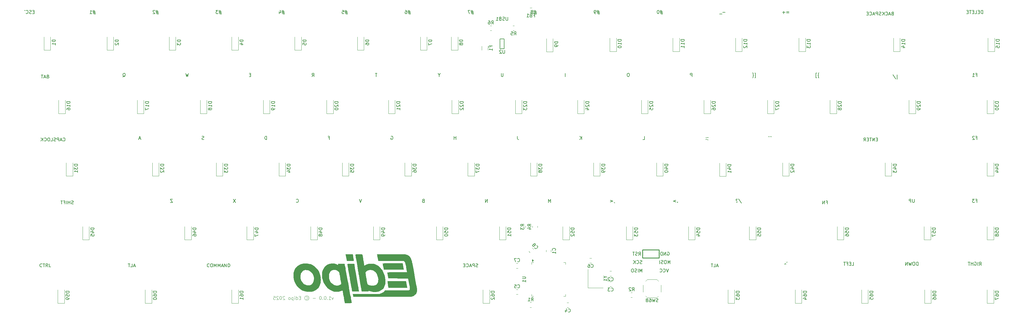
<source format=gbr>
%TF.GenerationSoftware,KiCad,Pcbnew,9.0.3*%
%TF.CreationDate,2025-08-06T18:50:18-07:00*%
%TF.ProjectId,PCB-Keyboard-EDIPO,5043422d-4b65-4796-926f-6172642d4544,rev?*%
%TF.SameCoordinates,Original*%
%TF.FileFunction,Legend,Bot*%
%TF.FilePolarity,Positive*%
%FSLAX46Y46*%
G04 Gerber Fmt 4.6, Leading zero omitted, Abs format (unit mm)*
G04 Created by KiCad (PCBNEW 9.0.3) date 2025-08-06 18:50:18*
%MOMM*%
%LPD*%
G01*
G04 APERTURE LIST*
%ADD10C,0.100000*%
%ADD11C,0.150000*%
%ADD12C,0.200000*%
%ADD13C,0.120000*%
%ADD14C,0.000000*%
%ADD15C,0.250000*%
G04 APERTURE END LIST*
D10*
X118853853Y60302088D02*
X118615758Y59635421D01*
X118615758Y59635421D02*
X118377663Y60302088D01*
X117472901Y59635421D02*
X118044329Y59635421D01*
X117758615Y59635421D02*
X117758615Y60635421D01*
X117758615Y60635421D02*
X117853853Y60492564D01*
X117853853Y60492564D02*
X117949091Y60397326D01*
X117949091Y60397326D02*
X118044329Y60349707D01*
X117044329Y59730660D02*
X116996710Y59683041D01*
X116996710Y59683041D02*
X117044329Y59635421D01*
X117044329Y59635421D02*
X117091948Y59683041D01*
X117091948Y59683041D02*
X117044329Y59730660D01*
X117044329Y59730660D02*
X117044329Y59635421D01*
X116377663Y60635421D02*
X116282425Y60635421D01*
X116282425Y60635421D02*
X116187187Y60587802D01*
X116187187Y60587802D02*
X116139568Y60540183D01*
X116139568Y60540183D02*
X116091949Y60444945D01*
X116091949Y60444945D02*
X116044330Y60254469D01*
X116044330Y60254469D02*
X116044330Y60016374D01*
X116044330Y60016374D02*
X116091949Y59825898D01*
X116091949Y59825898D02*
X116139568Y59730660D01*
X116139568Y59730660D02*
X116187187Y59683041D01*
X116187187Y59683041D02*
X116282425Y59635421D01*
X116282425Y59635421D02*
X116377663Y59635421D01*
X116377663Y59635421D02*
X116472901Y59683041D01*
X116472901Y59683041D02*
X116520520Y59730660D01*
X116520520Y59730660D02*
X116568139Y59825898D01*
X116568139Y59825898D02*
X116615758Y60016374D01*
X116615758Y60016374D02*
X116615758Y60254469D01*
X116615758Y60254469D02*
X116568139Y60444945D01*
X116568139Y60444945D02*
X116520520Y60540183D01*
X116520520Y60540183D02*
X116472901Y60587802D01*
X116472901Y60587802D02*
X116377663Y60635421D01*
X115615758Y59730660D02*
X115568139Y59683041D01*
X115568139Y59683041D02*
X115615758Y59635421D01*
X115615758Y59635421D02*
X115663377Y59683041D01*
X115663377Y59683041D02*
X115615758Y59730660D01*
X115615758Y59730660D02*
X115615758Y59635421D01*
X114949092Y60635421D02*
X114853854Y60635421D01*
X114853854Y60635421D02*
X114758616Y60587802D01*
X114758616Y60587802D02*
X114710997Y60540183D01*
X114710997Y60540183D02*
X114663378Y60444945D01*
X114663378Y60444945D02*
X114615759Y60254469D01*
X114615759Y60254469D02*
X114615759Y60016374D01*
X114615759Y60016374D02*
X114663378Y59825898D01*
X114663378Y59825898D02*
X114710997Y59730660D01*
X114710997Y59730660D02*
X114758616Y59683041D01*
X114758616Y59683041D02*
X114853854Y59635421D01*
X114853854Y59635421D02*
X114949092Y59635421D01*
X114949092Y59635421D02*
X115044330Y59683041D01*
X115044330Y59683041D02*
X115091949Y59730660D01*
X115091949Y59730660D02*
X115139568Y59825898D01*
X115139568Y59825898D02*
X115187187Y60016374D01*
X115187187Y60016374D02*
X115187187Y60254469D01*
X115187187Y60254469D02*
X115139568Y60444945D01*
X115139568Y60444945D02*
X115091949Y60540183D01*
X115091949Y60540183D02*
X115044330Y60587802D01*
X115044330Y60587802D02*
X114949092Y60635421D01*
X113425282Y60016374D02*
X112663378Y60016374D01*
X110615758Y60397326D02*
X110710997Y60444945D01*
X110710997Y60444945D02*
X110901473Y60444945D01*
X110901473Y60444945D02*
X110996711Y60397326D01*
X110996711Y60397326D02*
X111091949Y60302088D01*
X111091949Y60302088D02*
X111139568Y60206850D01*
X111139568Y60206850D02*
X111139568Y60016374D01*
X111139568Y60016374D02*
X111091949Y59921136D01*
X111091949Y59921136D02*
X110996711Y59825898D01*
X110996711Y59825898D02*
X110901473Y59778279D01*
X110901473Y59778279D02*
X110710997Y59778279D01*
X110710997Y59778279D02*
X110615758Y59825898D01*
X110806235Y60778279D02*
X111044330Y60730660D01*
X111044330Y60730660D02*
X111282425Y60587802D01*
X111282425Y60587802D02*
X111425282Y60349707D01*
X111425282Y60349707D02*
X111472901Y60111612D01*
X111472901Y60111612D02*
X111425282Y59873517D01*
X111425282Y59873517D02*
X111282425Y59635421D01*
X111282425Y59635421D02*
X111044330Y59492564D01*
X111044330Y59492564D02*
X110806235Y59444945D01*
X110806235Y59444945D02*
X110568139Y59492564D01*
X110568139Y59492564D02*
X110330044Y59635421D01*
X110330044Y59635421D02*
X110187187Y59873517D01*
X110187187Y59873517D02*
X110139568Y60111612D01*
X110139568Y60111612D02*
X110187187Y60349707D01*
X110187187Y60349707D02*
X110330044Y60587802D01*
X110330044Y60587802D02*
X110568139Y60730660D01*
X110568139Y60730660D02*
X110806235Y60778279D01*
X108949091Y60159231D02*
X108615758Y60159231D01*
X108472901Y59635421D02*
X108949091Y59635421D01*
X108949091Y59635421D02*
X108949091Y60635421D01*
X108949091Y60635421D02*
X108472901Y60635421D01*
X107615758Y59635421D02*
X107615758Y60635421D01*
X107615758Y59683041D02*
X107710996Y59635421D01*
X107710996Y59635421D02*
X107901472Y59635421D01*
X107901472Y59635421D02*
X107996710Y59683041D01*
X107996710Y59683041D02*
X108044329Y59730660D01*
X108044329Y59730660D02*
X108091948Y59825898D01*
X108091948Y59825898D02*
X108091948Y60111612D01*
X108091948Y60111612D02*
X108044329Y60206850D01*
X108044329Y60206850D02*
X107996710Y60254469D01*
X107996710Y60254469D02*
X107901472Y60302088D01*
X107901472Y60302088D02*
X107710996Y60302088D01*
X107710996Y60302088D02*
X107615758Y60254469D01*
X107139567Y59635421D02*
X107139567Y60302088D01*
X107139567Y60635421D02*
X107187186Y60587802D01*
X107187186Y60587802D02*
X107139567Y60540183D01*
X107139567Y60540183D02*
X107091948Y60587802D01*
X107091948Y60587802D02*
X107139567Y60635421D01*
X107139567Y60635421D02*
X107139567Y60540183D01*
X106663377Y60302088D02*
X106663377Y59302088D01*
X106663377Y60254469D02*
X106568139Y60302088D01*
X106568139Y60302088D02*
X106377663Y60302088D01*
X106377663Y60302088D02*
X106282425Y60254469D01*
X106282425Y60254469D02*
X106234806Y60206850D01*
X106234806Y60206850D02*
X106187187Y60111612D01*
X106187187Y60111612D02*
X106187187Y59825898D01*
X106187187Y59825898D02*
X106234806Y59730660D01*
X106234806Y59730660D02*
X106282425Y59683041D01*
X106282425Y59683041D02*
X106377663Y59635421D01*
X106377663Y59635421D02*
X106568139Y59635421D01*
X106568139Y59635421D02*
X106663377Y59683041D01*
X105615758Y59635421D02*
X105710996Y59683041D01*
X105710996Y59683041D02*
X105758615Y59730660D01*
X105758615Y59730660D02*
X105806234Y59825898D01*
X105806234Y59825898D02*
X105806234Y60111612D01*
X105806234Y60111612D02*
X105758615Y60206850D01*
X105758615Y60206850D02*
X105710996Y60254469D01*
X105710996Y60254469D02*
X105615758Y60302088D01*
X105615758Y60302088D02*
X105472901Y60302088D01*
X105472901Y60302088D02*
X105377663Y60254469D01*
X105377663Y60254469D02*
X105330044Y60206850D01*
X105330044Y60206850D02*
X105282425Y60111612D01*
X105282425Y60111612D02*
X105282425Y59825898D01*
X105282425Y59825898D02*
X105330044Y59730660D01*
X105330044Y59730660D02*
X105377663Y59683041D01*
X105377663Y59683041D02*
X105472901Y59635421D01*
X105472901Y59635421D02*
X105615758Y59635421D01*
X104139567Y60540183D02*
X104091948Y60587802D01*
X104091948Y60587802D02*
X103996710Y60635421D01*
X103996710Y60635421D02*
X103758615Y60635421D01*
X103758615Y60635421D02*
X103663377Y60587802D01*
X103663377Y60587802D02*
X103615758Y60540183D01*
X103615758Y60540183D02*
X103568139Y60444945D01*
X103568139Y60444945D02*
X103568139Y60349707D01*
X103568139Y60349707D02*
X103615758Y60206850D01*
X103615758Y60206850D02*
X104187186Y59635421D01*
X104187186Y59635421D02*
X103568139Y59635421D01*
X102949091Y60635421D02*
X102853853Y60635421D01*
X102853853Y60635421D02*
X102758615Y60587802D01*
X102758615Y60587802D02*
X102710996Y60540183D01*
X102710996Y60540183D02*
X102663377Y60444945D01*
X102663377Y60444945D02*
X102615758Y60254469D01*
X102615758Y60254469D02*
X102615758Y60016374D01*
X102615758Y60016374D02*
X102663377Y59825898D01*
X102663377Y59825898D02*
X102710996Y59730660D01*
X102710996Y59730660D02*
X102758615Y59683041D01*
X102758615Y59683041D02*
X102853853Y59635421D01*
X102853853Y59635421D02*
X102949091Y59635421D01*
X102949091Y59635421D02*
X103044329Y59683041D01*
X103044329Y59683041D02*
X103091948Y59730660D01*
X103091948Y59730660D02*
X103139567Y59825898D01*
X103139567Y59825898D02*
X103187186Y60016374D01*
X103187186Y60016374D02*
X103187186Y60254469D01*
X103187186Y60254469D02*
X103139567Y60444945D01*
X103139567Y60444945D02*
X103091948Y60540183D01*
X103091948Y60540183D02*
X103044329Y60587802D01*
X103044329Y60587802D02*
X102949091Y60635421D01*
X102234805Y60540183D02*
X102187186Y60587802D01*
X102187186Y60587802D02*
X102091948Y60635421D01*
X102091948Y60635421D02*
X101853853Y60635421D01*
X101853853Y60635421D02*
X101758615Y60587802D01*
X101758615Y60587802D02*
X101710996Y60540183D01*
X101710996Y60540183D02*
X101663377Y60444945D01*
X101663377Y60444945D02*
X101663377Y60349707D01*
X101663377Y60349707D02*
X101710996Y60206850D01*
X101710996Y60206850D02*
X102282424Y59635421D01*
X102282424Y59635421D02*
X101663377Y59635421D01*
X100758615Y60635421D02*
X101234805Y60635421D01*
X101234805Y60635421D02*
X101282424Y60159231D01*
X101282424Y60159231D02*
X101234805Y60206850D01*
X101234805Y60206850D02*
X101139567Y60254469D01*
X101139567Y60254469D02*
X100901472Y60254469D01*
X100901472Y60254469D02*
X100806234Y60206850D01*
X100806234Y60206850D02*
X100758615Y60159231D01*
X100758615Y60159231D02*
X100710996Y60063993D01*
X100710996Y60063993D02*
X100710996Y59825898D01*
X100710996Y59825898D02*
X100758615Y59730660D01*
X100758615Y59730660D02*
X100806234Y59683041D01*
X100806234Y59683041D02*
X100901472Y59635421D01*
X100901472Y59635421D02*
X101139567Y59635421D01*
X101139567Y59635421D02*
X101234805Y59683041D01*
X101234805Y59683041D02*
X101282424Y59730660D01*
D11*
X40253128Y88570036D02*
X40110271Y88522416D01*
X40110271Y88522416D02*
X39872176Y88522416D01*
X39872176Y88522416D02*
X39776938Y88570036D01*
X39776938Y88570036D02*
X39729319Y88617655D01*
X39729319Y88617655D02*
X39681700Y88712893D01*
X39681700Y88712893D02*
X39681700Y88808131D01*
X39681700Y88808131D02*
X39729319Y88903369D01*
X39729319Y88903369D02*
X39776938Y88950988D01*
X39776938Y88950988D02*
X39872176Y88998607D01*
X39872176Y88998607D02*
X40062652Y89046226D01*
X40062652Y89046226D02*
X40157890Y89093845D01*
X40157890Y89093845D02*
X40205509Y89141464D01*
X40205509Y89141464D02*
X40253128Y89236702D01*
X40253128Y89236702D02*
X40253128Y89331940D01*
X40253128Y89331940D02*
X40205509Y89427178D01*
X40205509Y89427178D02*
X40157890Y89474797D01*
X40157890Y89474797D02*
X40062652Y89522416D01*
X40062652Y89522416D02*
X39824557Y89522416D01*
X39824557Y89522416D02*
X39681700Y89474797D01*
X39253128Y88522416D02*
X39253128Y89522416D01*
X39253128Y89046226D02*
X38681700Y89046226D01*
X38681700Y88522416D02*
X38681700Y89522416D01*
X38205509Y88522416D02*
X38205509Y89522416D01*
X37395986Y89046226D02*
X37729319Y89046226D01*
X37729319Y88522416D02*
X37729319Y89522416D01*
X37729319Y89522416D02*
X37253129Y89522416D01*
X37015033Y89522416D02*
X36443605Y89522416D01*
X36729319Y88522416D02*
X36729319Y89522416D01*
X313098069Y89546226D02*
X313431402Y89546226D01*
X313431402Y89022416D02*
X313431402Y90022416D01*
X313431402Y90022416D02*
X312955212Y90022416D01*
X312669497Y90022416D02*
X312050450Y90022416D01*
X312050450Y90022416D02*
X312383783Y89641464D01*
X312383783Y89641464D02*
X312240926Y89641464D01*
X312240926Y89641464D02*
X312145688Y89593845D01*
X312145688Y89593845D02*
X312098069Y89546226D01*
X312098069Y89546226D02*
X312050450Y89450988D01*
X312050450Y89450988D02*
X312050450Y89212893D01*
X312050450Y89212893D02*
X312098069Y89117655D01*
X312098069Y89117655D02*
X312145688Y89070036D01*
X312145688Y89070036D02*
X312240926Y89022416D01*
X312240926Y89022416D02*
X312526640Y89022416D01*
X312526640Y89022416D02*
X312621878Y89070036D01*
X312621878Y89070036D02*
X312669497Y89117655D01*
X127360568Y90022416D02*
X127027235Y89022416D01*
X127027235Y89022416D02*
X126693902Y90022416D01*
X55208783Y127027178D02*
X55304021Y127074797D01*
X55304021Y127074797D02*
X55399259Y127170036D01*
X55399259Y127170036D02*
X55542116Y127312893D01*
X55542116Y127312893D02*
X55637354Y127360512D01*
X55637354Y127360512D02*
X55732592Y127360512D01*
X55684973Y127122416D02*
X55780211Y127170036D01*
X55780211Y127170036D02*
X55875449Y127265274D01*
X55875449Y127265274D02*
X55923068Y127455750D01*
X55923068Y127455750D02*
X55923068Y127789083D01*
X55923068Y127789083D02*
X55875449Y127979559D01*
X55875449Y127979559D02*
X55780211Y128074797D01*
X55780211Y128074797D02*
X55684973Y128122416D01*
X55684973Y128122416D02*
X55494497Y128122416D01*
X55494497Y128122416D02*
X55399259Y128074797D01*
X55399259Y128074797D02*
X55304021Y127979559D01*
X55304021Y127979559D02*
X55256402Y127789083D01*
X55256402Y127789083D02*
X55256402Y127455750D01*
X55256402Y127455750D02*
X55304021Y127265274D01*
X55304021Y127265274D02*
X55399259Y127170036D01*
X55399259Y127170036D02*
X55494497Y127122416D01*
X55494497Y127122416D02*
X55684973Y127122416D01*
X117359378Y108596226D02*
X117692711Y108596226D01*
X117692711Y108072416D02*
X117692711Y109072416D01*
X117692711Y109072416D02*
X117216521Y109072416D01*
X89260568Y90022416D02*
X88593902Y89022416D01*
X88593902Y90022416D02*
X89260568Y89022416D01*
X203798663Y89070036D02*
X203798663Y89022416D01*
X203798663Y89022416D02*
X203846282Y88927178D01*
X203846282Y88927178D02*
X203893901Y88879559D01*
X202608188Y89689083D02*
X203370092Y89403369D01*
X203370092Y89403369D02*
X202608188Y89117655D01*
X107667712Y89117655D02*
X107715331Y89070036D01*
X107715331Y89070036D02*
X107858188Y89022416D01*
X107858188Y89022416D02*
X107953426Y89022416D01*
X107953426Y89022416D02*
X108096283Y89070036D01*
X108096283Y89070036D02*
X108191521Y89165274D01*
X108191521Y89165274D02*
X108239140Y89260512D01*
X108239140Y89260512D02*
X108286759Y89450988D01*
X108286759Y89450988D02*
X108286759Y89593845D01*
X108286759Y89593845D02*
X108239140Y89784321D01*
X108239140Y89784321D02*
X108191521Y89879559D01*
X108191521Y89879559D02*
X108096283Y89974797D01*
X108096283Y89974797D02*
X107953426Y90022416D01*
X107953426Y90022416D02*
X107858188Y90022416D01*
X107858188Y90022416D02*
X107715331Y89974797D01*
X107715331Y89974797D02*
X107667712Y89927178D01*
X294500449Y90022416D02*
X294500449Y89212893D01*
X294500449Y89212893D02*
X294452830Y89117655D01*
X294452830Y89117655D02*
X294405211Y89070036D01*
X294405211Y89070036D02*
X294309973Y89022416D01*
X294309973Y89022416D02*
X294119497Y89022416D01*
X294119497Y89022416D02*
X294024259Y89070036D01*
X294024259Y89070036D02*
X293976640Y89117655D01*
X293976640Y89117655D02*
X293929021Y89212893D01*
X293929021Y89212893D02*
X293929021Y90022416D01*
X293452830Y89022416D02*
X293452830Y90022416D01*
X293452830Y90022416D02*
X293071878Y90022416D01*
X293071878Y90022416D02*
X292976640Y89974797D01*
X292976640Y89974797D02*
X292929021Y89927178D01*
X292929021Y89927178D02*
X292881402Y89831940D01*
X292881402Y89831940D02*
X292881402Y89689083D01*
X292881402Y89689083D02*
X292929021Y89593845D01*
X292929021Y89593845D02*
X292976640Y89546226D01*
X292976640Y89546226D02*
X293071878Y89498607D01*
X293071878Y89498607D02*
X293452830Y89498607D01*
X275617117Y69972416D02*
X276093307Y69972416D01*
X276093307Y69972416D02*
X276093307Y70972416D01*
X275283783Y70496226D02*
X274950450Y70496226D01*
X274807593Y69972416D02*
X275283783Y69972416D01*
X275283783Y69972416D02*
X275283783Y70972416D01*
X275283783Y70972416D02*
X274807593Y70972416D01*
X274045688Y70496226D02*
X274379021Y70496226D01*
X274379021Y69972416D02*
X274379021Y70972416D01*
X274379021Y70972416D02*
X273902831Y70972416D01*
X273664735Y70972416D02*
X273093307Y70972416D01*
X273379021Y69972416D02*
X273379021Y70972416D01*
X188939735Y127122416D02*
X188939735Y128122416D01*
X180200449Y146839083D02*
X179486164Y146839083D01*
X179914735Y147267655D02*
X180200449Y145981940D01*
X179581402Y146410512D02*
X180295687Y146410512D01*
X179867116Y145981940D02*
X179581402Y147267655D01*
X179009973Y146743845D02*
X179105211Y146791464D01*
X179105211Y146791464D02*
X179152830Y146839083D01*
X179152830Y146839083D02*
X179200449Y146934321D01*
X179200449Y146934321D02*
X179200449Y146981940D01*
X179200449Y146981940D02*
X179152830Y147077178D01*
X179152830Y147077178D02*
X179105211Y147124797D01*
X179105211Y147124797D02*
X179009973Y147172416D01*
X179009973Y147172416D02*
X178819497Y147172416D01*
X178819497Y147172416D02*
X178724259Y147124797D01*
X178724259Y147124797D02*
X178676640Y147077178D01*
X178676640Y147077178D02*
X178629021Y146981940D01*
X178629021Y146981940D02*
X178629021Y146934321D01*
X178629021Y146934321D02*
X178676640Y146839083D01*
X178676640Y146839083D02*
X178724259Y146791464D01*
X178724259Y146791464D02*
X178819497Y146743845D01*
X178819497Y146743845D02*
X179009973Y146743845D01*
X179009973Y146743845D02*
X179105211Y146696226D01*
X179105211Y146696226D02*
X179152830Y146648607D01*
X179152830Y146648607D02*
X179200449Y146553369D01*
X179200449Y146553369D02*
X179200449Y146362893D01*
X179200449Y146362893D02*
X179152830Y146267655D01*
X179152830Y146267655D02*
X179105211Y146220036D01*
X179105211Y146220036D02*
X179009973Y146172416D01*
X179009973Y146172416D02*
X178819497Y146172416D01*
X178819497Y146172416D02*
X178724259Y146220036D01*
X178724259Y146220036D02*
X178676640Y146267655D01*
X178676640Y146267655D02*
X178629021Y146362893D01*
X178629021Y146362893D02*
X178629021Y146553369D01*
X178629021Y146553369D02*
X178676640Y146648607D01*
X178676640Y146648607D02*
X178724259Y146696226D01*
X178724259Y146696226D02*
X178819497Y146743845D01*
X265663545Y126741464D02*
X265615926Y126741464D01*
X265615926Y126741464D02*
X265520688Y126789083D01*
X265520688Y126789083D02*
X265473069Y126884321D01*
X265473069Y126884321D02*
X265473069Y127360512D01*
X265473069Y127360512D02*
X265425450Y127455750D01*
X265425450Y127455750D02*
X265330212Y127503369D01*
X265330212Y127503369D02*
X265425450Y127550988D01*
X265425450Y127550988D02*
X265473069Y127646226D01*
X265473069Y127646226D02*
X265473069Y128122416D01*
X265473069Y128122416D02*
X265520688Y128217655D01*
X265520688Y128217655D02*
X265615926Y128265274D01*
X265615926Y128265274D02*
X265663545Y128265274D01*
X264996878Y126789083D02*
X264758783Y126789083D01*
X264758783Y126789083D02*
X264758783Y128217655D01*
X264758783Y128217655D02*
X264996878Y128217655D01*
X237326640Y146553369D02*
X236564736Y146553369D01*
X236326641Y146077178D02*
X235564736Y146077178D01*
X123050449Y146839083D02*
X122336164Y146839083D01*
X122764735Y147267655D02*
X123050449Y145981940D01*
X122431402Y146410512D02*
X123145687Y146410512D01*
X122717116Y145981940D02*
X122431402Y147267655D01*
X121526640Y147172416D02*
X122002830Y147172416D01*
X122002830Y147172416D02*
X122050449Y146696226D01*
X122050449Y146696226D02*
X122002830Y146743845D01*
X122002830Y146743845D02*
X121907592Y146791464D01*
X121907592Y146791464D02*
X121669497Y146791464D01*
X121669497Y146791464D02*
X121574259Y146743845D01*
X121574259Y146743845D02*
X121526640Y146696226D01*
X121526640Y146696226D02*
X121479021Y146600988D01*
X121479021Y146600988D02*
X121479021Y146362893D01*
X121479021Y146362893D02*
X121526640Y146267655D01*
X121526640Y146267655D02*
X121574259Y146220036D01*
X121574259Y146220036D02*
X121669497Y146172416D01*
X121669497Y146172416D02*
X121907592Y146172416D01*
X121907592Y146172416D02*
X122002830Y146220036D01*
X122002830Y146220036D02*
X122050449Y146267655D01*
X295595687Y69972416D02*
X295595687Y70972416D01*
X295595687Y70972416D02*
X295357592Y70972416D01*
X295357592Y70972416D02*
X295214735Y70924797D01*
X295214735Y70924797D02*
X295119497Y70829559D01*
X295119497Y70829559D02*
X295071878Y70734321D01*
X295071878Y70734321D02*
X295024259Y70543845D01*
X295024259Y70543845D02*
X295024259Y70400988D01*
X295024259Y70400988D02*
X295071878Y70210512D01*
X295071878Y70210512D02*
X295119497Y70115274D01*
X295119497Y70115274D02*
X295214735Y70020036D01*
X295214735Y70020036D02*
X295357592Y69972416D01*
X295357592Y69972416D02*
X295595687Y69972416D01*
X294405211Y70972416D02*
X294214735Y70972416D01*
X294214735Y70972416D02*
X294119497Y70924797D01*
X294119497Y70924797D02*
X294024259Y70829559D01*
X294024259Y70829559D02*
X293976640Y70639083D01*
X293976640Y70639083D02*
X293976640Y70305750D01*
X293976640Y70305750D02*
X294024259Y70115274D01*
X294024259Y70115274D02*
X294119497Y70020036D01*
X294119497Y70020036D02*
X294214735Y69972416D01*
X294214735Y69972416D02*
X294405211Y69972416D01*
X294405211Y69972416D02*
X294500449Y70020036D01*
X294500449Y70020036D02*
X294595687Y70115274D01*
X294595687Y70115274D02*
X294643306Y70305750D01*
X294643306Y70305750D02*
X294643306Y70639083D01*
X294643306Y70639083D02*
X294595687Y70829559D01*
X294595687Y70829559D02*
X294500449Y70924797D01*
X294500449Y70924797D02*
X294405211Y70972416D01*
X293643306Y70972416D02*
X293405211Y69972416D01*
X293405211Y69972416D02*
X293214735Y70686702D01*
X293214735Y70686702D02*
X293024259Y69972416D01*
X293024259Y69972416D02*
X292786164Y70972416D01*
X292405211Y69972416D02*
X292405211Y70972416D01*
X292405211Y70972416D02*
X291833783Y69972416D01*
X291833783Y69972416D02*
X291833783Y70972416D01*
X58969795Y69758131D02*
X58493605Y69758131D01*
X59065033Y69472416D02*
X58731700Y70472416D01*
X58731700Y70472416D02*
X58398367Y69472416D01*
X57588843Y69472416D02*
X58065033Y69472416D01*
X58065033Y69472416D02*
X58065033Y70472416D01*
X57398366Y70472416D02*
X56826938Y70472416D01*
X57112652Y69472416D02*
X57112652Y70472416D01*
X313098069Y127646226D02*
X313431402Y127646226D01*
X313431402Y127122416D02*
X313431402Y128122416D01*
X313431402Y128122416D02*
X312955212Y128122416D01*
X312050450Y127122416D02*
X312621878Y127122416D01*
X312336164Y127122416D02*
X312336164Y128122416D01*
X312336164Y128122416D02*
X312431402Y127979559D01*
X312431402Y127979559D02*
X312526640Y127884321D01*
X312526640Y127884321D02*
X312621878Y127836702D01*
X199250449Y146839083D02*
X198536164Y146839083D01*
X198964735Y147267655D02*
X199250449Y145981940D01*
X198631402Y146410512D02*
X199345687Y146410512D01*
X198917116Y145981940D02*
X198631402Y147267655D01*
X198155211Y146172416D02*
X197964735Y146172416D01*
X197964735Y146172416D02*
X197869497Y146220036D01*
X197869497Y146220036D02*
X197821878Y146267655D01*
X197821878Y146267655D02*
X197726640Y146410512D01*
X197726640Y146410512D02*
X197679021Y146600988D01*
X197679021Y146600988D02*
X197679021Y146981940D01*
X197679021Y146981940D02*
X197726640Y147077178D01*
X197726640Y147077178D02*
X197774259Y147124797D01*
X197774259Y147124797D02*
X197869497Y147172416D01*
X197869497Y147172416D02*
X198059973Y147172416D01*
X198059973Y147172416D02*
X198155211Y147124797D01*
X198155211Y147124797D02*
X198202830Y147077178D01*
X198202830Y147077178D02*
X198250449Y146981940D01*
X198250449Y146981940D02*
X198250449Y146743845D01*
X198250449Y146743845D02*
X198202830Y146648607D01*
X198202830Y146648607D02*
X198155211Y146600988D01*
X198155211Y146600988D02*
X198059973Y146553369D01*
X198059973Y146553369D02*
X197869497Y146553369D01*
X197869497Y146553369D02*
X197774259Y146600988D01*
X197774259Y146600988D02*
X197726640Y146648607D01*
X197726640Y146648607D02*
X197679021Y146743845D01*
X37157295Y107667655D02*
X37204914Y107620036D01*
X37204914Y107620036D02*
X37347771Y107572416D01*
X37347771Y107572416D02*
X37443009Y107572416D01*
X37443009Y107572416D02*
X37585866Y107620036D01*
X37585866Y107620036D02*
X37681104Y107715274D01*
X37681104Y107715274D02*
X37728723Y107810512D01*
X37728723Y107810512D02*
X37776342Y108000988D01*
X37776342Y108000988D02*
X37776342Y108143845D01*
X37776342Y108143845D02*
X37728723Y108334321D01*
X37728723Y108334321D02*
X37681104Y108429559D01*
X37681104Y108429559D02*
X37585866Y108524797D01*
X37585866Y108524797D02*
X37443009Y108572416D01*
X37443009Y108572416D02*
X37347771Y108572416D01*
X37347771Y108572416D02*
X37204914Y108524797D01*
X37204914Y108524797D02*
X37157295Y108477178D01*
X36776342Y107858131D02*
X36300152Y107858131D01*
X36871580Y107572416D02*
X36538247Y108572416D01*
X36538247Y108572416D02*
X36204914Y107572416D01*
X35871580Y107572416D02*
X35871580Y108572416D01*
X35871580Y108572416D02*
X35490628Y108572416D01*
X35490628Y108572416D02*
X35395390Y108524797D01*
X35395390Y108524797D02*
X35347771Y108477178D01*
X35347771Y108477178D02*
X35300152Y108381940D01*
X35300152Y108381940D02*
X35300152Y108239083D01*
X35300152Y108239083D02*
X35347771Y108143845D01*
X35347771Y108143845D02*
X35395390Y108096226D01*
X35395390Y108096226D02*
X35490628Y108048607D01*
X35490628Y108048607D02*
X35871580Y108048607D01*
X34919199Y107620036D02*
X34776342Y107572416D01*
X34776342Y107572416D02*
X34538247Y107572416D01*
X34538247Y107572416D02*
X34443009Y107620036D01*
X34443009Y107620036D02*
X34395390Y107667655D01*
X34395390Y107667655D02*
X34347771Y107762893D01*
X34347771Y107762893D02*
X34347771Y107858131D01*
X34347771Y107858131D02*
X34395390Y107953369D01*
X34395390Y107953369D02*
X34443009Y108000988D01*
X34443009Y108000988D02*
X34538247Y108048607D01*
X34538247Y108048607D02*
X34728723Y108096226D01*
X34728723Y108096226D02*
X34823961Y108143845D01*
X34823961Y108143845D02*
X34871580Y108191464D01*
X34871580Y108191464D02*
X34919199Y108286702D01*
X34919199Y108286702D02*
X34919199Y108381940D01*
X34919199Y108381940D02*
X34871580Y108477178D01*
X34871580Y108477178D02*
X34823961Y108524797D01*
X34823961Y108524797D02*
X34728723Y108572416D01*
X34728723Y108572416D02*
X34490628Y108572416D01*
X34490628Y108572416D02*
X34347771Y108524797D01*
X33443009Y107572416D02*
X33919199Y107572416D01*
X33919199Y107572416D02*
X33919199Y108572416D01*
X32919199Y108572416D02*
X32728723Y108572416D01*
X32728723Y108572416D02*
X32633485Y108524797D01*
X32633485Y108524797D02*
X32538247Y108429559D01*
X32538247Y108429559D02*
X32490628Y108239083D01*
X32490628Y108239083D02*
X32490628Y107905750D01*
X32490628Y107905750D02*
X32538247Y107715274D01*
X32538247Y107715274D02*
X32633485Y107620036D01*
X32633485Y107620036D02*
X32728723Y107572416D01*
X32728723Y107572416D02*
X32919199Y107572416D01*
X32919199Y107572416D02*
X33014437Y107620036D01*
X33014437Y107620036D02*
X33109675Y107715274D01*
X33109675Y107715274D02*
X33157294Y107905750D01*
X33157294Y107905750D02*
X33157294Y108239083D01*
X33157294Y108239083D02*
X33109675Y108429559D01*
X33109675Y108429559D02*
X33014437Y108524797D01*
X33014437Y108524797D02*
X32919199Y108572416D01*
X31490628Y107667655D02*
X31538247Y107620036D01*
X31538247Y107620036D02*
X31681104Y107572416D01*
X31681104Y107572416D02*
X31776342Y107572416D01*
X31776342Y107572416D02*
X31919199Y107620036D01*
X31919199Y107620036D02*
X32014437Y107715274D01*
X32014437Y107715274D02*
X32062056Y107810512D01*
X32062056Y107810512D02*
X32109675Y108000988D01*
X32109675Y108000988D02*
X32109675Y108143845D01*
X32109675Y108143845D02*
X32062056Y108334321D01*
X32062056Y108334321D02*
X32014437Y108429559D01*
X32014437Y108429559D02*
X31919199Y108524797D01*
X31919199Y108524797D02*
X31776342Y108572416D01*
X31776342Y108572416D02*
X31681104Y108572416D01*
X31681104Y108572416D02*
X31538247Y108524797D01*
X31538247Y108524797D02*
X31490628Y108477178D01*
X31062056Y107572416D02*
X31062056Y108572416D01*
X30490628Y107572416D02*
X30919199Y108143845D01*
X30490628Y108572416D02*
X31062056Y108000988D01*
X174509378Y109072416D02*
X174509378Y108358131D01*
X174509378Y108358131D02*
X174556997Y108215274D01*
X174556997Y108215274D02*
X174652235Y108120036D01*
X174652235Y108120036D02*
X174795092Y108072416D01*
X174795092Y108072416D02*
X174890330Y108072416D01*
X314098069Y69972416D02*
X314431402Y70448607D01*
X314669497Y69972416D02*
X314669497Y70972416D01*
X314669497Y70972416D02*
X314288545Y70972416D01*
X314288545Y70972416D02*
X314193307Y70924797D01*
X314193307Y70924797D02*
X314145688Y70877178D01*
X314145688Y70877178D02*
X314098069Y70781940D01*
X314098069Y70781940D02*
X314098069Y70639083D01*
X314098069Y70639083D02*
X314145688Y70543845D01*
X314145688Y70543845D02*
X314193307Y70496226D01*
X314193307Y70496226D02*
X314288545Y70448607D01*
X314288545Y70448607D02*
X314669497Y70448607D01*
X313669497Y69972416D02*
X313669497Y70972416D01*
X312669498Y70924797D02*
X312764736Y70972416D01*
X312764736Y70972416D02*
X312907593Y70972416D01*
X312907593Y70972416D02*
X313050450Y70924797D01*
X313050450Y70924797D02*
X313145688Y70829559D01*
X313145688Y70829559D02*
X313193307Y70734321D01*
X313193307Y70734321D02*
X313240926Y70543845D01*
X313240926Y70543845D02*
X313240926Y70400988D01*
X313240926Y70400988D02*
X313193307Y70210512D01*
X313193307Y70210512D02*
X313145688Y70115274D01*
X313145688Y70115274D02*
X313050450Y70020036D01*
X313050450Y70020036D02*
X312907593Y69972416D01*
X312907593Y69972416D02*
X312812355Y69972416D01*
X312812355Y69972416D02*
X312669498Y70020036D01*
X312669498Y70020036D02*
X312621879Y70067655D01*
X312621879Y70067655D02*
X312621879Y70400988D01*
X312621879Y70400988D02*
X312812355Y70400988D01*
X312193307Y69972416D02*
X312193307Y70972416D01*
X312193307Y70496226D02*
X311621879Y70496226D01*
X311621879Y69972416D02*
X311621879Y70972416D01*
X311288545Y70972416D02*
X310717117Y70972416D01*
X311002831Y69972416D02*
X311002831Y70972416D01*
X30776045Y69567655D02*
X30728426Y69520036D01*
X30728426Y69520036D02*
X30585569Y69472416D01*
X30585569Y69472416D02*
X30490331Y69472416D01*
X30490331Y69472416D02*
X30347474Y69520036D01*
X30347474Y69520036D02*
X30252236Y69615274D01*
X30252236Y69615274D02*
X30204617Y69710512D01*
X30204617Y69710512D02*
X30156998Y69900988D01*
X30156998Y69900988D02*
X30156998Y70043845D01*
X30156998Y70043845D02*
X30204617Y70234321D01*
X30204617Y70234321D02*
X30252236Y70329559D01*
X30252236Y70329559D02*
X30347474Y70424797D01*
X30347474Y70424797D02*
X30490331Y70472416D01*
X30490331Y70472416D02*
X30585569Y70472416D01*
X30585569Y70472416D02*
X30728426Y70424797D01*
X30728426Y70424797D02*
X30776045Y70377178D01*
X31061760Y70472416D02*
X31633188Y70472416D01*
X31347474Y69472416D02*
X31347474Y70472416D01*
X32537950Y69472416D02*
X32204617Y69948607D01*
X31966522Y69472416D02*
X31966522Y70472416D01*
X31966522Y70472416D02*
X32347474Y70472416D01*
X32347474Y70472416D02*
X32442712Y70424797D01*
X32442712Y70424797D02*
X32490331Y70377178D01*
X32490331Y70377178D02*
X32537950Y70281940D01*
X32537950Y70281940D02*
X32537950Y70139083D01*
X32537950Y70139083D02*
X32490331Y70043845D01*
X32490331Y70043845D02*
X32442712Y69996226D01*
X32442712Y69996226D02*
X32347474Y69948607D01*
X32347474Y69948607D02*
X31966522Y69948607D01*
X33442712Y69472416D02*
X32966522Y69472416D01*
X32966522Y69472416D02*
X32966522Y70472416D01*
X161150449Y146839083D02*
X160436164Y146839083D01*
X160864735Y147267655D02*
X161150449Y145981940D01*
X160531402Y146410512D02*
X161245687Y146410512D01*
X160817116Y145981940D02*
X160531402Y147267655D01*
X160198068Y147172416D02*
X159531402Y147172416D01*
X159531402Y147172416D02*
X159959973Y146172416D01*
X218300449Y146839083D02*
X217586164Y146839083D01*
X218014735Y147267655D02*
X218300449Y145981940D01*
X217681402Y146410512D02*
X218395687Y146410512D01*
X217967116Y145981940D02*
X217681402Y147267655D01*
X217062354Y147172416D02*
X216967116Y147172416D01*
X216967116Y147172416D02*
X216871878Y147124797D01*
X216871878Y147124797D02*
X216824259Y147077178D01*
X216824259Y147077178D02*
X216776640Y146981940D01*
X216776640Y146981940D02*
X216729021Y146791464D01*
X216729021Y146791464D02*
X216729021Y146553369D01*
X216729021Y146553369D02*
X216776640Y146362893D01*
X216776640Y146362893D02*
X216824259Y146267655D01*
X216824259Y146267655D02*
X216871878Y146220036D01*
X216871878Y146220036D02*
X216967116Y146172416D01*
X216967116Y146172416D02*
X217062354Y146172416D01*
X217062354Y146172416D02*
X217157592Y146220036D01*
X217157592Y146220036D02*
X217205211Y146267655D01*
X217205211Y146267655D02*
X217252830Y146362893D01*
X217252830Y146362893D02*
X217300449Y146553369D01*
X217300449Y146553369D02*
X217300449Y146791464D01*
X217300449Y146791464D02*
X217252830Y146981940D01*
X217252830Y146981940D02*
X217205211Y147077178D01*
X217205211Y147077178D02*
X217157592Y147124797D01*
X217157592Y147124797D02*
X217062354Y147172416D01*
X315169497Y146172416D02*
X315169497Y147172416D01*
X315169497Y147172416D02*
X314931402Y147172416D01*
X314931402Y147172416D02*
X314788545Y147124797D01*
X314788545Y147124797D02*
X314693307Y147029559D01*
X314693307Y147029559D02*
X314645688Y146934321D01*
X314645688Y146934321D02*
X314598069Y146743845D01*
X314598069Y146743845D02*
X314598069Y146600988D01*
X314598069Y146600988D02*
X314645688Y146410512D01*
X314645688Y146410512D02*
X314693307Y146315274D01*
X314693307Y146315274D02*
X314788545Y146220036D01*
X314788545Y146220036D02*
X314931402Y146172416D01*
X314931402Y146172416D02*
X315169497Y146172416D01*
X314169497Y146696226D02*
X313836164Y146696226D01*
X313693307Y146172416D02*
X314169497Y146172416D01*
X314169497Y146172416D02*
X314169497Y147172416D01*
X314169497Y147172416D02*
X313693307Y147172416D01*
X312788545Y146172416D02*
X313264735Y146172416D01*
X313264735Y146172416D02*
X313264735Y147172416D01*
X312455211Y146696226D02*
X312121878Y146696226D01*
X311979021Y146172416D02*
X312455211Y146172416D01*
X312455211Y146172416D02*
X312455211Y147172416D01*
X312455211Y147172416D02*
X311979021Y147172416D01*
X311693306Y147172416D02*
X311121878Y147172416D01*
X311407592Y146172416D02*
X311407592Y147172416D01*
X310788544Y146696226D02*
X310455211Y146696226D01*
X310312354Y146172416D02*
X310788544Y146172416D01*
X310788544Y146172416D02*
X310788544Y147172416D01*
X310788544Y147172416D02*
X310312354Y147172416D01*
X84950449Y146839083D02*
X84236164Y146839083D01*
X84664735Y147267655D02*
X84950449Y145981940D01*
X84331402Y146410512D02*
X85045687Y146410512D01*
X84617116Y145981940D02*
X84331402Y147267655D01*
X83998068Y147172416D02*
X83379021Y147172416D01*
X83379021Y147172416D02*
X83712354Y146791464D01*
X83712354Y146791464D02*
X83569497Y146791464D01*
X83569497Y146791464D02*
X83474259Y146743845D01*
X83474259Y146743845D02*
X83426640Y146696226D01*
X83426640Y146696226D02*
X83379021Y146600988D01*
X83379021Y146600988D02*
X83379021Y146362893D01*
X83379021Y146362893D02*
X83426640Y146267655D01*
X83426640Y146267655D02*
X83474259Y146220036D01*
X83474259Y146220036D02*
X83569497Y146172416D01*
X83569497Y146172416D02*
X83855211Y146172416D01*
X83855211Y146172416D02*
X83950449Y146220036D01*
X83950449Y146220036D02*
X83998068Y146267655D01*
X184510568Y89022416D02*
X184510568Y90022416D01*
X184510568Y90022416D02*
X184177235Y89308131D01*
X184177235Y89308131D02*
X183843902Y90022416D01*
X183843902Y90022416D02*
X183843902Y89022416D01*
X283354914Y108096226D02*
X283021581Y108096226D01*
X282878724Y107572416D02*
X283354914Y107572416D01*
X283354914Y107572416D02*
X283354914Y108572416D01*
X283354914Y108572416D02*
X282878724Y108572416D01*
X282450152Y107572416D02*
X282450152Y108572416D01*
X282450152Y108572416D02*
X281878724Y107572416D01*
X281878724Y107572416D02*
X281878724Y108572416D01*
X281545390Y108572416D02*
X280973962Y108572416D01*
X281259676Y107572416D02*
X281259676Y108572416D01*
X280640628Y108096226D02*
X280307295Y108096226D01*
X280164438Y107572416D02*
X280640628Y107572416D01*
X280640628Y107572416D02*
X280640628Y108572416D01*
X280640628Y108572416D02*
X280164438Y108572416D01*
X279164438Y107572416D02*
X279497771Y108048607D01*
X279735866Y107572416D02*
X279735866Y108572416D01*
X279735866Y108572416D02*
X279354914Y108572416D01*
X279354914Y108572416D02*
X279259676Y108524797D01*
X279259676Y108524797D02*
X279212057Y108477178D01*
X279212057Y108477178D02*
X279164438Y108381940D01*
X279164438Y108381940D02*
X279164438Y108239083D01*
X279164438Y108239083D02*
X279212057Y108143845D01*
X279212057Y108143845D02*
X279259676Y108096226D01*
X279259676Y108096226D02*
X279354914Y108048607D01*
X279354914Y108048607D02*
X279735866Y108048607D01*
X231992711Y108120036D02*
X231992711Y108072416D01*
X231992711Y108072416D02*
X232040330Y107977178D01*
X232040330Y107977178D02*
X232087949Y107929559D01*
X232040330Y108691464D02*
X231992711Y108643845D01*
X231992711Y108643845D02*
X232040330Y108596226D01*
X232040330Y108596226D02*
X232087949Y108643845D01*
X232087949Y108643845D02*
X232040330Y108691464D01*
X232040330Y108691464D02*
X232040330Y108596226D01*
X231564140Y108167655D02*
X231516521Y108120036D01*
X231516521Y108120036D02*
X231564140Y108072416D01*
X231564140Y108072416D02*
X231611759Y108120036D01*
X231611759Y108120036D02*
X231564140Y108167655D01*
X231564140Y108167655D02*
X231564140Y108072416D01*
X231564140Y108691464D02*
X231516521Y108643845D01*
X231516521Y108643845D02*
X231564140Y108596226D01*
X231564140Y108596226D02*
X231611759Y108643845D01*
X231611759Y108643845D02*
X231564140Y108691464D01*
X231564140Y108691464D02*
X231564140Y108596226D01*
X246232593Y126789083D02*
X246470688Y126789083D01*
X246470688Y126789083D02*
X246470688Y128217655D01*
X246470688Y128217655D02*
X246232593Y128217655D01*
X245565926Y126741464D02*
X245613545Y126741464D01*
X245613545Y126741464D02*
X245708783Y126789083D01*
X245708783Y126789083D02*
X245756402Y126884321D01*
X245756402Y126884321D02*
X245756402Y127360512D01*
X245756402Y127360512D02*
X245804021Y127455750D01*
X245804021Y127455750D02*
X245899259Y127503369D01*
X245899259Y127503369D02*
X245804021Y127550988D01*
X245804021Y127550988D02*
X245756402Y127646226D01*
X245756402Y127646226D02*
X245756402Y128122416D01*
X245756402Y128122416D02*
X245708783Y128217655D01*
X245708783Y128217655D02*
X245613545Y128265274D01*
X245613545Y128265274D02*
X245565926Y128265274D01*
X256067116Y71020036D02*
X255924259Y70877178D01*
X255686164Y70353369D02*
X255638545Y70400988D01*
X255638545Y70400988D02*
X255543307Y70448607D01*
X255543307Y70448607D02*
X255352831Y70353369D01*
X255352831Y70353369D02*
X255257593Y70400988D01*
X255257593Y70400988D02*
X255209974Y70448607D01*
X288022473Y127717655D02*
X288879616Y126431940D01*
X289260569Y126289083D02*
X289260569Y127717655D01*
X81330212Y69567655D02*
X81282593Y69520036D01*
X81282593Y69520036D02*
X81139736Y69472416D01*
X81139736Y69472416D02*
X81044498Y69472416D01*
X81044498Y69472416D02*
X80901641Y69520036D01*
X80901641Y69520036D02*
X80806403Y69615274D01*
X80806403Y69615274D02*
X80758784Y69710512D01*
X80758784Y69710512D02*
X80711165Y69900988D01*
X80711165Y69900988D02*
X80711165Y70043845D01*
X80711165Y70043845D02*
X80758784Y70234321D01*
X80758784Y70234321D02*
X80806403Y70329559D01*
X80806403Y70329559D02*
X80901641Y70424797D01*
X80901641Y70424797D02*
X81044498Y70472416D01*
X81044498Y70472416D02*
X81139736Y70472416D01*
X81139736Y70472416D02*
X81282593Y70424797D01*
X81282593Y70424797D02*
X81330212Y70377178D01*
X81949260Y70472416D02*
X82139736Y70472416D01*
X82139736Y70472416D02*
X82234974Y70424797D01*
X82234974Y70424797D02*
X82330212Y70329559D01*
X82330212Y70329559D02*
X82377831Y70139083D01*
X82377831Y70139083D02*
X82377831Y69805750D01*
X82377831Y69805750D02*
X82330212Y69615274D01*
X82330212Y69615274D02*
X82234974Y69520036D01*
X82234974Y69520036D02*
X82139736Y69472416D01*
X82139736Y69472416D02*
X81949260Y69472416D01*
X81949260Y69472416D02*
X81854022Y69520036D01*
X81854022Y69520036D02*
X81758784Y69615274D01*
X81758784Y69615274D02*
X81711165Y69805750D01*
X81711165Y69805750D02*
X81711165Y70139083D01*
X81711165Y70139083D02*
X81758784Y70329559D01*
X81758784Y70329559D02*
X81854022Y70424797D01*
X81854022Y70424797D02*
X81949260Y70472416D01*
X82806403Y69472416D02*
X82806403Y70472416D01*
X82806403Y70472416D02*
X83139736Y69758131D01*
X83139736Y69758131D02*
X83473069Y70472416D01*
X83473069Y70472416D02*
X83473069Y69472416D01*
X83949260Y69472416D02*
X83949260Y70472416D01*
X83949260Y70472416D02*
X84282593Y69758131D01*
X84282593Y69758131D02*
X84615926Y70472416D01*
X84615926Y70472416D02*
X84615926Y69472416D01*
X85044498Y69758131D02*
X85520688Y69758131D01*
X84949260Y69472416D02*
X85282593Y70472416D01*
X85282593Y70472416D02*
X85615926Y69472416D01*
X85949260Y69472416D02*
X85949260Y70472416D01*
X85949260Y70472416D02*
X86520688Y69472416D01*
X86520688Y69472416D02*
X86520688Y70472416D01*
X86996879Y69472416D02*
X86996879Y70472416D01*
X86996879Y70472416D02*
X87234974Y70472416D01*
X87234974Y70472416D02*
X87377831Y70424797D01*
X87377831Y70424797D02*
X87473069Y70329559D01*
X87473069Y70329559D02*
X87520688Y70234321D01*
X87520688Y70234321D02*
X87568307Y70043845D01*
X87568307Y70043845D02*
X87568307Y69900988D01*
X87568307Y69900988D02*
X87520688Y69710512D01*
X87520688Y69710512D02*
X87473069Y69615274D01*
X87473069Y69615274D02*
X87377831Y69520036D01*
X87377831Y69520036D02*
X87234974Y69472416D01*
X87234974Y69472416D02*
X86996879Y69472416D01*
X112430212Y127122416D02*
X112763545Y127598607D01*
X113001640Y127122416D02*
X113001640Y128122416D01*
X113001640Y128122416D02*
X112620688Y128122416D01*
X112620688Y128122416D02*
X112525450Y128074797D01*
X112525450Y128074797D02*
X112477831Y128027178D01*
X112477831Y128027178D02*
X112430212Y127931940D01*
X112430212Y127931940D02*
X112430212Y127789083D01*
X112430212Y127789083D02*
X112477831Y127693845D01*
X112477831Y127693845D02*
X112525450Y127646226D01*
X112525450Y127646226D02*
X112620688Y127598607D01*
X112620688Y127598607D02*
X113001640Y127598607D01*
X150839735Y127598607D02*
X150839735Y127122416D01*
X151173068Y128122416D02*
X150839735Y127598607D01*
X150839735Y127598607D02*
X150506402Y128122416D01*
X60590330Y108358131D02*
X60114140Y108358131D01*
X60685568Y108072416D02*
X60352235Y109072416D01*
X60352235Y109072416D02*
X60018902Y108072416D01*
X227301640Y127122416D02*
X227301640Y128122416D01*
X227301640Y128122416D02*
X226920688Y128122416D01*
X226920688Y128122416D02*
X226825450Y128074797D01*
X226825450Y128074797D02*
X226777831Y128027178D01*
X226777831Y128027178D02*
X226730212Y127931940D01*
X226730212Y127931940D02*
X226730212Y127789083D01*
X226730212Y127789083D02*
X226777831Y127693845D01*
X226777831Y127693845D02*
X226825450Y127646226D01*
X226825450Y127646226D02*
X226920688Y127598607D01*
X226920688Y127598607D02*
X227301640Y127598607D01*
X93904021Y127646226D02*
X93570688Y127646226D01*
X93427831Y127122416D02*
X93904021Y127122416D01*
X93904021Y127122416D02*
X93904021Y128122416D01*
X93904021Y128122416D02*
X93427831Y128122416D01*
X104000449Y146839083D02*
X103286164Y146839083D01*
X103714735Y147267655D02*
X104000449Y145981940D01*
X103381402Y146410512D02*
X104095687Y146410512D01*
X103667116Y145981940D02*
X103381402Y147267655D01*
X102524259Y146839083D02*
X102524259Y146172416D01*
X102762354Y147220036D02*
X103000449Y146505750D01*
X103000449Y146505750D02*
X102381402Y146505750D01*
X170175449Y128122416D02*
X170175449Y127312893D01*
X170175449Y127312893D02*
X170127830Y127217655D01*
X170127830Y127217655D02*
X170080211Y127170036D01*
X170080211Y127170036D02*
X169984973Y127122416D01*
X169984973Y127122416D02*
X169794497Y127122416D01*
X169794497Y127122416D02*
X169699259Y127170036D01*
X169699259Y127170036D02*
X169651640Y127217655D01*
X169651640Y127217655D02*
X169604021Y127312893D01*
X169604021Y127312893D02*
X169604021Y128122416D01*
X146005807Y89546226D02*
X145862950Y89498607D01*
X145862950Y89498607D02*
X145815331Y89450988D01*
X145815331Y89450988D02*
X145767712Y89355750D01*
X145767712Y89355750D02*
X145767712Y89212893D01*
X145767712Y89212893D02*
X145815331Y89117655D01*
X145815331Y89117655D02*
X145862950Y89070036D01*
X145862950Y89070036D02*
X145958188Y89022416D01*
X145958188Y89022416D02*
X146339140Y89022416D01*
X146339140Y89022416D02*
X146339140Y90022416D01*
X146339140Y90022416D02*
X146005807Y90022416D01*
X146005807Y90022416D02*
X145910569Y89974797D01*
X145910569Y89974797D02*
X145862950Y89927178D01*
X145862950Y89927178D02*
X145815331Y89831940D01*
X145815331Y89831940D02*
X145815331Y89736702D01*
X145815331Y89736702D02*
X145862950Y89641464D01*
X145862950Y89641464D02*
X145910569Y89593845D01*
X145910569Y89593845D02*
X146005807Y89546226D01*
X146005807Y89546226D02*
X146339140Y89546226D01*
X256614735Y146696226D02*
X255852831Y146696226D01*
X255852831Y146410512D02*
X256614735Y146410512D01*
X255376640Y146553369D02*
X254614736Y146553369D01*
X254995688Y146172416D02*
X254995688Y146934321D01*
X75068306Y128122416D02*
X74830211Y127122416D01*
X74830211Y127122416D02*
X74639735Y127836702D01*
X74639735Y127836702D02*
X74449259Y127122416D01*
X74449259Y127122416D02*
X74211164Y128122416D01*
X46850449Y146839083D02*
X46136164Y146839083D01*
X46564735Y147267655D02*
X46850449Y145981940D01*
X46231402Y146410512D02*
X46945687Y146410512D01*
X46517116Y145981940D02*
X46231402Y147267655D01*
X45279021Y146172416D02*
X45850449Y146172416D01*
X45564735Y146172416D02*
X45564735Y147172416D01*
X45564735Y147172416D02*
X45659973Y147029559D01*
X45659973Y147029559D02*
X45755211Y146934321D01*
X45755211Y146934321D02*
X45850449Y146886702D01*
X28395687Y146696226D02*
X28062354Y146696226D01*
X27919497Y146172416D02*
X28395687Y146172416D01*
X28395687Y146172416D02*
X28395687Y147172416D01*
X28395687Y147172416D02*
X27919497Y147172416D01*
X27538544Y146220036D02*
X27395687Y146172416D01*
X27395687Y146172416D02*
X27157592Y146172416D01*
X27157592Y146172416D02*
X27062354Y146220036D01*
X27062354Y146220036D02*
X27014735Y146267655D01*
X27014735Y146267655D02*
X26967116Y146362893D01*
X26967116Y146362893D02*
X26967116Y146458131D01*
X26967116Y146458131D02*
X27014735Y146553369D01*
X27014735Y146553369D02*
X27062354Y146600988D01*
X27062354Y146600988D02*
X27157592Y146648607D01*
X27157592Y146648607D02*
X27348068Y146696226D01*
X27348068Y146696226D02*
X27443306Y146743845D01*
X27443306Y146743845D02*
X27490925Y146791464D01*
X27490925Y146791464D02*
X27538544Y146886702D01*
X27538544Y146886702D02*
X27538544Y146981940D01*
X27538544Y146981940D02*
X27490925Y147077178D01*
X27490925Y147077178D02*
X27443306Y147124797D01*
X27443306Y147124797D02*
X27348068Y147172416D01*
X27348068Y147172416D02*
X27109973Y147172416D01*
X27109973Y147172416D02*
X26967116Y147124797D01*
X25967116Y146267655D02*
X26014735Y146220036D01*
X26014735Y146220036D02*
X26157592Y146172416D01*
X26157592Y146172416D02*
X26252830Y146172416D01*
X26252830Y146172416D02*
X26395687Y146220036D01*
X26395687Y146220036D02*
X26490925Y146315274D01*
X26490925Y146315274D02*
X26538544Y146410512D01*
X26538544Y146410512D02*
X26586163Y146600988D01*
X26586163Y146600988D02*
X26586163Y146743845D01*
X26586163Y146743845D02*
X26538544Y146934321D01*
X26538544Y146934321D02*
X26490925Y147029559D01*
X26490925Y147029559D02*
X26395687Y147124797D01*
X26395687Y147124797D02*
X26252830Y147172416D01*
X26252830Y147172416D02*
X26157592Y147172416D01*
X26157592Y147172416D02*
X26014735Y147124797D01*
X26014735Y147124797D02*
X25967116Y147077178D01*
X25681401Y147220036D02*
X25538544Y147077178D01*
X98714140Y108072416D02*
X98714140Y109072416D01*
X98714140Y109072416D02*
X98476045Y109072416D01*
X98476045Y109072416D02*
X98333188Y109024797D01*
X98333188Y109024797D02*
X98237950Y108929559D01*
X98237950Y108929559D02*
X98190331Y108834321D01*
X98190331Y108834321D02*
X98142712Y108643845D01*
X98142712Y108643845D02*
X98142712Y108500988D01*
X98142712Y108500988D02*
X98190331Y108310512D01*
X98190331Y108310512D02*
X98237950Y108215274D01*
X98237950Y108215274D02*
X98333188Y108120036D01*
X98333188Y108120036D02*
X98476045Y108072416D01*
X98476045Y108072416D02*
X98714140Y108072416D01*
X222896282Y89117655D02*
X222848663Y89070036D01*
X222848663Y89070036D02*
X222896282Y89022416D01*
X222896282Y89022416D02*
X222943901Y89070036D01*
X222943901Y89070036D02*
X222896282Y89117655D01*
X222896282Y89117655D02*
X222896282Y89022416D01*
X222420092Y89689083D02*
X221658188Y89403369D01*
X221658188Y89403369D02*
X222420092Y89117655D01*
X212442712Y108072416D02*
X212918902Y108072416D01*
X212918902Y108072416D02*
X212918902Y109072416D01*
X267876938Y89046226D02*
X268210271Y89046226D01*
X268210271Y88522416D02*
X268210271Y89522416D01*
X268210271Y89522416D02*
X267734081Y89522416D01*
X267353128Y88522416D02*
X267353128Y89522416D01*
X267353128Y89522416D02*
X266781700Y88522416D01*
X266781700Y88522416D02*
X266781700Y89522416D01*
X155887949Y108072416D02*
X155887949Y109072416D01*
X155887949Y108596226D02*
X155316521Y108596226D01*
X155316521Y108072416D02*
X155316521Y109072416D01*
X235182295Y69758131D02*
X234706105Y69758131D01*
X235277533Y69472416D02*
X234944200Y70472416D01*
X234944200Y70472416D02*
X234610867Y69472416D01*
X233801343Y69472416D02*
X234277533Y69472416D01*
X234277533Y69472416D02*
X234277533Y70472416D01*
X233610866Y70472416D02*
X233039438Y70472416D01*
X233325152Y69472416D02*
X233325152Y70472416D01*
X208084973Y128122416D02*
X207894497Y128122416D01*
X207894497Y128122416D02*
X207799259Y128074797D01*
X207799259Y128074797D02*
X207704021Y127979559D01*
X207704021Y127979559D02*
X207656402Y127789083D01*
X207656402Y127789083D02*
X207656402Y127455750D01*
X207656402Y127455750D02*
X207704021Y127265274D01*
X207704021Y127265274D02*
X207799259Y127170036D01*
X207799259Y127170036D02*
X207894497Y127122416D01*
X207894497Y127122416D02*
X208084973Y127122416D01*
X208084973Y127122416D02*
X208180211Y127170036D01*
X208180211Y127170036D02*
X208275449Y127265274D01*
X208275449Y127265274D02*
X208323068Y127455750D01*
X208323068Y127455750D02*
X208323068Y127789083D01*
X208323068Y127789083D02*
X208275449Y127979559D01*
X208275449Y127979559D02*
X208180211Y128074797D01*
X208180211Y128074797D02*
X208084973Y128122416D01*
X162506402Y69520036D02*
X162363545Y69472416D01*
X162363545Y69472416D02*
X162125450Y69472416D01*
X162125450Y69472416D02*
X162030212Y69520036D01*
X162030212Y69520036D02*
X161982593Y69567655D01*
X161982593Y69567655D02*
X161934974Y69662893D01*
X161934974Y69662893D02*
X161934974Y69758131D01*
X161934974Y69758131D02*
X161982593Y69853369D01*
X161982593Y69853369D02*
X162030212Y69900988D01*
X162030212Y69900988D02*
X162125450Y69948607D01*
X162125450Y69948607D02*
X162315926Y69996226D01*
X162315926Y69996226D02*
X162411164Y70043845D01*
X162411164Y70043845D02*
X162458783Y70091464D01*
X162458783Y70091464D02*
X162506402Y70186702D01*
X162506402Y70186702D02*
X162506402Y70281940D01*
X162506402Y70281940D02*
X162458783Y70377178D01*
X162458783Y70377178D02*
X162411164Y70424797D01*
X162411164Y70424797D02*
X162315926Y70472416D01*
X162315926Y70472416D02*
X162077831Y70472416D01*
X162077831Y70472416D02*
X161934974Y70424797D01*
X161506402Y69472416D02*
X161506402Y70472416D01*
X161506402Y70472416D02*
X161125450Y70472416D01*
X161125450Y70472416D02*
X161030212Y70424797D01*
X161030212Y70424797D02*
X160982593Y70377178D01*
X160982593Y70377178D02*
X160934974Y70281940D01*
X160934974Y70281940D02*
X160934974Y70139083D01*
X160934974Y70139083D02*
X160982593Y70043845D01*
X160982593Y70043845D02*
X161030212Y69996226D01*
X161030212Y69996226D02*
X161125450Y69948607D01*
X161125450Y69948607D02*
X161506402Y69948607D01*
X160554021Y69758131D02*
X160077831Y69758131D01*
X160649259Y69472416D02*
X160315926Y70472416D01*
X160315926Y70472416D02*
X159982593Y69472416D01*
X159077831Y69567655D02*
X159125450Y69520036D01*
X159125450Y69520036D02*
X159268307Y69472416D01*
X159268307Y69472416D02*
X159363545Y69472416D01*
X159363545Y69472416D02*
X159506402Y69520036D01*
X159506402Y69520036D02*
X159601640Y69615274D01*
X159601640Y69615274D02*
X159649259Y69710512D01*
X159649259Y69710512D02*
X159696878Y69900988D01*
X159696878Y69900988D02*
X159696878Y70043845D01*
X159696878Y70043845D02*
X159649259Y70234321D01*
X159649259Y70234321D02*
X159601640Y70329559D01*
X159601640Y70329559D02*
X159506402Y70424797D01*
X159506402Y70424797D02*
X159363545Y70472416D01*
X159363545Y70472416D02*
X159268307Y70472416D01*
X159268307Y70472416D02*
X159125450Y70424797D01*
X159125450Y70424797D02*
X159077831Y70377178D01*
X158649259Y69996226D02*
X158315926Y69996226D01*
X158173069Y69472416D02*
X158649259Y69472416D01*
X158649259Y69472416D02*
X158649259Y70472416D01*
X158649259Y70472416D02*
X158173069Y70472416D01*
X251185568Y109072416D02*
X251280806Y108881940D01*
X250804616Y109072416D02*
X250804616Y108881940D01*
X250423664Y109072416D02*
X250423664Y108881940D01*
X30537950Y127622416D02*
X31109378Y127622416D01*
X30823664Y126622416D02*
X30823664Y127622416D01*
X31395093Y126908131D02*
X31871283Y126908131D01*
X31299855Y126622416D02*
X31633188Y127622416D01*
X31633188Y127622416D02*
X31966521Y126622416D01*
X32633188Y127146226D02*
X32776045Y127098607D01*
X32776045Y127098607D02*
X32823664Y127050988D01*
X32823664Y127050988D02*
X32871283Y126955750D01*
X32871283Y126955750D02*
X32871283Y126812893D01*
X32871283Y126812893D02*
X32823664Y126717655D01*
X32823664Y126717655D02*
X32776045Y126670036D01*
X32776045Y126670036D02*
X32680807Y126622416D01*
X32680807Y126622416D02*
X32299855Y126622416D01*
X32299855Y126622416D02*
X32299855Y127622416D01*
X32299855Y127622416D02*
X32633188Y127622416D01*
X32633188Y127622416D02*
X32728426Y127574797D01*
X32728426Y127574797D02*
X32776045Y127527178D01*
X32776045Y127527178D02*
X32823664Y127431940D01*
X32823664Y127431940D02*
X32823664Y127336702D01*
X32823664Y127336702D02*
X32776045Y127241464D01*
X32776045Y127241464D02*
X32728426Y127193845D01*
X32728426Y127193845D02*
X32633188Y127146226D01*
X32633188Y127146226D02*
X32299855Y127146226D01*
X193964140Y108072416D02*
X193964140Y109072416D01*
X193392712Y108072416D02*
X193821283Y108643845D01*
X193392712Y109072416D02*
X193964140Y108500988D01*
X65900449Y146839083D02*
X65186164Y146839083D01*
X65614735Y147267655D02*
X65900449Y145981940D01*
X65281402Y146410512D02*
X65995687Y146410512D01*
X65567116Y145981940D02*
X65281402Y147267655D01*
X64900449Y147077178D02*
X64852830Y147124797D01*
X64852830Y147124797D02*
X64757592Y147172416D01*
X64757592Y147172416D02*
X64519497Y147172416D01*
X64519497Y147172416D02*
X64424259Y147124797D01*
X64424259Y147124797D02*
X64376640Y147077178D01*
X64376640Y147077178D02*
X64329021Y146981940D01*
X64329021Y146981940D02*
X64329021Y146886702D01*
X64329021Y146886702D02*
X64376640Y146743845D01*
X64376640Y146743845D02*
X64948068Y146172416D01*
X64948068Y146172416D02*
X64329021Y146172416D01*
X79687949Y108120036D02*
X79545092Y108072416D01*
X79545092Y108072416D02*
X79306997Y108072416D01*
X79306997Y108072416D02*
X79211759Y108120036D01*
X79211759Y108120036D02*
X79164140Y108167655D01*
X79164140Y108167655D02*
X79116521Y108262893D01*
X79116521Y108262893D02*
X79116521Y108358131D01*
X79116521Y108358131D02*
X79164140Y108453369D01*
X79164140Y108453369D02*
X79211759Y108500988D01*
X79211759Y108500988D02*
X79306997Y108548607D01*
X79306997Y108548607D02*
X79497473Y108596226D01*
X79497473Y108596226D02*
X79592711Y108643845D01*
X79592711Y108643845D02*
X79640330Y108691464D01*
X79640330Y108691464D02*
X79687949Y108786702D01*
X79687949Y108786702D02*
X79687949Y108881940D01*
X79687949Y108881940D02*
X79640330Y108977178D01*
X79640330Y108977178D02*
X79592711Y109024797D01*
X79592711Y109024797D02*
X79497473Y109072416D01*
X79497473Y109072416D02*
X79259378Y109072416D01*
X79259378Y109072416D02*
X79116521Y109024797D01*
X142100449Y146839083D02*
X141386164Y146839083D01*
X141814735Y147267655D02*
X142100449Y145981940D01*
X141481402Y146410512D02*
X142195687Y146410512D01*
X141767116Y145981940D02*
X141481402Y147267655D01*
X140624259Y147172416D02*
X140814735Y147172416D01*
X140814735Y147172416D02*
X140909973Y147124797D01*
X140909973Y147124797D02*
X140957592Y147077178D01*
X140957592Y147077178D02*
X141052830Y146934321D01*
X141052830Y146934321D02*
X141100449Y146743845D01*
X141100449Y146743845D02*
X141100449Y146362893D01*
X141100449Y146362893D02*
X141052830Y146267655D01*
X141052830Y146267655D02*
X141005211Y146220036D01*
X141005211Y146220036D02*
X140909973Y146172416D01*
X140909973Y146172416D02*
X140719497Y146172416D01*
X140719497Y146172416D02*
X140624259Y146220036D01*
X140624259Y146220036D02*
X140576640Y146267655D01*
X140576640Y146267655D02*
X140529021Y146362893D01*
X140529021Y146362893D02*
X140529021Y146600988D01*
X140529021Y146600988D02*
X140576640Y146696226D01*
X140576640Y146696226D02*
X140624259Y146743845D01*
X140624259Y146743845D02*
X140719497Y146791464D01*
X140719497Y146791464D02*
X140909973Y146791464D01*
X140909973Y146791464D02*
X141005211Y146743845D01*
X141005211Y146743845D02*
X141052830Y146696226D01*
X141052830Y146696226D02*
X141100449Y146600988D01*
X136290331Y109024797D02*
X136385569Y109072416D01*
X136385569Y109072416D02*
X136528426Y109072416D01*
X136528426Y109072416D02*
X136671283Y109024797D01*
X136671283Y109024797D02*
X136766521Y108929559D01*
X136766521Y108929559D02*
X136814140Y108834321D01*
X136814140Y108834321D02*
X136861759Y108643845D01*
X136861759Y108643845D02*
X136861759Y108500988D01*
X136861759Y108500988D02*
X136814140Y108310512D01*
X136814140Y108310512D02*
X136766521Y108215274D01*
X136766521Y108215274D02*
X136671283Y108120036D01*
X136671283Y108120036D02*
X136528426Y108072416D01*
X136528426Y108072416D02*
X136433188Y108072416D01*
X136433188Y108072416D02*
X136290331Y108120036D01*
X136290331Y108120036D02*
X136242712Y108167655D01*
X136242712Y108167655D02*
X136242712Y108500988D01*
X136242712Y108500988D02*
X136433188Y108500988D01*
X132075449Y128122416D02*
X131504021Y128122416D01*
X131789735Y127122416D02*
X131789735Y128122416D01*
X70210568Y90022416D02*
X69543902Y90022416D01*
X69543902Y90022416D02*
X70210568Y89022416D01*
X70210568Y89022416D02*
X69543902Y89022416D01*
X165412949Y89022416D02*
X165412949Y90022416D01*
X165412949Y90022416D02*
X164841521Y89022416D01*
X164841521Y89022416D02*
X164841521Y90022416D01*
X313098069Y108596226D02*
X313431402Y108596226D01*
X313431402Y108072416D02*
X313431402Y109072416D01*
X313431402Y109072416D02*
X312955212Y109072416D01*
X312621878Y108977178D02*
X312574259Y109024797D01*
X312574259Y109024797D02*
X312479021Y109072416D01*
X312479021Y109072416D02*
X312240926Y109072416D01*
X312240926Y109072416D02*
X312145688Y109024797D01*
X312145688Y109024797D02*
X312098069Y108977178D01*
X312098069Y108977178D02*
X312050450Y108881940D01*
X312050450Y108881940D02*
X312050450Y108786702D01*
X312050450Y108786702D02*
X312098069Y108643845D01*
X312098069Y108643845D02*
X312669497Y108072416D01*
X312669497Y108072416D02*
X312050450Y108072416D01*
X241327236Y90070036D02*
X242184378Y88784321D01*
X240851045Y89117655D02*
X240803426Y89070036D01*
X240803426Y89070036D02*
X240851045Y89022416D01*
X240851045Y89022416D02*
X240898664Y89070036D01*
X240898664Y89070036D02*
X240851045Y89117655D01*
X240851045Y89117655D02*
X240851045Y89022416D01*
X241041521Y89974797D02*
X240946283Y90022416D01*
X240946283Y90022416D02*
X240708188Y90022416D01*
X240708188Y90022416D02*
X240612950Y89974797D01*
X240612950Y89974797D02*
X240565331Y89879559D01*
X240565331Y89879559D02*
X240565331Y89784321D01*
X240565331Y89784321D02*
X240612950Y89689083D01*
X240612950Y89689083D02*
X240660569Y89641464D01*
X240660569Y89641464D02*
X240755807Y89593845D01*
X240755807Y89593845D02*
X240803426Y89546226D01*
X240803426Y89546226D02*
X240851045Y89450988D01*
X240851045Y89450988D02*
X240851045Y89403369D01*
X287879021Y146196226D02*
X287736164Y146148607D01*
X287736164Y146148607D02*
X287688545Y146100988D01*
X287688545Y146100988D02*
X287640926Y146005750D01*
X287640926Y146005750D02*
X287640926Y145862893D01*
X287640926Y145862893D02*
X287688545Y145767655D01*
X287688545Y145767655D02*
X287736164Y145720036D01*
X287736164Y145720036D02*
X287831402Y145672416D01*
X287831402Y145672416D02*
X288212354Y145672416D01*
X288212354Y145672416D02*
X288212354Y146672416D01*
X288212354Y146672416D02*
X287879021Y146672416D01*
X287879021Y146672416D02*
X287783783Y146624797D01*
X287783783Y146624797D02*
X287736164Y146577178D01*
X287736164Y146577178D02*
X287688545Y146481940D01*
X287688545Y146481940D02*
X287688545Y146386702D01*
X287688545Y146386702D02*
X287736164Y146291464D01*
X287736164Y146291464D02*
X287783783Y146243845D01*
X287783783Y146243845D02*
X287879021Y146196226D01*
X287879021Y146196226D02*
X288212354Y146196226D01*
X287259973Y145958131D02*
X286783783Y145958131D01*
X287355211Y145672416D02*
X287021878Y146672416D01*
X287021878Y146672416D02*
X286688545Y145672416D01*
X285783783Y145767655D02*
X285831402Y145720036D01*
X285831402Y145720036D02*
X285974259Y145672416D01*
X285974259Y145672416D02*
X286069497Y145672416D01*
X286069497Y145672416D02*
X286212354Y145720036D01*
X286212354Y145720036D02*
X286307592Y145815274D01*
X286307592Y145815274D02*
X286355211Y145910512D01*
X286355211Y145910512D02*
X286402830Y146100988D01*
X286402830Y146100988D02*
X286402830Y146243845D01*
X286402830Y146243845D02*
X286355211Y146434321D01*
X286355211Y146434321D02*
X286307592Y146529559D01*
X286307592Y146529559D02*
X286212354Y146624797D01*
X286212354Y146624797D02*
X286069497Y146672416D01*
X286069497Y146672416D02*
X285974259Y146672416D01*
X285974259Y146672416D02*
X285831402Y146624797D01*
X285831402Y146624797D02*
X285783783Y146577178D01*
X285355211Y145672416D02*
X285355211Y146672416D01*
X284783783Y145672416D02*
X285212354Y146243845D01*
X284783783Y146672416D02*
X285355211Y146100988D01*
X284402830Y145720036D02*
X284259973Y145672416D01*
X284259973Y145672416D02*
X284021878Y145672416D01*
X284021878Y145672416D02*
X283926640Y145720036D01*
X283926640Y145720036D02*
X283879021Y145767655D01*
X283879021Y145767655D02*
X283831402Y145862893D01*
X283831402Y145862893D02*
X283831402Y145958131D01*
X283831402Y145958131D02*
X283879021Y146053369D01*
X283879021Y146053369D02*
X283926640Y146100988D01*
X283926640Y146100988D02*
X284021878Y146148607D01*
X284021878Y146148607D02*
X284212354Y146196226D01*
X284212354Y146196226D02*
X284307592Y146243845D01*
X284307592Y146243845D02*
X284355211Y146291464D01*
X284355211Y146291464D02*
X284402830Y146386702D01*
X284402830Y146386702D02*
X284402830Y146481940D01*
X284402830Y146481940D02*
X284355211Y146577178D01*
X284355211Y146577178D02*
X284307592Y146624797D01*
X284307592Y146624797D02*
X284212354Y146672416D01*
X284212354Y146672416D02*
X283974259Y146672416D01*
X283974259Y146672416D02*
X283831402Y146624797D01*
X283402830Y145672416D02*
X283402830Y146672416D01*
X283402830Y146672416D02*
X283021878Y146672416D01*
X283021878Y146672416D02*
X282926640Y146624797D01*
X282926640Y146624797D02*
X282879021Y146577178D01*
X282879021Y146577178D02*
X282831402Y146481940D01*
X282831402Y146481940D02*
X282831402Y146339083D01*
X282831402Y146339083D02*
X282879021Y146243845D01*
X282879021Y146243845D02*
X282926640Y146196226D01*
X282926640Y146196226D02*
X283021878Y146148607D01*
X283021878Y146148607D02*
X283402830Y146148607D01*
X282450449Y145958131D02*
X281974259Y145958131D01*
X282545687Y145672416D02*
X282212354Y146672416D01*
X282212354Y146672416D02*
X281879021Y145672416D01*
X280974259Y145767655D02*
X281021878Y145720036D01*
X281021878Y145720036D02*
X281164735Y145672416D01*
X281164735Y145672416D02*
X281259973Y145672416D01*
X281259973Y145672416D02*
X281402830Y145720036D01*
X281402830Y145720036D02*
X281498068Y145815274D01*
X281498068Y145815274D02*
X281545687Y145910512D01*
X281545687Y145910512D02*
X281593306Y146100988D01*
X281593306Y146100988D02*
X281593306Y146243845D01*
X281593306Y146243845D02*
X281545687Y146434321D01*
X281545687Y146434321D02*
X281498068Y146529559D01*
X281498068Y146529559D02*
X281402830Y146624797D01*
X281402830Y146624797D02*
X281259973Y146672416D01*
X281259973Y146672416D02*
X281164735Y146672416D01*
X281164735Y146672416D02*
X281021878Y146624797D01*
X281021878Y146624797D02*
X280974259Y146577178D01*
X280545687Y146196226D02*
X280212354Y146196226D01*
X280069497Y145672416D02*
X280545687Y145672416D01*
X280545687Y145672416D02*
X280545687Y146672416D01*
X280545687Y146672416D02*
X280069497Y146672416D01*
X110648355Y138214130D02*
X109648355Y138214130D01*
X109648355Y138214130D02*
X109648355Y137976035D01*
X109648355Y137976035D02*
X109695974Y137833178D01*
X109695974Y137833178D02*
X109791212Y137737940D01*
X109791212Y137737940D02*
X109886450Y137690321D01*
X109886450Y137690321D02*
X110076926Y137642702D01*
X110076926Y137642702D02*
X110219783Y137642702D01*
X110219783Y137642702D02*
X110410259Y137690321D01*
X110410259Y137690321D02*
X110505497Y137737940D01*
X110505497Y137737940D02*
X110600736Y137833178D01*
X110600736Y137833178D02*
X110648355Y137976035D01*
X110648355Y137976035D02*
X110648355Y138214130D01*
X109648355Y136737940D02*
X109648355Y137214130D01*
X109648355Y137214130D02*
X110124545Y137261749D01*
X110124545Y137261749D02*
X110076926Y137214130D01*
X110076926Y137214130D02*
X110029307Y137118892D01*
X110029307Y137118892D02*
X110029307Y136880797D01*
X110029307Y136880797D02*
X110076926Y136785559D01*
X110076926Y136785559D02*
X110124545Y136737940D01*
X110124545Y136737940D02*
X110219783Y136690321D01*
X110219783Y136690321D02*
X110457878Y136690321D01*
X110457878Y136690321D02*
X110553116Y136737940D01*
X110553116Y136737940D02*
X110600736Y136785559D01*
X110600736Y136785559D02*
X110648355Y136880797D01*
X110648355Y136880797D02*
X110648355Y137118892D01*
X110648355Y137118892D02*
X110600736Y137214130D01*
X110600736Y137214130D02*
X110553116Y137261749D01*
X209166666Y62265380D02*
X209499999Y62741571D01*
X209738094Y62265380D02*
X209738094Y63265380D01*
X209738094Y63265380D02*
X209357142Y63265380D01*
X209357142Y63265380D02*
X209261904Y63217761D01*
X209261904Y63217761D02*
X209214285Y63170142D01*
X209214285Y63170142D02*
X209166666Y63074904D01*
X209166666Y63074904D02*
X209166666Y62932047D01*
X209166666Y62932047D02*
X209214285Y62836809D01*
X209214285Y62836809D02*
X209261904Y62789190D01*
X209261904Y62789190D02*
X209357142Y62741571D01*
X209357142Y62741571D02*
X209738094Y62741571D01*
X208785713Y63170142D02*
X208738094Y63217761D01*
X208738094Y63217761D02*
X208642856Y63265380D01*
X208642856Y63265380D02*
X208404761Y63265380D01*
X208404761Y63265380D02*
X208309523Y63217761D01*
X208309523Y63217761D02*
X208261904Y63170142D01*
X208261904Y63170142D02*
X208214285Y63074904D01*
X208214285Y63074904D02*
X208214285Y62979666D01*
X208214285Y62979666D02*
X208261904Y62836809D01*
X208261904Y62836809D02*
X208833332Y62265380D01*
X208833332Y62265380D02*
X208214285Y62265380D01*
X101123355Y119513321D02*
X100123355Y119513321D01*
X100123355Y119513321D02*
X100123355Y119275226D01*
X100123355Y119275226D02*
X100170974Y119132369D01*
X100170974Y119132369D02*
X100266212Y119037131D01*
X100266212Y119037131D02*
X100361450Y118989512D01*
X100361450Y118989512D02*
X100551926Y118941893D01*
X100551926Y118941893D02*
X100694783Y118941893D01*
X100694783Y118941893D02*
X100885259Y118989512D01*
X100885259Y118989512D02*
X100980497Y119037131D01*
X100980497Y119037131D02*
X101075736Y119132369D01*
X101075736Y119132369D02*
X101123355Y119275226D01*
X101123355Y119275226D02*
X101123355Y119513321D01*
X101123355Y117989512D02*
X101123355Y118560940D01*
X101123355Y118275226D02*
X100123355Y118275226D01*
X100123355Y118275226D02*
X100266212Y118370464D01*
X100266212Y118370464D02*
X100361450Y118465702D01*
X100361450Y118465702D02*
X100409069Y118560940D01*
X101123355Y117513321D02*
X101123355Y117322845D01*
X101123355Y117322845D02*
X101075736Y117227607D01*
X101075736Y117227607D02*
X101028116Y117179988D01*
X101028116Y117179988D02*
X100885259Y117084750D01*
X100885259Y117084750D02*
X100694783Y117037131D01*
X100694783Y117037131D02*
X100313831Y117037131D01*
X100313831Y117037131D02*
X100218593Y117084750D01*
X100218593Y117084750D02*
X100170974Y117132369D01*
X100170974Y117132369D02*
X100123355Y117227607D01*
X100123355Y117227607D02*
X100123355Y117418083D01*
X100123355Y117418083D02*
X100170974Y117513321D01*
X100170974Y117513321D02*
X100218593Y117560940D01*
X100218593Y117560940D02*
X100313831Y117608559D01*
X100313831Y117608559D02*
X100551926Y117608559D01*
X100551926Y117608559D02*
X100647164Y117560940D01*
X100647164Y117560940D02*
X100694783Y117513321D01*
X100694783Y117513321D02*
X100742402Y117418083D01*
X100742402Y117418083D02*
X100742402Y117227607D01*
X100742402Y117227607D02*
X100694783Y117132369D01*
X100694783Y117132369D02*
X100647164Y117084750D01*
X100647164Y117084750D02*
X100551926Y117037131D01*
X67595355Y100592321D02*
X66595355Y100592321D01*
X66595355Y100592321D02*
X66595355Y100354226D01*
X66595355Y100354226D02*
X66642974Y100211369D01*
X66642974Y100211369D02*
X66738212Y100116131D01*
X66738212Y100116131D02*
X66833450Y100068512D01*
X66833450Y100068512D02*
X67023926Y100020893D01*
X67023926Y100020893D02*
X67166783Y100020893D01*
X67166783Y100020893D02*
X67357259Y100068512D01*
X67357259Y100068512D02*
X67452497Y100116131D01*
X67452497Y100116131D02*
X67547736Y100211369D01*
X67547736Y100211369D02*
X67595355Y100354226D01*
X67595355Y100354226D02*
X67595355Y100592321D01*
X66595355Y99687559D02*
X66595355Y99068512D01*
X66595355Y99068512D02*
X66976307Y99401845D01*
X66976307Y99401845D02*
X66976307Y99258988D01*
X66976307Y99258988D02*
X67023926Y99163750D01*
X67023926Y99163750D02*
X67071545Y99116131D01*
X67071545Y99116131D02*
X67166783Y99068512D01*
X67166783Y99068512D02*
X67404878Y99068512D01*
X67404878Y99068512D02*
X67500116Y99116131D01*
X67500116Y99116131D02*
X67547736Y99163750D01*
X67547736Y99163750D02*
X67595355Y99258988D01*
X67595355Y99258988D02*
X67595355Y99544702D01*
X67595355Y99544702D02*
X67547736Y99639940D01*
X67547736Y99639940D02*
X67500116Y99687559D01*
X66690593Y98687559D02*
X66642974Y98639940D01*
X66642974Y98639940D02*
X66595355Y98544702D01*
X66595355Y98544702D02*
X66595355Y98306607D01*
X66595355Y98306607D02*
X66642974Y98211369D01*
X66642974Y98211369D02*
X66690593Y98163750D01*
X66690593Y98163750D02*
X66785831Y98116131D01*
X66785831Y98116131D02*
X66881069Y98116131D01*
X66881069Y98116131D02*
X67023926Y98163750D01*
X67023926Y98163750D02*
X67595355Y98735178D01*
X67595355Y98735178D02*
X67595355Y98116131D01*
X274605355Y81288321D02*
X273605355Y81288321D01*
X273605355Y81288321D02*
X273605355Y81050226D01*
X273605355Y81050226D02*
X273652974Y80907369D01*
X273652974Y80907369D02*
X273748212Y80812131D01*
X273748212Y80812131D02*
X273843450Y80764512D01*
X273843450Y80764512D02*
X274033926Y80716893D01*
X274033926Y80716893D02*
X274176783Y80716893D01*
X274176783Y80716893D02*
X274367259Y80764512D01*
X274367259Y80764512D02*
X274462497Y80812131D01*
X274462497Y80812131D02*
X274557736Y80907369D01*
X274557736Y80907369D02*
X274605355Y81050226D01*
X274605355Y81050226D02*
X274605355Y81288321D01*
X273605355Y79812131D02*
X273605355Y80288321D01*
X273605355Y80288321D02*
X274081545Y80335940D01*
X274081545Y80335940D02*
X274033926Y80288321D01*
X274033926Y80288321D02*
X273986307Y80193083D01*
X273986307Y80193083D02*
X273986307Y79954988D01*
X273986307Y79954988D02*
X274033926Y79859750D01*
X274033926Y79859750D02*
X274081545Y79812131D01*
X274081545Y79812131D02*
X274176783Y79764512D01*
X274176783Y79764512D02*
X274414878Y79764512D01*
X274414878Y79764512D02*
X274510116Y79812131D01*
X274510116Y79812131D02*
X274557736Y79859750D01*
X274557736Y79859750D02*
X274605355Y79954988D01*
X274605355Y79954988D02*
X274605355Y80193083D01*
X274605355Y80193083D02*
X274557736Y80288321D01*
X274557736Y80288321D02*
X274510116Y80335940D01*
X273605355Y78907369D02*
X273605355Y79097845D01*
X273605355Y79097845D02*
X273652974Y79193083D01*
X273652974Y79193083D02*
X273700593Y79240702D01*
X273700593Y79240702D02*
X273843450Y79335940D01*
X273843450Y79335940D02*
X274033926Y79383559D01*
X274033926Y79383559D02*
X274414878Y79383559D01*
X274414878Y79383559D02*
X274510116Y79335940D01*
X274510116Y79335940D02*
X274557736Y79288321D01*
X274557736Y79288321D02*
X274605355Y79193083D01*
X274605355Y79193083D02*
X274605355Y79002607D01*
X274605355Y79002607D02*
X274557736Y78907369D01*
X274557736Y78907369D02*
X274510116Y78859750D01*
X274510116Y78859750D02*
X274414878Y78812131D01*
X274414878Y78812131D02*
X274176783Y78812131D01*
X274176783Y78812131D02*
X274081545Y78859750D01*
X274081545Y78859750D02*
X274033926Y78907369D01*
X274033926Y78907369D02*
X273986307Y79002607D01*
X273986307Y79002607D02*
X273986307Y79193083D01*
X273986307Y79193083D02*
X274033926Y79288321D01*
X274033926Y79288321D02*
X274081545Y79335940D01*
X274081545Y79335940D02*
X274176783Y79383559D01*
X300894355Y81288321D02*
X299894355Y81288321D01*
X299894355Y81288321D02*
X299894355Y81050226D01*
X299894355Y81050226D02*
X299941974Y80907369D01*
X299941974Y80907369D02*
X300037212Y80812131D01*
X300037212Y80812131D02*
X300132450Y80764512D01*
X300132450Y80764512D02*
X300322926Y80716893D01*
X300322926Y80716893D02*
X300465783Y80716893D01*
X300465783Y80716893D02*
X300656259Y80764512D01*
X300656259Y80764512D02*
X300751497Y80812131D01*
X300751497Y80812131D02*
X300846736Y80907369D01*
X300846736Y80907369D02*
X300894355Y81050226D01*
X300894355Y81050226D02*
X300894355Y81288321D01*
X299894355Y79812131D02*
X299894355Y80288321D01*
X299894355Y80288321D02*
X300370545Y80335940D01*
X300370545Y80335940D02*
X300322926Y80288321D01*
X300322926Y80288321D02*
X300275307Y80193083D01*
X300275307Y80193083D02*
X300275307Y79954988D01*
X300275307Y79954988D02*
X300322926Y79859750D01*
X300322926Y79859750D02*
X300370545Y79812131D01*
X300370545Y79812131D02*
X300465783Y79764512D01*
X300465783Y79764512D02*
X300703878Y79764512D01*
X300703878Y79764512D02*
X300799116Y79812131D01*
X300799116Y79812131D02*
X300846736Y79859750D01*
X300846736Y79859750D02*
X300894355Y79954988D01*
X300894355Y79954988D02*
X300894355Y80193083D01*
X300894355Y80193083D02*
X300846736Y80288321D01*
X300846736Y80288321D02*
X300799116Y80335940D01*
X299894355Y79431178D02*
X299894355Y78764512D01*
X299894355Y78764512D02*
X300894355Y79193083D01*
X176491619Y81837265D02*
X176015428Y82170598D01*
X176491619Y82408693D02*
X175491619Y82408693D01*
X175491619Y82408693D02*
X175491619Y82027741D01*
X175491619Y82027741D02*
X175539238Y81932503D01*
X175539238Y81932503D02*
X175586857Y81884884D01*
X175586857Y81884884D02*
X175682095Y81837265D01*
X175682095Y81837265D02*
X175824952Y81837265D01*
X175824952Y81837265D02*
X175920190Y81884884D01*
X175920190Y81884884D02*
X175967809Y81932503D01*
X175967809Y81932503D02*
X176015428Y82027741D01*
X176015428Y82027741D02*
X176015428Y82408693D01*
X175491619Y81503931D02*
X175491619Y80884884D01*
X175491619Y80884884D02*
X175872571Y81218217D01*
X175872571Y81218217D02*
X175872571Y81075360D01*
X175872571Y81075360D02*
X175920190Y80980122D01*
X175920190Y80980122D02*
X175967809Y80932503D01*
X175967809Y80932503D02*
X176063047Y80884884D01*
X176063047Y80884884D02*
X176301142Y80884884D01*
X176301142Y80884884D02*
X176396380Y80932503D01*
X176396380Y80932503D02*
X176444000Y80980122D01*
X176444000Y80980122D02*
X176491619Y81075360D01*
X176491619Y81075360D02*
X176491619Y81361074D01*
X176491619Y81361074D02*
X176444000Y81456312D01*
X176444000Y81456312D02*
X176396380Y81503931D01*
X320198355Y138309321D02*
X319198355Y138309321D01*
X319198355Y138309321D02*
X319198355Y138071226D01*
X319198355Y138071226D02*
X319245974Y137928369D01*
X319245974Y137928369D02*
X319341212Y137833131D01*
X319341212Y137833131D02*
X319436450Y137785512D01*
X319436450Y137785512D02*
X319626926Y137737893D01*
X319626926Y137737893D02*
X319769783Y137737893D01*
X319769783Y137737893D02*
X319960259Y137785512D01*
X319960259Y137785512D02*
X320055497Y137833131D01*
X320055497Y137833131D02*
X320150736Y137928369D01*
X320150736Y137928369D02*
X320198355Y138071226D01*
X320198355Y138071226D02*
X320198355Y138309321D01*
X320198355Y136785512D02*
X320198355Y137356940D01*
X320198355Y137071226D02*
X319198355Y137071226D01*
X319198355Y137071226D02*
X319341212Y137166464D01*
X319341212Y137166464D02*
X319436450Y137261702D01*
X319436450Y137261702D02*
X319484069Y137356940D01*
X319198355Y135880750D02*
X319198355Y136356940D01*
X319198355Y136356940D02*
X319674545Y136404559D01*
X319674545Y136404559D02*
X319626926Y136356940D01*
X319626926Y136356940D02*
X319579307Y136261702D01*
X319579307Y136261702D02*
X319579307Y136023607D01*
X319579307Y136023607D02*
X319626926Y135928369D01*
X319626926Y135928369D02*
X319674545Y135880750D01*
X319674545Y135880750D02*
X319769783Y135833131D01*
X319769783Y135833131D02*
X320007878Y135833131D01*
X320007878Y135833131D02*
X320103116Y135880750D01*
X320103116Y135880750D02*
X320150736Y135928369D01*
X320150736Y135928369D02*
X320198355Y136023607D01*
X320198355Y136023607D02*
X320198355Y136261702D01*
X320198355Y136261702D02*
X320150736Y136356940D01*
X320150736Y136356940D02*
X320103116Y136404559D01*
X215423355Y119513321D02*
X214423355Y119513321D01*
X214423355Y119513321D02*
X214423355Y119275226D01*
X214423355Y119275226D02*
X214470974Y119132369D01*
X214470974Y119132369D02*
X214566212Y119037131D01*
X214566212Y119037131D02*
X214661450Y118989512D01*
X214661450Y118989512D02*
X214851926Y118941893D01*
X214851926Y118941893D02*
X214994783Y118941893D01*
X214994783Y118941893D02*
X215185259Y118989512D01*
X215185259Y118989512D02*
X215280497Y119037131D01*
X215280497Y119037131D02*
X215375736Y119132369D01*
X215375736Y119132369D02*
X215423355Y119275226D01*
X215423355Y119275226D02*
X215423355Y119513321D01*
X214518593Y118560940D02*
X214470974Y118513321D01*
X214470974Y118513321D02*
X214423355Y118418083D01*
X214423355Y118418083D02*
X214423355Y118179988D01*
X214423355Y118179988D02*
X214470974Y118084750D01*
X214470974Y118084750D02*
X214518593Y118037131D01*
X214518593Y118037131D02*
X214613831Y117989512D01*
X214613831Y117989512D02*
X214709069Y117989512D01*
X214709069Y117989512D02*
X214851926Y118037131D01*
X214851926Y118037131D02*
X215423355Y118608559D01*
X215423355Y118608559D02*
X215423355Y117989512D01*
X214423355Y117084750D02*
X214423355Y117560940D01*
X214423355Y117560940D02*
X214899545Y117608559D01*
X214899545Y117608559D02*
X214851926Y117560940D01*
X214851926Y117560940D02*
X214804307Y117465702D01*
X214804307Y117465702D02*
X214804307Y117227607D01*
X214804307Y117227607D02*
X214851926Y117132369D01*
X214851926Y117132369D02*
X214899545Y117084750D01*
X214899545Y117084750D02*
X214994783Y117037131D01*
X214994783Y117037131D02*
X215232878Y117037131D01*
X215232878Y117037131D02*
X215328116Y117084750D01*
X215328116Y117084750D02*
X215375736Y117132369D01*
X215375736Y117132369D02*
X215423355Y117227607D01*
X215423355Y117227607D02*
X215423355Y117465702D01*
X215423355Y117465702D02*
X215375736Y117560940D01*
X215375736Y117560940D02*
X215328116Y117608559D01*
X138969355Y119513321D02*
X137969355Y119513321D01*
X137969355Y119513321D02*
X137969355Y119275226D01*
X137969355Y119275226D02*
X138016974Y119132369D01*
X138016974Y119132369D02*
X138112212Y119037131D01*
X138112212Y119037131D02*
X138207450Y118989512D01*
X138207450Y118989512D02*
X138397926Y118941893D01*
X138397926Y118941893D02*
X138540783Y118941893D01*
X138540783Y118941893D02*
X138731259Y118989512D01*
X138731259Y118989512D02*
X138826497Y119037131D01*
X138826497Y119037131D02*
X138921736Y119132369D01*
X138921736Y119132369D02*
X138969355Y119275226D01*
X138969355Y119275226D02*
X138969355Y119513321D01*
X138064593Y118560940D02*
X138016974Y118513321D01*
X138016974Y118513321D02*
X137969355Y118418083D01*
X137969355Y118418083D02*
X137969355Y118179988D01*
X137969355Y118179988D02*
X138016974Y118084750D01*
X138016974Y118084750D02*
X138064593Y118037131D01*
X138064593Y118037131D02*
X138159831Y117989512D01*
X138159831Y117989512D02*
X138255069Y117989512D01*
X138255069Y117989512D02*
X138397926Y118037131D01*
X138397926Y118037131D02*
X138969355Y118608559D01*
X138969355Y118608559D02*
X138969355Y117989512D01*
X138969355Y117037131D02*
X138969355Y117608559D01*
X138969355Y117322845D02*
X137969355Y117322845D01*
X137969355Y117322845D02*
X138112212Y117418083D01*
X138112212Y117418083D02*
X138207450Y117513321D01*
X138207450Y117513321D02*
X138255069Y117608559D01*
X281971355Y62111321D02*
X280971355Y62111321D01*
X280971355Y62111321D02*
X280971355Y61873226D01*
X280971355Y61873226D02*
X281018974Y61730369D01*
X281018974Y61730369D02*
X281114212Y61635131D01*
X281114212Y61635131D02*
X281209450Y61587512D01*
X281209450Y61587512D02*
X281399926Y61539893D01*
X281399926Y61539893D02*
X281542783Y61539893D01*
X281542783Y61539893D02*
X281733259Y61587512D01*
X281733259Y61587512D02*
X281828497Y61635131D01*
X281828497Y61635131D02*
X281923736Y61730369D01*
X281923736Y61730369D02*
X281971355Y61873226D01*
X281971355Y61873226D02*
X281971355Y62111321D01*
X280971355Y60682750D02*
X280971355Y60873226D01*
X280971355Y60873226D02*
X281018974Y60968464D01*
X281018974Y60968464D02*
X281066593Y61016083D01*
X281066593Y61016083D02*
X281209450Y61111321D01*
X281209450Y61111321D02*
X281399926Y61158940D01*
X281399926Y61158940D02*
X281780878Y61158940D01*
X281780878Y61158940D02*
X281876116Y61111321D01*
X281876116Y61111321D02*
X281923736Y61063702D01*
X281923736Y61063702D02*
X281971355Y60968464D01*
X281971355Y60968464D02*
X281971355Y60777988D01*
X281971355Y60777988D02*
X281923736Y60682750D01*
X281923736Y60682750D02*
X281876116Y60635131D01*
X281876116Y60635131D02*
X281780878Y60587512D01*
X281780878Y60587512D02*
X281542783Y60587512D01*
X281542783Y60587512D02*
X281447545Y60635131D01*
X281447545Y60635131D02*
X281399926Y60682750D01*
X281399926Y60682750D02*
X281352307Y60777988D01*
X281352307Y60777988D02*
X281352307Y60968464D01*
X281352307Y60968464D02*
X281399926Y61063702D01*
X281399926Y61063702D02*
X281447545Y61111321D01*
X281447545Y61111321D02*
X281542783Y61158940D01*
X280971355Y59682750D02*
X280971355Y60158940D01*
X280971355Y60158940D02*
X281447545Y60206559D01*
X281447545Y60206559D02*
X281399926Y60158940D01*
X281399926Y60158940D02*
X281352307Y60063702D01*
X281352307Y60063702D02*
X281352307Y59825607D01*
X281352307Y59825607D02*
X281399926Y59730369D01*
X281399926Y59730369D02*
X281447545Y59682750D01*
X281447545Y59682750D02*
X281542783Y59635131D01*
X281542783Y59635131D02*
X281780878Y59635131D01*
X281780878Y59635131D02*
X281876116Y59682750D01*
X281876116Y59682750D02*
X281923736Y59730369D01*
X281923736Y59730369D02*
X281971355Y59825607D01*
X281971355Y59825607D02*
X281971355Y60063702D01*
X281971355Y60063702D02*
X281923736Y60158940D01*
X281923736Y60158940D02*
X281876116Y60206559D01*
X175972655Y66496940D02*
X176782178Y66496940D01*
X176782178Y66496940D02*
X176877416Y66449321D01*
X176877416Y66449321D02*
X176925036Y66401702D01*
X176925036Y66401702D02*
X176972655Y66306464D01*
X176972655Y66306464D02*
X176972655Y66115988D01*
X176972655Y66115988D02*
X176925036Y66020750D01*
X176925036Y66020750D02*
X176877416Y65973131D01*
X176877416Y65973131D02*
X176782178Y65925512D01*
X176782178Y65925512D02*
X175972655Y65925512D01*
X176972655Y64925512D02*
X176972655Y65496940D01*
X176972655Y65211226D02*
X175972655Y65211226D01*
X175972655Y65211226D02*
X176115512Y65306464D01*
X176115512Y65306464D02*
X176210750Y65401702D01*
X176210750Y65401702D02*
X176258369Y65496940D01*
X202816666Y62254169D02*
X202864285Y62206550D01*
X202864285Y62206550D02*
X203007142Y62158930D01*
X203007142Y62158930D02*
X203102380Y62158930D01*
X203102380Y62158930D02*
X203245237Y62206550D01*
X203245237Y62206550D02*
X203340475Y62301788D01*
X203340475Y62301788D02*
X203388094Y62397026D01*
X203388094Y62397026D02*
X203435713Y62587502D01*
X203435713Y62587502D02*
X203435713Y62730359D01*
X203435713Y62730359D02*
X203388094Y62920835D01*
X203388094Y62920835D02*
X203340475Y63016073D01*
X203340475Y63016073D02*
X203245237Y63111311D01*
X203245237Y63111311D02*
X203102380Y63158930D01*
X203102380Y63158930D02*
X203007142Y63158930D01*
X203007142Y63158930D02*
X202864285Y63111311D01*
X202864285Y63111311D02*
X202816666Y63063692D01*
X202483332Y63158930D02*
X201864285Y63158930D01*
X201864285Y63158930D02*
X202197618Y62777978D01*
X202197618Y62777978D02*
X202054761Y62777978D01*
X202054761Y62777978D02*
X201959523Y62730359D01*
X201959523Y62730359D02*
X201911904Y62682740D01*
X201911904Y62682740D02*
X201864285Y62587502D01*
X201864285Y62587502D02*
X201864285Y62349407D01*
X201864285Y62349407D02*
X201911904Y62254169D01*
X201911904Y62254169D02*
X201959523Y62206550D01*
X201959523Y62206550D02*
X202054761Y62158930D01*
X202054761Y62158930D02*
X202340475Y62158930D01*
X202340475Y62158930D02*
X202435713Y62206550D01*
X202435713Y62206550D02*
X202483332Y62254169D01*
X41560355Y100592321D02*
X40560355Y100592321D01*
X40560355Y100592321D02*
X40560355Y100354226D01*
X40560355Y100354226D02*
X40607974Y100211369D01*
X40607974Y100211369D02*
X40703212Y100116131D01*
X40703212Y100116131D02*
X40798450Y100068512D01*
X40798450Y100068512D02*
X40988926Y100020893D01*
X40988926Y100020893D02*
X41131783Y100020893D01*
X41131783Y100020893D02*
X41322259Y100068512D01*
X41322259Y100068512D02*
X41417497Y100116131D01*
X41417497Y100116131D02*
X41512736Y100211369D01*
X41512736Y100211369D02*
X41560355Y100354226D01*
X41560355Y100354226D02*
X41560355Y100592321D01*
X40560355Y99687559D02*
X40560355Y99068512D01*
X40560355Y99068512D02*
X40941307Y99401845D01*
X40941307Y99401845D02*
X40941307Y99258988D01*
X40941307Y99258988D02*
X40988926Y99163750D01*
X40988926Y99163750D02*
X41036545Y99116131D01*
X41036545Y99116131D02*
X41131783Y99068512D01*
X41131783Y99068512D02*
X41369878Y99068512D01*
X41369878Y99068512D02*
X41465116Y99116131D01*
X41465116Y99116131D02*
X41512736Y99163750D01*
X41512736Y99163750D02*
X41560355Y99258988D01*
X41560355Y99258988D02*
X41560355Y99544702D01*
X41560355Y99544702D02*
X41512736Y99639940D01*
X41512736Y99639940D02*
X41465116Y99687559D01*
X41560355Y98116131D02*
X41560355Y98687559D01*
X41560355Y98401845D02*
X40560355Y98401845D01*
X40560355Y98401845D02*
X40703212Y98497083D01*
X40703212Y98497083D02*
X40798450Y98592321D01*
X40798450Y98592321D02*
X40846069Y98687559D01*
X239045355Y100495535D02*
X238045355Y100495535D01*
X238045355Y100495535D02*
X238045355Y100257440D01*
X238045355Y100257440D02*
X238092974Y100114583D01*
X238092974Y100114583D02*
X238188212Y100019345D01*
X238188212Y100019345D02*
X238283450Y99971726D01*
X238283450Y99971726D02*
X238473926Y99924107D01*
X238473926Y99924107D02*
X238616783Y99924107D01*
X238616783Y99924107D02*
X238807259Y99971726D01*
X238807259Y99971726D02*
X238902497Y100019345D01*
X238902497Y100019345D02*
X238997736Y100114583D01*
X238997736Y100114583D02*
X239045355Y100257440D01*
X239045355Y100257440D02*
X239045355Y100495535D01*
X238378688Y99066964D02*
X239045355Y99066964D01*
X237997736Y99305059D02*
X238712021Y99543154D01*
X238712021Y99543154D02*
X238712021Y98924107D01*
X239045355Y98019345D02*
X239045355Y98590773D01*
X239045355Y98305059D02*
X238045355Y98305059D01*
X238045355Y98305059D02*
X238188212Y98400297D01*
X238188212Y98400297D02*
X238283450Y98495535D01*
X238283450Y98495535D02*
X238331069Y98590773D01*
X241585355Y62111321D02*
X240585355Y62111321D01*
X240585355Y62111321D02*
X240585355Y61873226D01*
X240585355Y61873226D02*
X240632974Y61730369D01*
X240632974Y61730369D02*
X240728212Y61635131D01*
X240728212Y61635131D02*
X240823450Y61587512D01*
X240823450Y61587512D02*
X241013926Y61539893D01*
X241013926Y61539893D02*
X241156783Y61539893D01*
X241156783Y61539893D02*
X241347259Y61587512D01*
X241347259Y61587512D02*
X241442497Y61635131D01*
X241442497Y61635131D02*
X241537736Y61730369D01*
X241537736Y61730369D02*
X241585355Y61873226D01*
X241585355Y61873226D02*
X241585355Y62111321D01*
X240585355Y60682750D02*
X240585355Y60873226D01*
X240585355Y60873226D02*
X240632974Y60968464D01*
X240632974Y60968464D02*
X240680593Y61016083D01*
X240680593Y61016083D02*
X240823450Y61111321D01*
X240823450Y61111321D02*
X241013926Y61158940D01*
X241013926Y61158940D02*
X241394878Y61158940D01*
X241394878Y61158940D02*
X241490116Y61111321D01*
X241490116Y61111321D02*
X241537736Y61063702D01*
X241537736Y61063702D02*
X241585355Y60968464D01*
X241585355Y60968464D02*
X241585355Y60777988D01*
X241585355Y60777988D02*
X241537736Y60682750D01*
X241537736Y60682750D02*
X241490116Y60635131D01*
X241490116Y60635131D02*
X241394878Y60587512D01*
X241394878Y60587512D02*
X241156783Y60587512D01*
X241156783Y60587512D02*
X241061545Y60635131D01*
X241061545Y60635131D02*
X241013926Y60682750D01*
X241013926Y60682750D02*
X240966307Y60777988D01*
X240966307Y60777988D02*
X240966307Y60968464D01*
X240966307Y60968464D02*
X241013926Y61063702D01*
X241013926Y61063702D02*
X241061545Y61111321D01*
X241061545Y61111321D02*
X241156783Y61158940D01*
X240585355Y60254178D02*
X240585355Y59635131D01*
X240585355Y59635131D02*
X240966307Y59968464D01*
X240966307Y59968464D02*
X240966307Y59825607D01*
X240966307Y59825607D02*
X241013926Y59730369D01*
X241013926Y59730369D02*
X241061545Y59682750D01*
X241061545Y59682750D02*
X241156783Y59635131D01*
X241156783Y59635131D02*
X241394878Y59635131D01*
X241394878Y59635131D02*
X241490116Y59682750D01*
X241490116Y59682750D02*
X241537736Y59730369D01*
X241537736Y59730369D02*
X241585355Y59825607D01*
X241585355Y59825607D02*
X241585355Y60111321D01*
X241585355Y60111321D02*
X241537736Y60206559D01*
X241537736Y60206559D02*
X241490116Y60254178D01*
X34829355Y138214130D02*
X33829355Y138214130D01*
X33829355Y138214130D02*
X33829355Y137976035D01*
X33829355Y137976035D02*
X33876974Y137833178D01*
X33876974Y137833178D02*
X33972212Y137737940D01*
X33972212Y137737940D02*
X34067450Y137690321D01*
X34067450Y137690321D02*
X34257926Y137642702D01*
X34257926Y137642702D02*
X34400783Y137642702D01*
X34400783Y137642702D02*
X34591259Y137690321D01*
X34591259Y137690321D02*
X34686497Y137737940D01*
X34686497Y137737940D02*
X34781736Y137833178D01*
X34781736Y137833178D02*
X34829355Y137976035D01*
X34829355Y137976035D02*
X34829355Y138214130D01*
X34829355Y136690321D02*
X34829355Y137261749D01*
X34829355Y136976035D02*
X33829355Y136976035D01*
X33829355Y136976035D02*
X33972212Y137071273D01*
X33972212Y137071273D02*
X34067450Y137166511D01*
X34067450Y137166511D02*
X34115069Y137261749D01*
X319944355Y81288321D02*
X318944355Y81288321D01*
X318944355Y81288321D02*
X318944355Y81050226D01*
X318944355Y81050226D02*
X318991974Y80907369D01*
X318991974Y80907369D02*
X319087212Y80812131D01*
X319087212Y80812131D02*
X319182450Y80764512D01*
X319182450Y80764512D02*
X319372926Y80716893D01*
X319372926Y80716893D02*
X319515783Y80716893D01*
X319515783Y80716893D02*
X319706259Y80764512D01*
X319706259Y80764512D02*
X319801497Y80812131D01*
X319801497Y80812131D02*
X319896736Y80907369D01*
X319896736Y80907369D02*
X319944355Y81050226D01*
X319944355Y81050226D02*
X319944355Y81288321D01*
X318944355Y79812131D02*
X318944355Y80288321D01*
X318944355Y80288321D02*
X319420545Y80335940D01*
X319420545Y80335940D02*
X319372926Y80288321D01*
X319372926Y80288321D02*
X319325307Y80193083D01*
X319325307Y80193083D02*
X319325307Y79954988D01*
X319325307Y79954988D02*
X319372926Y79859750D01*
X319372926Y79859750D02*
X319420545Y79812131D01*
X319420545Y79812131D02*
X319515783Y79764512D01*
X319515783Y79764512D02*
X319753878Y79764512D01*
X319753878Y79764512D02*
X319849116Y79812131D01*
X319849116Y79812131D02*
X319896736Y79859750D01*
X319896736Y79859750D02*
X319944355Y79954988D01*
X319944355Y79954988D02*
X319944355Y80193083D01*
X319944355Y80193083D02*
X319896736Y80288321D01*
X319896736Y80288321D02*
X319849116Y80335940D01*
X319372926Y79193083D02*
X319325307Y79288321D01*
X319325307Y79288321D02*
X319277688Y79335940D01*
X319277688Y79335940D02*
X319182450Y79383559D01*
X319182450Y79383559D02*
X319134831Y79383559D01*
X319134831Y79383559D02*
X319039593Y79335940D01*
X319039593Y79335940D02*
X318991974Y79288321D01*
X318991974Y79288321D02*
X318944355Y79193083D01*
X318944355Y79193083D02*
X318944355Y79002607D01*
X318944355Y79002607D02*
X318991974Y78907369D01*
X318991974Y78907369D02*
X319039593Y78859750D01*
X319039593Y78859750D02*
X319134831Y78812131D01*
X319134831Y78812131D02*
X319182450Y78812131D01*
X319182450Y78812131D02*
X319277688Y78859750D01*
X319277688Y78859750D02*
X319325307Y78907369D01*
X319325307Y78907369D02*
X319372926Y79002607D01*
X319372926Y79002607D02*
X319372926Y79193083D01*
X319372926Y79193083D02*
X319420545Y79288321D01*
X319420545Y79288321D02*
X319468164Y79335940D01*
X319468164Y79335940D02*
X319563402Y79383559D01*
X319563402Y79383559D02*
X319753878Y79383559D01*
X319753878Y79383559D02*
X319849116Y79335940D01*
X319849116Y79335940D02*
X319896736Y79288321D01*
X319896736Y79288321D02*
X319944355Y79193083D01*
X319944355Y79193083D02*
X319944355Y79002607D01*
X319944355Y79002607D02*
X319896736Y78907369D01*
X319896736Y78907369D02*
X319849116Y78859750D01*
X319849116Y78859750D02*
X319753878Y78812131D01*
X319753878Y78812131D02*
X319563402Y78812131D01*
X319563402Y78812131D02*
X319468164Y78859750D01*
X319468164Y78859750D02*
X319420545Y78907369D01*
X319420545Y78907369D02*
X319372926Y79002607D01*
X243871355Y138309321D02*
X242871355Y138309321D01*
X242871355Y138309321D02*
X242871355Y138071226D01*
X242871355Y138071226D02*
X242918974Y137928369D01*
X242918974Y137928369D02*
X243014212Y137833131D01*
X243014212Y137833131D02*
X243109450Y137785512D01*
X243109450Y137785512D02*
X243299926Y137737893D01*
X243299926Y137737893D02*
X243442783Y137737893D01*
X243442783Y137737893D02*
X243633259Y137785512D01*
X243633259Y137785512D02*
X243728497Y137833131D01*
X243728497Y137833131D02*
X243823736Y137928369D01*
X243823736Y137928369D02*
X243871355Y138071226D01*
X243871355Y138071226D02*
X243871355Y138309321D01*
X243871355Y136785512D02*
X243871355Y137356940D01*
X243871355Y137071226D02*
X242871355Y137071226D01*
X242871355Y137071226D02*
X243014212Y137166464D01*
X243014212Y137166464D02*
X243109450Y137261702D01*
X243109450Y137261702D02*
X243157069Y137356940D01*
X242966593Y136404559D02*
X242918974Y136356940D01*
X242918974Y136356940D02*
X242871355Y136261702D01*
X242871355Y136261702D02*
X242871355Y136023607D01*
X242871355Y136023607D02*
X242918974Y135928369D01*
X242918974Y135928369D02*
X242966593Y135880750D01*
X242966593Y135880750D02*
X243061831Y135833131D01*
X243061831Y135833131D02*
X243157069Y135833131D01*
X243157069Y135833131D02*
X243299926Y135880750D01*
X243299926Y135880750D02*
X243871355Y136452178D01*
X243871355Y136452178D02*
X243871355Y135833131D01*
X296322355Y119513321D02*
X295322355Y119513321D01*
X295322355Y119513321D02*
X295322355Y119275226D01*
X295322355Y119275226D02*
X295369974Y119132369D01*
X295369974Y119132369D02*
X295465212Y119037131D01*
X295465212Y119037131D02*
X295560450Y118989512D01*
X295560450Y118989512D02*
X295750926Y118941893D01*
X295750926Y118941893D02*
X295893783Y118941893D01*
X295893783Y118941893D02*
X296084259Y118989512D01*
X296084259Y118989512D02*
X296179497Y119037131D01*
X296179497Y119037131D02*
X296274736Y119132369D01*
X296274736Y119132369D02*
X296322355Y119275226D01*
X296322355Y119275226D02*
X296322355Y119513321D01*
X295417593Y118560940D02*
X295369974Y118513321D01*
X295369974Y118513321D02*
X295322355Y118418083D01*
X295322355Y118418083D02*
X295322355Y118179988D01*
X295322355Y118179988D02*
X295369974Y118084750D01*
X295369974Y118084750D02*
X295417593Y118037131D01*
X295417593Y118037131D02*
X295512831Y117989512D01*
X295512831Y117989512D02*
X295608069Y117989512D01*
X295608069Y117989512D02*
X295750926Y118037131D01*
X295750926Y118037131D02*
X296322355Y118608559D01*
X296322355Y118608559D02*
X296322355Y117989512D01*
X296322355Y117513321D02*
X296322355Y117322845D01*
X296322355Y117322845D02*
X296274736Y117227607D01*
X296274736Y117227607D02*
X296227116Y117179988D01*
X296227116Y117179988D02*
X296084259Y117084750D01*
X296084259Y117084750D02*
X295893783Y117037131D01*
X295893783Y117037131D02*
X295512831Y117037131D01*
X295512831Y117037131D02*
X295417593Y117084750D01*
X295417593Y117084750D02*
X295369974Y117132369D01*
X295369974Y117132369D02*
X295322355Y117227607D01*
X295322355Y117227607D02*
X295322355Y117418083D01*
X295322355Y117418083D02*
X295369974Y117513321D01*
X295369974Y117513321D02*
X295417593Y117560940D01*
X295417593Y117560940D02*
X295512831Y117608559D01*
X295512831Y117608559D02*
X295750926Y117608559D01*
X295750926Y117608559D02*
X295846164Y117560940D01*
X295846164Y117560940D02*
X295893783Y117513321D01*
X295893783Y117513321D02*
X295941402Y117418083D01*
X295941402Y117418083D02*
X295941402Y117227607D01*
X295941402Y117227607D02*
X295893783Y117132369D01*
X295893783Y117132369D02*
X295846164Y117084750D01*
X295846164Y117084750D02*
X295750926Y117037131D01*
X170642640Y135125216D02*
X170642640Y134315693D01*
X170642640Y134315693D02*
X170595021Y134220455D01*
X170595021Y134220455D02*
X170547402Y134172836D01*
X170547402Y134172836D02*
X170452164Y134125216D01*
X170452164Y134125216D02*
X170261688Y134125216D01*
X170261688Y134125216D02*
X170166450Y134172836D01*
X170166450Y134172836D02*
X170118831Y134220455D01*
X170118831Y134220455D02*
X170071212Y134315693D01*
X170071212Y134315693D02*
X170071212Y135125216D01*
X169642640Y135029978D02*
X169595021Y135077597D01*
X169595021Y135077597D02*
X169499783Y135125216D01*
X169499783Y135125216D02*
X169261688Y135125216D01*
X169261688Y135125216D02*
X169166450Y135077597D01*
X169166450Y135077597D02*
X169118831Y135029978D01*
X169118831Y135029978D02*
X169071212Y134934740D01*
X169071212Y134934740D02*
X169071212Y134839502D01*
X169071212Y134839502D02*
X169118831Y134696645D01*
X169118831Y134696645D02*
X169690259Y134125216D01*
X169690259Y134125216D02*
X169071212Y134125216D01*
X134397355Y81288321D02*
X133397355Y81288321D01*
X133397355Y81288321D02*
X133397355Y81050226D01*
X133397355Y81050226D02*
X133444974Y80907369D01*
X133444974Y80907369D02*
X133540212Y80812131D01*
X133540212Y80812131D02*
X133635450Y80764512D01*
X133635450Y80764512D02*
X133825926Y80716893D01*
X133825926Y80716893D02*
X133968783Y80716893D01*
X133968783Y80716893D02*
X134159259Y80764512D01*
X134159259Y80764512D02*
X134254497Y80812131D01*
X134254497Y80812131D02*
X134349736Y80907369D01*
X134349736Y80907369D02*
X134397355Y81050226D01*
X134397355Y81050226D02*
X134397355Y81288321D01*
X133730688Y79859750D02*
X134397355Y79859750D01*
X133349736Y80097845D02*
X134064021Y80335940D01*
X134064021Y80335940D02*
X134064021Y79716893D01*
X134397355Y79288321D02*
X134397355Y79097845D01*
X134397355Y79097845D02*
X134349736Y79002607D01*
X134349736Y79002607D02*
X134302116Y78954988D01*
X134302116Y78954988D02*
X134159259Y78859750D01*
X134159259Y78859750D02*
X133968783Y78812131D01*
X133968783Y78812131D02*
X133587831Y78812131D01*
X133587831Y78812131D02*
X133492593Y78859750D01*
X133492593Y78859750D02*
X133444974Y78907369D01*
X133444974Y78907369D02*
X133397355Y79002607D01*
X133397355Y79002607D02*
X133397355Y79193083D01*
X133397355Y79193083D02*
X133444974Y79288321D01*
X133444974Y79288321D02*
X133492593Y79335940D01*
X133492593Y79335940D02*
X133587831Y79383559D01*
X133587831Y79383559D02*
X133825926Y79383559D01*
X133825926Y79383559D02*
X133921164Y79335940D01*
X133921164Y79335940D02*
X133968783Y79288321D01*
X133968783Y79288321D02*
X134016402Y79193083D01*
X134016402Y79193083D02*
X134016402Y79002607D01*
X134016402Y79002607D02*
X133968783Y78907369D01*
X133968783Y78907369D02*
X133921164Y78859750D01*
X133921164Y78859750D02*
X133825926Y78812131D01*
X120300355Y119513321D02*
X119300355Y119513321D01*
X119300355Y119513321D02*
X119300355Y119275226D01*
X119300355Y119275226D02*
X119347974Y119132369D01*
X119347974Y119132369D02*
X119443212Y119037131D01*
X119443212Y119037131D02*
X119538450Y118989512D01*
X119538450Y118989512D02*
X119728926Y118941893D01*
X119728926Y118941893D02*
X119871783Y118941893D01*
X119871783Y118941893D02*
X120062259Y118989512D01*
X120062259Y118989512D02*
X120157497Y119037131D01*
X120157497Y119037131D02*
X120252736Y119132369D01*
X120252736Y119132369D02*
X120300355Y119275226D01*
X120300355Y119275226D02*
X120300355Y119513321D01*
X119395593Y118560940D02*
X119347974Y118513321D01*
X119347974Y118513321D02*
X119300355Y118418083D01*
X119300355Y118418083D02*
X119300355Y118179988D01*
X119300355Y118179988D02*
X119347974Y118084750D01*
X119347974Y118084750D02*
X119395593Y118037131D01*
X119395593Y118037131D02*
X119490831Y117989512D01*
X119490831Y117989512D02*
X119586069Y117989512D01*
X119586069Y117989512D02*
X119728926Y118037131D01*
X119728926Y118037131D02*
X120300355Y118608559D01*
X120300355Y118608559D02*
X120300355Y117989512D01*
X119300355Y117370464D02*
X119300355Y117275226D01*
X119300355Y117275226D02*
X119347974Y117179988D01*
X119347974Y117179988D02*
X119395593Y117132369D01*
X119395593Y117132369D02*
X119490831Y117084750D01*
X119490831Y117084750D02*
X119681307Y117037131D01*
X119681307Y117037131D02*
X119919402Y117037131D01*
X119919402Y117037131D02*
X120109878Y117084750D01*
X120109878Y117084750D02*
X120205116Y117132369D01*
X120205116Y117132369D02*
X120252736Y117179988D01*
X120252736Y117179988D02*
X120300355Y117275226D01*
X120300355Y117275226D02*
X120300355Y117370464D01*
X120300355Y117370464D02*
X120252736Y117465702D01*
X120252736Y117465702D02*
X120205116Y117513321D01*
X120205116Y117513321D02*
X120109878Y117560940D01*
X120109878Y117560940D02*
X119919402Y117608559D01*
X119919402Y117608559D02*
X119681307Y117608559D01*
X119681307Y117608559D02*
X119490831Y117560940D01*
X119490831Y117560940D02*
X119395593Y117513321D01*
X119395593Y117513321D02*
X119347974Y117465702D01*
X119347974Y117465702D02*
X119300355Y117370464D01*
X263048355Y138309321D02*
X262048355Y138309321D01*
X262048355Y138309321D02*
X262048355Y138071226D01*
X262048355Y138071226D02*
X262095974Y137928369D01*
X262095974Y137928369D02*
X262191212Y137833131D01*
X262191212Y137833131D02*
X262286450Y137785512D01*
X262286450Y137785512D02*
X262476926Y137737893D01*
X262476926Y137737893D02*
X262619783Y137737893D01*
X262619783Y137737893D02*
X262810259Y137785512D01*
X262810259Y137785512D02*
X262905497Y137833131D01*
X262905497Y137833131D02*
X263000736Y137928369D01*
X263000736Y137928369D02*
X263048355Y138071226D01*
X263048355Y138071226D02*
X263048355Y138309321D01*
X263048355Y136785512D02*
X263048355Y137356940D01*
X263048355Y137071226D02*
X262048355Y137071226D01*
X262048355Y137071226D02*
X262191212Y137166464D01*
X262191212Y137166464D02*
X262286450Y137261702D01*
X262286450Y137261702D02*
X262334069Y137356940D01*
X262048355Y136452178D02*
X262048355Y135833131D01*
X262048355Y135833131D02*
X262429307Y136166464D01*
X262429307Y136166464D02*
X262429307Y136023607D01*
X262429307Y136023607D02*
X262476926Y135928369D01*
X262476926Y135928369D02*
X262524545Y135880750D01*
X262524545Y135880750D02*
X262619783Y135833131D01*
X262619783Y135833131D02*
X262857878Y135833131D01*
X262857878Y135833131D02*
X262953116Y135880750D01*
X262953116Y135880750D02*
X263000736Y135928369D01*
X263000736Y135928369D02*
X263048355Y136023607D01*
X263048355Y136023607D02*
X263048355Y136309321D01*
X263048355Y136309321D02*
X263000736Y136404559D01*
X263000736Y136404559D02*
X262953116Y136452178D01*
X166393345Y136072069D02*
X166393345Y136405402D01*
X166917155Y136405402D02*
X165917155Y136405402D01*
X165917155Y136405402D02*
X165917155Y135929212D01*
X166917155Y135024450D02*
X166917155Y135595878D01*
X166917155Y135310164D02*
X165917155Y135310164D01*
X165917155Y135310164D02*
X166060012Y135405402D01*
X166060012Y135405402D02*
X166155250Y135500640D01*
X166155250Y135500640D02*
X166202869Y135595878D01*
X181895355Y100592321D02*
X180895355Y100592321D01*
X180895355Y100592321D02*
X180895355Y100354226D01*
X180895355Y100354226D02*
X180942974Y100211369D01*
X180942974Y100211369D02*
X181038212Y100116131D01*
X181038212Y100116131D02*
X181133450Y100068512D01*
X181133450Y100068512D02*
X181323926Y100020893D01*
X181323926Y100020893D02*
X181466783Y100020893D01*
X181466783Y100020893D02*
X181657259Y100068512D01*
X181657259Y100068512D02*
X181752497Y100116131D01*
X181752497Y100116131D02*
X181847736Y100211369D01*
X181847736Y100211369D02*
X181895355Y100354226D01*
X181895355Y100354226D02*
X181895355Y100592321D01*
X180895355Y99687559D02*
X180895355Y99068512D01*
X180895355Y99068512D02*
X181276307Y99401845D01*
X181276307Y99401845D02*
X181276307Y99258988D01*
X181276307Y99258988D02*
X181323926Y99163750D01*
X181323926Y99163750D02*
X181371545Y99116131D01*
X181371545Y99116131D02*
X181466783Y99068512D01*
X181466783Y99068512D02*
X181704878Y99068512D01*
X181704878Y99068512D02*
X181800116Y99116131D01*
X181800116Y99116131D02*
X181847736Y99163750D01*
X181847736Y99163750D02*
X181895355Y99258988D01*
X181895355Y99258988D02*
X181895355Y99544702D01*
X181895355Y99544702D02*
X181847736Y99639940D01*
X181847736Y99639940D02*
X181800116Y99687559D01*
X181323926Y98497083D02*
X181276307Y98592321D01*
X181276307Y98592321D02*
X181228688Y98639940D01*
X181228688Y98639940D02*
X181133450Y98687559D01*
X181133450Y98687559D02*
X181085831Y98687559D01*
X181085831Y98687559D02*
X180990593Y98639940D01*
X180990593Y98639940D02*
X180942974Y98592321D01*
X180942974Y98592321D02*
X180895355Y98497083D01*
X180895355Y98497083D02*
X180895355Y98306607D01*
X180895355Y98306607D02*
X180942974Y98211369D01*
X180942974Y98211369D02*
X180990593Y98163750D01*
X180990593Y98163750D02*
X181085831Y98116131D01*
X181085831Y98116131D02*
X181133450Y98116131D01*
X181133450Y98116131D02*
X181228688Y98163750D01*
X181228688Y98163750D02*
X181276307Y98211369D01*
X181276307Y98211369D02*
X181323926Y98306607D01*
X181323926Y98306607D02*
X181323926Y98497083D01*
X181323926Y98497083D02*
X181371545Y98592321D01*
X181371545Y98592321D02*
X181419164Y98639940D01*
X181419164Y98639940D02*
X181514402Y98687559D01*
X181514402Y98687559D02*
X181704878Y98687559D01*
X181704878Y98687559D02*
X181800116Y98639940D01*
X181800116Y98639940D02*
X181847736Y98592321D01*
X181847736Y98592321D02*
X181895355Y98497083D01*
X181895355Y98497083D02*
X181895355Y98306607D01*
X181895355Y98306607D02*
X181847736Y98211369D01*
X181847736Y98211369D02*
X181800116Y98163750D01*
X181800116Y98163750D02*
X181704878Y98116131D01*
X181704878Y98116131D02*
X181514402Y98116131D01*
X181514402Y98116131D02*
X181419164Y98163750D01*
X181419164Y98163750D02*
X181371545Y98211369D01*
X181371545Y98211369D02*
X181323926Y98306607D01*
X143922355Y100592321D02*
X142922355Y100592321D01*
X142922355Y100592321D02*
X142922355Y100354226D01*
X142922355Y100354226D02*
X142969974Y100211369D01*
X142969974Y100211369D02*
X143065212Y100116131D01*
X143065212Y100116131D02*
X143160450Y100068512D01*
X143160450Y100068512D02*
X143350926Y100020893D01*
X143350926Y100020893D02*
X143493783Y100020893D01*
X143493783Y100020893D02*
X143684259Y100068512D01*
X143684259Y100068512D02*
X143779497Y100116131D01*
X143779497Y100116131D02*
X143874736Y100211369D01*
X143874736Y100211369D02*
X143922355Y100354226D01*
X143922355Y100354226D02*
X143922355Y100592321D01*
X142922355Y99687559D02*
X142922355Y99068512D01*
X142922355Y99068512D02*
X143303307Y99401845D01*
X143303307Y99401845D02*
X143303307Y99258988D01*
X143303307Y99258988D02*
X143350926Y99163750D01*
X143350926Y99163750D02*
X143398545Y99116131D01*
X143398545Y99116131D02*
X143493783Y99068512D01*
X143493783Y99068512D02*
X143731878Y99068512D01*
X143731878Y99068512D02*
X143827116Y99116131D01*
X143827116Y99116131D02*
X143874736Y99163750D01*
X143874736Y99163750D02*
X143922355Y99258988D01*
X143922355Y99258988D02*
X143922355Y99544702D01*
X143922355Y99544702D02*
X143874736Y99639940D01*
X143874736Y99639940D02*
X143827116Y99687559D01*
X142922355Y98211369D02*
X142922355Y98401845D01*
X142922355Y98401845D02*
X142969974Y98497083D01*
X142969974Y98497083D02*
X143017593Y98544702D01*
X143017593Y98544702D02*
X143160450Y98639940D01*
X143160450Y98639940D02*
X143350926Y98687559D01*
X143350926Y98687559D02*
X143731878Y98687559D01*
X143731878Y98687559D02*
X143827116Y98639940D01*
X143827116Y98639940D02*
X143874736Y98592321D01*
X143874736Y98592321D02*
X143922355Y98497083D01*
X143922355Y98497083D02*
X143922355Y98306607D01*
X143922355Y98306607D02*
X143874736Y98211369D01*
X143874736Y98211369D02*
X143827116Y98163750D01*
X143827116Y98163750D02*
X143731878Y98116131D01*
X143731878Y98116131D02*
X143493783Y98116131D01*
X143493783Y98116131D02*
X143398545Y98163750D01*
X143398545Y98163750D02*
X143350926Y98211369D01*
X143350926Y98211369D02*
X143303307Y98306607D01*
X143303307Y98306607D02*
X143303307Y98497083D01*
X143303307Y98497083D02*
X143350926Y98592321D01*
X143350926Y98592321D02*
X143398545Y98639940D01*
X143398545Y98639940D02*
X143493783Y98687559D01*
X177323355Y119513321D02*
X176323355Y119513321D01*
X176323355Y119513321D02*
X176323355Y119275226D01*
X176323355Y119275226D02*
X176370974Y119132369D01*
X176370974Y119132369D02*
X176466212Y119037131D01*
X176466212Y119037131D02*
X176561450Y118989512D01*
X176561450Y118989512D02*
X176751926Y118941893D01*
X176751926Y118941893D02*
X176894783Y118941893D01*
X176894783Y118941893D02*
X177085259Y118989512D01*
X177085259Y118989512D02*
X177180497Y119037131D01*
X177180497Y119037131D02*
X177275736Y119132369D01*
X177275736Y119132369D02*
X177323355Y119275226D01*
X177323355Y119275226D02*
X177323355Y119513321D01*
X176418593Y118560940D02*
X176370974Y118513321D01*
X176370974Y118513321D02*
X176323355Y118418083D01*
X176323355Y118418083D02*
X176323355Y118179988D01*
X176323355Y118179988D02*
X176370974Y118084750D01*
X176370974Y118084750D02*
X176418593Y118037131D01*
X176418593Y118037131D02*
X176513831Y117989512D01*
X176513831Y117989512D02*
X176609069Y117989512D01*
X176609069Y117989512D02*
X176751926Y118037131D01*
X176751926Y118037131D02*
X177323355Y118608559D01*
X177323355Y118608559D02*
X177323355Y117989512D01*
X176323355Y117656178D02*
X176323355Y117037131D01*
X176323355Y117037131D02*
X176704307Y117370464D01*
X176704307Y117370464D02*
X176704307Y117227607D01*
X176704307Y117227607D02*
X176751926Y117132369D01*
X176751926Y117132369D02*
X176799545Y117084750D01*
X176799545Y117084750D02*
X176894783Y117037131D01*
X176894783Y117037131D02*
X177132878Y117037131D01*
X177132878Y117037131D02*
X177228116Y117084750D01*
X177228116Y117084750D02*
X177275736Y117132369D01*
X177275736Y117132369D02*
X177323355Y117227607D01*
X177323355Y117227607D02*
X177323355Y117513321D01*
X177323355Y117513321D02*
X177275736Y117608559D01*
X177275736Y117608559D02*
X177228116Y117656178D01*
X196772916Y69397919D02*
X196820535Y69350300D01*
X196820535Y69350300D02*
X196963392Y69302680D01*
X196963392Y69302680D02*
X197058630Y69302680D01*
X197058630Y69302680D02*
X197201487Y69350300D01*
X197201487Y69350300D02*
X197296725Y69445538D01*
X197296725Y69445538D02*
X197344344Y69540776D01*
X197344344Y69540776D02*
X197391963Y69731252D01*
X197391963Y69731252D02*
X197391963Y69874109D01*
X197391963Y69874109D02*
X197344344Y70064585D01*
X197344344Y70064585D02*
X197296725Y70159823D01*
X197296725Y70159823D02*
X197201487Y70255061D01*
X197201487Y70255061D02*
X197058630Y70302680D01*
X197058630Y70302680D02*
X196963392Y70302680D01*
X196963392Y70302680D02*
X196820535Y70255061D01*
X196820535Y70255061D02*
X196772916Y70207442D01*
X195915773Y70302680D02*
X196106249Y70302680D01*
X196106249Y70302680D02*
X196201487Y70255061D01*
X196201487Y70255061D02*
X196249106Y70207442D01*
X196249106Y70207442D02*
X196344344Y70064585D01*
X196344344Y70064585D02*
X196391963Y69874109D01*
X196391963Y69874109D02*
X196391963Y69493157D01*
X196391963Y69493157D02*
X196344344Y69397919D01*
X196344344Y69397919D02*
X196296725Y69350300D01*
X196296725Y69350300D02*
X196201487Y69302680D01*
X196201487Y69302680D02*
X196011011Y69302680D01*
X196011011Y69302680D02*
X195915773Y69350300D01*
X195915773Y69350300D02*
X195868154Y69397919D01*
X195868154Y69397919D02*
X195820535Y69493157D01*
X195820535Y69493157D02*
X195820535Y69731252D01*
X195820535Y69731252D02*
X195868154Y69826490D01*
X195868154Y69826490D02*
X195915773Y69874109D01*
X195915773Y69874109D02*
X196011011Y69921728D01*
X196011011Y69921728D02*
X196201487Y69921728D01*
X196201487Y69921728D02*
X196296725Y69874109D01*
X196296725Y69874109D02*
X196344344Y69826490D01*
X196344344Y69826490D02*
X196391963Y69731252D01*
X179408333Y145618990D02*
X179741666Y145618990D01*
X179741666Y145095180D02*
X179741666Y146095180D01*
X179741666Y146095180D02*
X179265476Y146095180D01*
X178551190Y145618990D02*
X178408333Y145571371D01*
X178408333Y145571371D02*
X178360714Y145523752D01*
X178360714Y145523752D02*
X178313095Y145428514D01*
X178313095Y145428514D02*
X178313095Y145285657D01*
X178313095Y145285657D02*
X178360714Y145190419D01*
X178360714Y145190419D02*
X178408333Y145142800D01*
X178408333Y145142800D02*
X178503571Y145095180D01*
X178503571Y145095180D02*
X178884523Y145095180D01*
X178884523Y145095180D02*
X178884523Y146095180D01*
X178884523Y146095180D02*
X178551190Y146095180D01*
X178551190Y146095180D02*
X178455952Y146047561D01*
X178455952Y146047561D02*
X178408333Y145999942D01*
X178408333Y145999942D02*
X178360714Y145904704D01*
X178360714Y145904704D02*
X178360714Y145809466D01*
X178360714Y145809466D02*
X178408333Y145714228D01*
X178408333Y145714228D02*
X178455952Y145666609D01*
X178455952Y145666609D02*
X178551190Y145618990D01*
X178551190Y145618990D02*
X178884523Y145618990D01*
X177360714Y145095180D02*
X177932142Y145095180D01*
X177646428Y145095180D02*
X177646428Y146095180D01*
X177646428Y146095180D02*
X177741666Y145952323D01*
X177741666Y145952323D02*
X177836904Y145857085D01*
X177836904Y145857085D02*
X177932142Y145809466D01*
X202816666Y65358969D02*
X202864285Y65311350D01*
X202864285Y65311350D02*
X203007142Y65263730D01*
X203007142Y65263730D02*
X203102380Y65263730D01*
X203102380Y65263730D02*
X203245237Y65311350D01*
X203245237Y65311350D02*
X203340475Y65406588D01*
X203340475Y65406588D02*
X203388094Y65501826D01*
X203388094Y65501826D02*
X203435713Y65692302D01*
X203435713Y65692302D02*
X203435713Y65835159D01*
X203435713Y65835159D02*
X203388094Y66025635D01*
X203388094Y66025635D02*
X203340475Y66120873D01*
X203340475Y66120873D02*
X203245237Y66216111D01*
X203245237Y66216111D02*
X203102380Y66263730D01*
X203102380Y66263730D02*
X203007142Y66263730D01*
X203007142Y66263730D02*
X202864285Y66216111D01*
X202864285Y66216111D02*
X202816666Y66168492D01*
X202435713Y66168492D02*
X202388094Y66216111D01*
X202388094Y66216111D02*
X202292856Y66263730D01*
X202292856Y66263730D02*
X202054761Y66263730D01*
X202054761Y66263730D02*
X201959523Y66216111D01*
X201959523Y66216111D02*
X201911904Y66168492D01*
X201911904Y66168492D02*
X201864285Y66073254D01*
X201864285Y66073254D02*
X201864285Y65978016D01*
X201864285Y65978016D02*
X201911904Y65835159D01*
X201911904Y65835159D02*
X202483332Y65263730D01*
X202483332Y65263730D02*
X201864285Y65263730D01*
X248062355Y81288321D02*
X247062355Y81288321D01*
X247062355Y81288321D02*
X247062355Y81050226D01*
X247062355Y81050226D02*
X247109974Y80907369D01*
X247109974Y80907369D02*
X247205212Y80812131D01*
X247205212Y80812131D02*
X247300450Y80764512D01*
X247300450Y80764512D02*
X247490926Y80716893D01*
X247490926Y80716893D02*
X247633783Y80716893D01*
X247633783Y80716893D02*
X247824259Y80764512D01*
X247824259Y80764512D02*
X247919497Y80812131D01*
X247919497Y80812131D02*
X248014736Y80907369D01*
X248014736Y80907369D02*
X248062355Y81050226D01*
X248062355Y81050226D02*
X248062355Y81288321D01*
X247062355Y79812131D02*
X247062355Y80288321D01*
X247062355Y80288321D02*
X247538545Y80335940D01*
X247538545Y80335940D02*
X247490926Y80288321D01*
X247490926Y80288321D02*
X247443307Y80193083D01*
X247443307Y80193083D02*
X247443307Y79954988D01*
X247443307Y79954988D02*
X247490926Y79859750D01*
X247490926Y79859750D02*
X247538545Y79812131D01*
X247538545Y79812131D02*
X247633783Y79764512D01*
X247633783Y79764512D02*
X247871878Y79764512D01*
X247871878Y79764512D02*
X247967116Y79812131D01*
X247967116Y79812131D02*
X248014736Y79859750D01*
X248014736Y79859750D02*
X248062355Y79954988D01*
X248062355Y79954988D02*
X248062355Y80193083D01*
X248062355Y80193083D02*
X248014736Y80288321D01*
X248014736Y80288321D02*
X247967116Y80335940D01*
X247062355Y78859750D02*
X247062355Y79335940D01*
X247062355Y79335940D02*
X247538545Y79383559D01*
X247538545Y79383559D02*
X247490926Y79335940D01*
X247490926Y79335940D02*
X247443307Y79240702D01*
X247443307Y79240702D02*
X247443307Y79002607D01*
X247443307Y79002607D02*
X247490926Y78907369D01*
X247490926Y78907369D02*
X247538545Y78859750D01*
X247538545Y78859750D02*
X247633783Y78812131D01*
X247633783Y78812131D02*
X247871878Y78812131D01*
X247871878Y78812131D02*
X247967116Y78859750D01*
X247967116Y78859750D02*
X248014736Y78907369D01*
X248014736Y78907369D02*
X248062355Y79002607D01*
X248062355Y79002607D02*
X248062355Y79240702D01*
X248062355Y79240702D02*
X248014736Y79335940D01*
X248014736Y79335940D02*
X247967116Y79383559D01*
X258095355Y100592321D02*
X257095355Y100592321D01*
X257095355Y100592321D02*
X257095355Y100354226D01*
X257095355Y100354226D02*
X257142974Y100211369D01*
X257142974Y100211369D02*
X257238212Y100116131D01*
X257238212Y100116131D02*
X257333450Y100068512D01*
X257333450Y100068512D02*
X257523926Y100020893D01*
X257523926Y100020893D02*
X257666783Y100020893D01*
X257666783Y100020893D02*
X257857259Y100068512D01*
X257857259Y100068512D02*
X257952497Y100116131D01*
X257952497Y100116131D02*
X258047736Y100211369D01*
X258047736Y100211369D02*
X258095355Y100354226D01*
X258095355Y100354226D02*
X258095355Y100592321D01*
X257428688Y99163750D02*
X258095355Y99163750D01*
X257047736Y99401845D02*
X257762021Y99639940D01*
X257762021Y99639940D02*
X257762021Y99020893D01*
X257190593Y98687559D02*
X257142974Y98639940D01*
X257142974Y98639940D02*
X257095355Y98544702D01*
X257095355Y98544702D02*
X257095355Y98306607D01*
X257095355Y98306607D02*
X257142974Y98211369D01*
X257142974Y98211369D02*
X257190593Y98163750D01*
X257190593Y98163750D02*
X257285831Y98116131D01*
X257285831Y98116131D02*
X257381069Y98116131D01*
X257381069Y98116131D02*
X257523926Y98163750D01*
X257523926Y98163750D02*
X258095355Y98735178D01*
X258095355Y98735178D02*
X258095355Y98116131D01*
X174547916Y63232919D02*
X174595535Y63185300D01*
X174595535Y63185300D02*
X174738392Y63137680D01*
X174738392Y63137680D02*
X174833630Y63137680D01*
X174833630Y63137680D02*
X174976487Y63185300D01*
X174976487Y63185300D02*
X175071725Y63280538D01*
X175071725Y63280538D02*
X175119344Y63375776D01*
X175119344Y63375776D02*
X175166963Y63566252D01*
X175166963Y63566252D02*
X175166963Y63709109D01*
X175166963Y63709109D02*
X175119344Y63899585D01*
X175119344Y63899585D02*
X175071725Y63994823D01*
X175071725Y63994823D02*
X174976487Y64090061D01*
X174976487Y64090061D02*
X174833630Y64137680D01*
X174833630Y64137680D02*
X174738392Y64137680D01*
X174738392Y64137680D02*
X174595535Y64090061D01*
X174595535Y64090061D02*
X174547916Y64042442D01*
X173643154Y64137680D02*
X174119344Y64137680D01*
X174119344Y64137680D02*
X174166963Y63661490D01*
X174166963Y63661490D02*
X174119344Y63709109D01*
X174119344Y63709109D02*
X174024106Y63756728D01*
X174024106Y63756728D02*
X173786011Y63756728D01*
X173786011Y63756728D02*
X173690773Y63709109D01*
X173690773Y63709109D02*
X173643154Y63661490D01*
X173643154Y63661490D02*
X173595535Y63566252D01*
X173595535Y63566252D02*
X173595535Y63328157D01*
X173595535Y63328157D02*
X173643154Y63232919D01*
X173643154Y63232919D02*
X173690773Y63185300D01*
X173690773Y63185300D02*
X173786011Y63137680D01*
X173786011Y63137680D02*
X174024106Y63137680D01*
X174024106Y63137680D02*
X174119344Y63185300D01*
X174119344Y63185300D02*
X174166963Y63232919D01*
X219995355Y100592321D02*
X218995355Y100592321D01*
X218995355Y100592321D02*
X218995355Y100354226D01*
X218995355Y100354226D02*
X219042974Y100211369D01*
X219042974Y100211369D02*
X219138212Y100116131D01*
X219138212Y100116131D02*
X219233450Y100068512D01*
X219233450Y100068512D02*
X219423926Y100020893D01*
X219423926Y100020893D02*
X219566783Y100020893D01*
X219566783Y100020893D02*
X219757259Y100068512D01*
X219757259Y100068512D02*
X219852497Y100116131D01*
X219852497Y100116131D02*
X219947736Y100211369D01*
X219947736Y100211369D02*
X219995355Y100354226D01*
X219995355Y100354226D02*
X219995355Y100592321D01*
X219328688Y99163750D02*
X219995355Y99163750D01*
X218947736Y99401845D02*
X219662021Y99639940D01*
X219662021Y99639940D02*
X219662021Y99020893D01*
X218995355Y98449464D02*
X218995355Y98354226D01*
X218995355Y98354226D02*
X219042974Y98258988D01*
X219042974Y98258988D02*
X219090593Y98211369D01*
X219090593Y98211369D02*
X219185831Y98163750D01*
X219185831Y98163750D02*
X219376307Y98116131D01*
X219376307Y98116131D02*
X219614402Y98116131D01*
X219614402Y98116131D02*
X219804878Y98163750D01*
X219804878Y98163750D02*
X219900116Y98211369D01*
X219900116Y98211369D02*
X219947736Y98258988D01*
X219947736Y98258988D02*
X219995355Y98354226D01*
X219995355Y98354226D02*
X219995355Y98449464D01*
X219995355Y98449464D02*
X219947736Y98544702D01*
X219947736Y98544702D02*
X219900116Y98592321D01*
X219900116Y98592321D02*
X219804878Y98639940D01*
X219804878Y98639940D02*
X219614402Y98687559D01*
X219614402Y98687559D02*
X219376307Y98687559D01*
X219376307Y98687559D02*
X219185831Y98639940D01*
X219185831Y98639940D02*
X219090593Y98592321D01*
X219090593Y98592321D02*
X219042974Y98544702D01*
X219042974Y98544702D02*
X218995355Y98449464D01*
X162972355Y100592321D02*
X161972355Y100592321D01*
X161972355Y100592321D02*
X161972355Y100354226D01*
X161972355Y100354226D02*
X162019974Y100211369D01*
X162019974Y100211369D02*
X162115212Y100116131D01*
X162115212Y100116131D02*
X162210450Y100068512D01*
X162210450Y100068512D02*
X162400926Y100020893D01*
X162400926Y100020893D02*
X162543783Y100020893D01*
X162543783Y100020893D02*
X162734259Y100068512D01*
X162734259Y100068512D02*
X162829497Y100116131D01*
X162829497Y100116131D02*
X162924736Y100211369D01*
X162924736Y100211369D02*
X162972355Y100354226D01*
X162972355Y100354226D02*
X162972355Y100592321D01*
X161972355Y99687559D02*
X161972355Y99068512D01*
X161972355Y99068512D02*
X162353307Y99401845D01*
X162353307Y99401845D02*
X162353307Y99258988D01*
X162353307Y99258988D02*
X162400926Y99163750D01*
X162400926Y99163750D02*
X162448545Y99116131D01*
X162448545Y99116131D02*
X162543783Y99068512D01*
X162543783Y99068512D02*
X162781878Y99068512D01*
X162781878Y99068512D02*
X162877116Y99116131D01*
X162877116Y99116131D02*
X162924736Y99163750D01*
X162924736Y99163750D02*
X162972355Y99258988D01*
X162972355Y99258988D02*
X162972355Y99544702D01*
X162972355Y99544702D02*
X162924736Y99639940D01*
X162924736Y99639940D02*
X162877116Y99687559D01*
X161972355Y98735178D02*
X161972355Y98068512D01*
X161972355Y98068512D02*
X162972355Y98497083D01*
X39274355Y119513321D02*
X38274355Y119513321D01*
X38274355Y119513321D02*
X38274355Y119275226D01*
X38274355Y119275226D02*
X38321974Y119132369D01*
X38321974Y119132369D02*
X38417212Y119037131D01*
X38417212Y119037131D02*
X38512450Y118989512D01*
X38512450Y118989512D02*
X38702926Y118941893D01*
X38702926Y118941893D02*
X38845783Y118941893D01*
X38845783Y118941893D02*
X39036259Y118989512D01*
X39036259Y118989512D02*
X39131497Y119037131D01*
X39131497Y119037131D02*
X39226736Y119132369D01*
X39226736Y119132369D02*
X39274355Y119275226D01*
X39274355Y119275226D02*
X39274355Y119513321D01*
X39274355Y117989512D02*
X39274355Y118560940D01*
X39274355Y118275226D02*
X38274355Y118275226D01*
X38274355Y118275226D02*
X38417212Y118370464D01*
X38417212Y118370464D02*
X38512450Y118465702D01*
X38512450Y118465702D02*
X38560069Y118560940D01*
X38274355Y117132369D02*
X38274355Y117322845D01*
X38274355Y117322845D02*
X38321974Y117418083D01*
X38321974Y117418083D02*
X38369593Y117465702D01*
X38369593Y117465702D02*
X38512450Y117560940D01*
X38512450Y117560940D02*
X38702926Y117608559D01*
X38702926Y117608559D02*
X39083878Y117608559D01*
X39083878Y117608559D02*
X39179116Y117560940D01*
X39179116Y117560940D02*
X39226736Y117513321D01*
X39226736Y117513321D02*
X39274355Y117418083D01*
X39274355Y117418083D02*
X39274355Y117227607D01*
X39274355Y117227607D02*
X39226736Y117132369D01*
X39226736Y117132369D02*
X39179116Y117084750D01*
X39179116Y117084750D02*
X39083878Y117037131D01*
X39083878Y117037131D02*
X38845783Y117037131D01*
X38845783Y117037131D02*
X38750545Y117084750D01*
X38750545Y117084750D02*
X38702926Y117132369D01*
X38702926Y117132369D02*
X38655307Y117227607D01*
X38655307Y117227607D02*
X38655307Y117418083D01*
X38655307Y117418083D02*
X38702926Y117513321D01*
X38702926Y117513321D02*
X38750545Y117560940D01*
X38750545Y117560940D02*
X38845783Y117608559D01*
X173495202Y139690216D02*
X173828535Y140166407D01*
X174066630Y139690216D02*
X174066630Y140690216D01*
X174066630Y140690216D02*
X173685678Y140690216D01*
X173685678Y140690216D02*
X173590440Y140642597D01*
X173590440Y140642597D02*
X173542821Y140594978D01*
X173542821Y140594978D02*
X173495202Y140499740D01*
X173495202Y140499740D02*
X173495202Y140356883D01*
X173495202Y140356883D02*
X173542821Y140261645D01*
X173542821Y140261645D02*
X173590440Y140214026D01*
X173590440Y140214026D02*
X173685678Y140166407D01*
X173685678Y140166407D02*
X174066630Y140166407D01*
X172590440Y140690216D02*
X173066630Y140690216D01*
X173066630Y140690216D02*
X173114249Y140214026D01*
X173114249Y140214026D02*
X173066630Y140261645D01*
X173066630Y140261645D02*
X172971392Y140309264D01*
X172971392Y140309264D02*
X172733297Y140309264D01*
X172733297Y140309264D02*
X172638059Y140261645D01*
X172638059Y140261645D02*
X172590440Y140214026D01*
X172590440Y140214026D02*
X172542821Y140118788D01*
X172542821Y140118788D02*
X172542821Y139880693D01*
X172542821Y139880693D02*
X172590440Y139785455D01*
X172590440Y139785455D02*
X172638059Y139737836D01*
X172638059Y139737836D02*
X172733297Y139690216D01*
X172733297Y139690216D02*
X172971392Y139690216D01*
X172971392Y139690216D02*
X173066630Y139737836D01*
X173066630Y139737836D02*
X173114249Y139785455D01*
X289083355Y100592321D02*
X288083355Y100592321D01*
X288083355Y100592321D02*
X288083355Y100354226D01*
X288083355Y100354226D02*
X288130974Y100211369D01*
X288130974Y100211369D02*
X288226212Y100116131D01*
X288226212Y100116131D02*
X288321450Y100068512D01*
X288321450Y100068512D02*
X288511926Y100020893D01*
X288511926Y100020893D02*
X288654783Y100020893D01*
X288654783Y100020893D02*
X288845259Y100068512D01*
X288845259Y100068512D02*
X288940497Y100116131D01*
X288940497Y100116131D02*
X289035736Y100211369D01*
X289035736Y100211369D02*
X289083355Y100354226D01*
X289083355Y100354226D02*
X289083355Y100592321D01*
X288416688Y99163750D02*
X289083355Y99163750D01*
X288035736Y99401845D02*
X288750021Y99639940D01*
X288750021Y99639940D02*
X288750021Y99020893D01*
X288083355Y98735178D02*
X288083355Y98116131D01*
X288083355Y98116131D02*
X288464307Y98449464D01*
X288464307Y98449464D02*
X288464307Y98306607D01*
X288464307Y98306607D02*
X288511926Y98211369D01*
X288511926Y98211369D02*
X288559545Y98163750D01*
X288559545Y98163750D02*
X288654783Y98116131D01*
X288654783Y98116131D02*
X288892878Y98116131D01*
X288892878Y98116131D02*
X288988116Y98163750D01*
X288988116Y98163750D02*
X289035736Y98211369D01*
X289035736Y98211369D02*
X289083355Y98306607D01*
X289083355Y98306607D02*
X289083355Y98592321D01*
X289083355Y98592321D02*
X289035736Y98687559D01*
X289035736Y98687559D02*
X288988116Y98735178D01*
X39020355Y62111321D02*
X38020355Y62111321D01*
X38020355Y62111321D02*
X38020355Y61873226D01*
X38020355Y61873226D02*
X38067974Y61730369D01*
X38067974Y61730369D02*
X38163212Y61635131D01*
X38163212Y61635131D02*
X38258450Y61587512D01*
X38258450Y61587512D02*
X38448926Y61539893D01*
X38448926Y61539893D02*
X38591783Y61539893D01*
X38591783Y61539893D02*
X38782259Y61587512D01*
X38782259Y61587512D02*
X38877497Y61635131D01*
X38877497Y61635131D02*
X38972736Y61730369D01*
X38972736Y61730369D02*
X39020355Y61873226D01*
X39020355Y61873226D02*
X39020355Y62111321D01*
X38020355Y60635131D02*
X38020355Y61111321D01*
X38020355Y61111321D02*
X38496545Y61158940D01*
X38496545Y61158940D02*
X38448926Y61111321D01*
X38448926Y61111321D02*
X38401307Y61016083D01*
X38401307Y61016083D02*
X38401307Y60777988D01*
X38401307Y60777988D02*
X38448926Y60682750D01*
X38448926Y60682750D02*
X38496545Y60635131D01*
X38496545Y60635131D02*
X38591783Y60587512D01*
X38591783Y60587512D02*
X38829878Y60587512D01*
X38829878Y60587512D02*
X38925116Y60635131D01*
X38925116Y60635131D02*
X38972736Y60682750D01*
X38972736Y60682750D02*
X39020355Y60777988D01*
X39020355Y60777988D02*
X39020355Y61016083D01*
X39020355Y61016083D02*
X38972736Y61111321D01*
X38972736Y61111321D02*
X38925116Y61158940D01*
X39020355Y60111321D02*
X39020355Y59920845D01*
X39020355Y59920845D02*
X38972736Y59825607D01*
X38972736Y59825607D02*
X38925116Y59777988D01*
X38925116Y59777988D02*
X38782259Y59682750D01*
X38782259Y59682750D02*
X38591783Y59635131D01*
X38591783Y59635131D02*
X38210831Y59635131D01*
X38210831Y59635131D02*
X38115593Y59682750D01*
X38115593Y59682750D02*
X38067974Y59730369D01*
X38067974Y59730369D02*
X38020355Y59825607D01*
X38020355Y59825607D02*
X38020355Y60016083D01*
X38020355Y60016083D02*
X38067974Y60111321D01*
X38067974Y60111321D02*
X38115593Y60158940D01*
X38115593Y60158940D02*
X38210831Y60206559D01*
X38210831Y60206559D02*
X38448926Y60206559D01*
X38448926Y60206559D02*
X38544164Y60158940D01*
X38544164Y60158940D02*
X38591783Y60111321D01*
X38591783Y60111321D02*
X38639402Y60016083D01*
X38639402Y60016083D02*
X38639402Y59825607D01*
X38639402Y59825607D02*
X38591783Y59730369D01*
X38591783Y59730369D02*
X38544164Y59682750D01*
X38544164Y59682750D02*
X38448926Y59635131D01*
X319944355Y62111321D02*
X318944355Y62111321D01*
X318944355Y62111321D02*
X318944355Y61873226D01*
X318944355Y61873226D02*
X318991974Y61730369D01*
X318991974Y61730369D02*
X319087212Y61635131D01*
X319087212Y61635131D02*
X319182450Y61587512D01*
X319182450Y61587512D02*
X319372926Y61539893D01*
X319372926Y61539893D02*
X319515783Y61539893D01*
X319515783Y61539893D02*
X319706259Y61587512D01*
X319706259Y61587512D02*
X319801497Y61635131D01*
X319801497Y61635131D02*
X319896736Y61730369D01*
X319896736Y61730369D02*
X319944355Y61873226D01*
X319944355Y61873226D02*
X319944355Y62111321D01*
X318944355Y60682750D02*
X318944355Y60873226D01*
X318944355Y60873226D02*
X318991974Y60968464D01*
X318991974Y60968464D02*
X319039593Y61016083D01*
X319039593Y61016083D02*
X319182450Y61111321D01*
X319182450Y61111321D02*
X319372926Y61158940D01*
X319372926Y61158940D02*
X319753878Y61158940D01*
X319753878Y61158940D02*
X319849116Y61111321D01*
X319849116Y61111321D02*
X319896736Y61063702D01*
X319896736Y61063702D02*
X319944355Y60968464D01*
X319944355Y60968464D02*
X319944355Y60777988D01*
X319944355Y60777988D02*
X319896736Y60682750D01*
X319896736Y60682750D02*
X319849116Y60635131D01*
X319849116Y60635131D02*
X319753878Y60587512D01*
X319753878Y60587512D02*
X319515783Y60587512D01*
X319515783Y60587512D02*
X319420545Y60635131D01*
X319420545Y60635131D02*
X319372926Y60682750D01*
X319372926Y60682750D02*
X319325307Y60777988D01*
X319325307Y60777988D02*
X319325307Y60968464D01*
X319325307Y60968464D02*
X319372926Y61063702D01*
X319372926Y61063702D02*
X319420545Y61111321D01*
X319420545Y61111321D02*
X319515783Y61158940D01*
X318944355Y60254178D02*
X318944355Y59587512D01*
X318944355Y59587512D02*
X319944355Y60016083D01*
X148621355Y138214130D02*
X147621355Y138214130D01*
X147621355Y138214130D02*
X147621355Y137976035D01*
X147621355Y137976035D02*
X147668974Y137833178D01*
X147668974Y137833178D02*
X147764212Y137737940D01*
X147764212Y137737940D02*
X147859450Y137690321D01*
X147859450Y137690321D02*
X148049926Y137642702D01*
X148049926Y137642702D02*
X148192783Y137642702D01*
X148192783Y137642702D02*
X148383259Y137690321D01*
X148383259Y137690321D02*
X148478497Y137737940D01*
X148478497Y137737940D02*
X148573736Y137833178D01*
X148573736Y137833178D02*
X148621355Y137976035D01*
X148621355Y137976035D02*
X148621355Y138214130D01*
X147621355Y137309368D02*
X147621355Y136642702D01*
X147621355Y136642702D02*
X148621355Y137071273D01*
X115474355Y81288321D02*
X114474355Y81288321D01*
X114474355Y81288321D02*
X114474355Y81050226D01*
X114474355Y81050226D02*
X114521974Y80907369D01*
X114521974Y80907369D02*
X114617212Y80812131D01*
X114617212Y80812131D02*
X114712450Y80764512D01*
X114712450Y80764512D02*
X114902926Y80716893D01*
X114902926Y80716893D02*
X115045783Y80716893D01*
X115045783Y80716893D02*
X115236259Y80764512D01*
X115236259Y80764512D02*
X115331497Y80812131D01*
X115331497Y80812131D02*
X115426736Y80907369D01*
X115426736Y80907369D02*
X115474355Y81050226D01*
X115474355Y81050226D02*
X115474355Y81288321D01*
X114807688Y79859750D02*
X115474355Y79859750D01*
X114426736Y80097845D02*
X115141021Y80335940D01*
X115141021Y80335940D02*
X115141021Y79716893D01*
X114902926Y79193083D02*
X114855307Y79288321D01*
X114855307Y79288321D02*
X114807688Y79335940D01*
X114807688Y79335940D02*
X114712450Y79383559D01*
X114712450Y79383559D02*
X114664831Y79383559D01*
X114664831Y79383559D02*
X114569593Y79335940D01*
X114569593Y79335940D02*
X114521974Y79288321D01*
X114521974Y79288321D02*
X114474355Y79193083D01*
X114474355Y79193083D02*
X114474355Y79002607D01*
X114474355Y79002607D02*
X114521974Y78907369D01*
X114521974Y78907369D02*
X114569593Y78859750D01*
X114569593Y78859750D02*
X114664831Y78812131D01*
X114664831Y78812131D02*
X114712450Y78812131D01*
X114712450Y78812131D02*
X114807688Y78859750D01*
X114807688Y78859750D02*
X114855307Y78907369D01*
X114855307Y78907369D02*
X114902926Y79002607D01*
X114902926Y79002607D02*
X114902926Y79193083D01*
X114902926Y79193083D02*
X114950545Y79288321D01*
X114950545Y79288321D02*
X114998164Y79335940D01*
X114998164Y79335940D02*
X115093402Y79383559D01*
X115093402Y79383559D02*
X115283878Y79383559D01*
X115283878Y79383559D02*
X115379116Y79335940D01*
X115379116Y79335940D02*
X115426736Y79288321D01*
X115426736Y79288321D02*
X115474355Y79193083D01*
X115474355Y79193083D02*
X115474355Y79002607D01*
X115474355Y79002607D02*
X115426736Y78907369D01*
X115426736Y78907369D02*
X115379116Y78859750D01*
X115379116Y78859750D02*
X115283878Y78812131D01*
X115283878Y78812131D02*
X115093402Y78812131D01*
X115093402Y78812131D02*
X114998164Y78859750D01*
X114998164Y78859750D02*
X114950545Y78907369D01*
X114950545Y78907369D02*
X114902926Y79002607D01*
X82073355Y119513321D02*
X81073355Y119513321D01*
X81073355Y119513321D02*
X81073355Y119275226D01*
X81073355Y119275226D02*
X81120974Y119132369D01*
X81120974Y119132369D02*
X81216212Y119037131D01*
X81216212Y119037131D02*
X81311450Y118989512D01*
X81311450Y118989512D02*
X81501926Y118941893D01*
X81501926Y118941893D02*
X81644783Y118941893D01*
X81644783Y118941893D02*
X81835259Y118989512D01*
X81835259Y118989512D02*
X81930497Y119037131D01*
X81930497Y119037131D02*
X82025736Y119132369D01*
X82025736Y119132369D02*
X82073355Y119275226D01*
X82073355Y119275226D02*
X82073355Y119513321D01*
X82073355Y117989512D02*
X82073355Y118560940D01*
X82073355Y118275226D02*
X81073355Y118275226D01*
X81073355Y118275226D02*
X81216212Y118370464D01*
X81216212Y118370464D02*
X81311450Y118465702D01*
X81311450Y118465702D02*
X81359069Y118560940D01*
X81501926Y117418083D02*
X81454307Y117513321D01*
X81454307Y117513321D02*
X81406688Y117560940D01*
X81406688Y117560940D02*
X81311450Y117608559D01*
X81311450Y117608559D02*
X81263831Y117608559D01*
X81263831Y117608559D02*
X81168593Y117560940D01*
X81168593Y117560940D02*
X81120974Y117513321D01*
X81120974Y117513321D02*
X81073355Y117418083D01*
X81073355Y117418083D02*
X81073355Y117227607D01*
X81073355Y117227607D02*
X81120974Y117132369D01*
X81120974Y117132369D02*
X81168593Y117084750D01*
X81168593Y117084750D02*
X81263831Y117037131D01*
X81263831Y117037131D02*
X81311450Y117037131D01*
X81311450Y117037131D02*
X81406688Y117084750D01*
X81406688Y117084750D02*
X81454307Y117132369D01*
X81454307Y117132369D02*
X81501926Y117227607D01*
X81501926Y117227607D02*
X81501926Y117418083D01*
X81501926Y117418083D02*
X81549545Y117513321D01*
X81549545Y117513321D02*
X81597164Y117560940D01*
X81597164Y117560940D02*
X81692402Y117608559D01*
X81692402Y117608559D02*
X81882878Y117608559D01*
X81882878Y117608559D02*
X81978116Y117560940D01*
X81978116Y117560940D02*
X82025736Y117513321D01*
X82025736Y117513321D02*
X82073355Y117418083D01*
X82073355Y117418083D02*
X82073355Y117227607D01*
X82073355Y117227607D02*
X82025736Y117132369D01*
X82025736Y117132369D02*
X81978116Y117084750D01*
X81978116Y117084750D02*
X81882878Y117037131D01*
X81882878Y117037131D02*
X81692402Y117037131D01*
X81692402Y117037131D02*
X81597164Y117084750D01*
X81597164Y117084750D02*
X81549545Y117132369D01*
X81549545Y117132369D02*
X81501926Y117227607D01*
X65436355Y62111321D02*
X64436355Y62111321D01*
X64436355Y62111321D02*
X64436355Y61873226D01*
X64436355Y61873226D02*
X64483974Y61730369D01*
X64483974Y61730369D02*
X64579212Y61635131D01*
X64579212Y61635131D02*
X64674450Y61587512D01*
X64674450Y61587512D02*
X64864926Y61539893D01*
X64864926Y61539893D02*
X65007783Y61539893D01*
X65007783Y61539893D02*
X65198259Y61587512D01*
X65198259Y61587512D02*
X65293497Y61635131D01*
X65293497Y61635131D02*
X65388736Y61730369D01*
X65388736Y61730369D02*
X65436355Y61873226D01*
X65436355Y61873226D02*
X65436355Y62111321D01*
X64436355Y60682750D02*
X64436355Y60873226D01*
X64436355Y60873226D02*
X64483974Y60968464D01*
X64483974Y60968464D02*
X64531593Y61016083D01*
X64531593Y61016083D02*
X64674450Y61111321D01*
X64674450Y61111321D02*
X64864926Y61158940D01*
X64864926Y61158940D02*
X65245878Y61158940D01*
X65245878Y61158940D02*
X65341116Y61111321D01*
X65341116Y61111321D02*
X65388736Y61063702D01*
X65388736Y61063702D02*
X65436355Y60968464D01*
X65436355Y60968464D02*
X65436355Y60777988D01*
X65436355Y60777988D02*
X65388736Y60682750D01*
X65388736Y60682750D02*
X65341116Y60635131D01*
X65341116Y60635131D02*
X65245878Y60587512D01*
X65245878Y60587512D02*
X65007783Y60587512D01*
X65007783Y60587512D02*
X64912545Y60635131D01*
X64912545Y60635131D02*
X64864926Y60682750D01*
X64864926Y60682750D02*
X64817307Y60777988D01*
X64817307Y60777988D02*
X64817307Y60968464D01*
X64817307Y60968464D02*
X64864926Y61063702D01*
X64864926Y61063702D02*
X64912545Y61111321D01*
X64912545Y61111321D02*
X65007783Y61158940D01*
X64436355Y59968464D02*
X64436355Y59873226D01*
X64436355Y59873226D02*
X64483974Y59777988D01*
X64483974Y59777988D02*
X64531593Y59730369D01*
X64531593Y59730369D02*
X64626831Y59682750D01*
X64626831Y59682750D02*
X64817307Y59635131D01*
X64817307Y59635131D02*
X65055402Y59635131D01*
X65055402Y59635131D02*
X65245878Y59682750D01*
X65245878Y59682750D02*
X65341116Y59730369D01*
X65341116Y59730369D02*
X65388736Y59777988D01*
X65388736Y59777988D02*
X65436355Y59873226D01*
X65436355Y59873226D02*
X65436355Y59968464D01*
X65436355Y59968464D02*
X65388736Y60063702D01*
X65388736Y60063702D02*
X65341116Y60111321D01*
X65341116Y60111321D02*
X65245878Y60158940D01*
X65245878Y60158940D02*
X65055402Y60206559D01*
X65055402Y60206559D02*
X64817307Y60206559D01*
X64817307Y60206559D02*
X64626831Y60158940D01*
X64626831Y60158940D02*
X64531593Y60111321D01*
X64531593Y60111321D02*
X64483974Y60063702D01*
X64483974Y60063702D02*
X64436355Y59968464D01*
X179705404Y75368199D02*
X179705404Y75300855D01*
X179705404Y75300855D02*
X179772748Y75166168D01*
X179772748Y75166168D02*
X179840091Y75098825D01*
X179840091Y75098825D02*
X179974778Y75031481D01*
X179974778Y75031481D02*
X180109465Y75031481D01*
X180109465Y75031481D02*
X180210480Y75065153D01*
X180210480Y75065153D02*
X180378839Y75166168D01*
X180378839Y75166168D02*
X180479854Y75267183D01*
X180479854Y75267183D02*
X180580870Y75435542D01*
X180580870Y75435542D02*
X180614541Y75536557D01*
X180614541Y75536557D02*
X180614541Y75671244D01*
X180614541Y75671244D02*
X180547198Y75805931D01*
X180547198Y75805931D02*
X180479854Y75873275D01*
X180479854Y75873275D02*
X180345167Y75940618D01*
X180345167Y75940618D02*
X180277824Y75940618D01*
X179638061Y76108977D02*
X179739076Y76075305D01*
X179739076Y76075305D02*
X179806419Y76075305D01*
X179806419Y76075305D02*
X179907435Y76108977D01*
X179907435Y76108977D02*
X179941106Y76142649D01*
X179941106Y76142649D02*
X179974778Y76243664D01*
X179974778Y76243664D02*
X179974778Y76311008D01*
X179974778Y76311008D02*
X179941106Y76412023D01*
X179941106Y76412023D02*
X179806419Y76546710D01*
X179806419Y76546710D02*
X179705404Y76580382D01*
X179705404Y76580382D02*
X179638061Y76580382D01*
X179638061Y76580382D02*
X179537045Y76546710D01*
X179537045Y76546710D02*
X179503374Y76513038D01*
X179503374Y76513038D02*
X179469702Y76412023D01*
X179469702Y76412023D02*
X179469702Y76344679D01*
X179469702Y76344679D02*
X179503374Y76243664D01*
X179503374Y76243664D02*
X179638061Y76108977D01*
X179638061Y76108977D02*
X179671732Y76007962D01*
X179671732Y76007962D02*
X179671732Y75940618D01*
X179671732Y75940618D02*
X179638061Y75839603D01*
X179638061Y75839603D02*
X179503374Y75704916D01*
X179503374Y75704916D02*
X179402358Y75671244D01*
X179402358Y75671244D02*
X179335015Y75671244D01*
X179335015Y75671244D02*
X179234000Y75704916D01*
X179234000Y75704916D02*
X179099313Y75839603D01*
X179099313Y75839603D02*
X179065641Y75940618D01*
X179065641Y75940618D02*
X179065641Y76007962D01*
X179065641Y76007962D02*
X179099313Y76108977D01*
X179099313Y76108977D02*
X179234000Y76243664D01*
X179234000Y76243664D02*
X179335015Y76277336D01*
X179335015Y76277336D02*
X179402358Y76277336D01*
X179402358Y76277336D02*
X179503374Y76243664D01*
X105847755Y100592321D02*
X104847755Y100592321D01*
X104847755Y100592321D02*
X104847755Y100354226D01*
X104847755Y100354226D02*
X104895374Y100211369D01*
X104895374Y100211369D02*
X104990612Y100116131D01*
X104990612Y100116131D02*
X105085850Y100068512D01*
X105085850Y100068512D02*
X105276326Y100020893D01*
X105276326Y100020893D02*
X105419183Y100020893D01*
X105419183Y100020893D02*
X105609659Y100068512D01*
X105609659Y100068512D02*
X105704897Y100116131D01*
X105704897Y100116131D02*
X105800136Y100211369D01*
X105800136Y100211369D02*
X105847755Y100354226D01*
X105847755Y100354226D02*
X105847755Y100592321D01*
X104847755Y99687559D02*
X104847755Y99068512D01*
X104847755Y99068512D02*
X105228707Y99401845D01*
X105228707Y99401845D02*
X105228707Y99258988D01*
X105228707Y99258988D02*
X105276326Y99163750D01*
X105276326Y99163750D02*
X105323945Y99116131D01*
X105323945Y99116131D02*
X105419183Y99068512D01*
X105419183Y99068512D02*
X105657278Y99068512D01*
X105657278Y99068512D02*
X105752516Y99116131D01*
X105752516Y99116131D02*
X105800136Y99163750D01*
X105800136Y99163750D02*
X105847755Y99258988D01*
X105847755Y99258988D02*
X105847755Y99544702D01*
X105847755Y99544702D02*
X105800136Y99639940D01*
X105800136Y99639940D02*
X105752516Y99687559D01*
X105181088Y98211369D02*
X105847755Y98211369D01*
X104800136Y98449464D02*
X105514421Y98687559D01*
X105514421Y98687559D02*
X105514421Y98068512D01*
X178666666Y59195180D02*
X178999999Y59671371D01*
X179238094Y59195180D02*
X179238094Y60195180D01*
X179238094Y60195180D02*
X178857142Y60195180D01*
X178857142Y60195180D02*
X178761904Y60147561D01*
X178761904Y60147561D02*
X178714285Y60099942D01*
X178714285Y60099942D02*
X178666666Y60004704D01*
X178666666Y60004704D02*
X178666666Y59861847D01*
X178666666Y59861847D02*
X178714285Y59766609D01*
X178714285Y59766609D02*
X178761904Y59718990D01*
X178761904Y59718990D02*
X178857142Y59671371D01*
X178857142Y59671371D02*
X179238094Y59671371D01*
X177714285Y59195180D02*
X178285713Y59195180D01*
X177999999Y59195180D02*
X177999999Y60195180D01*
X177999999Y60195180D02*
X178095237Y60052323D01*
X178095237Y60052323D02*
X178190475Y59957085D01*
X178190475Y59957085D02*
X178285713Y59909466D01*
X210851355Y81288321D02*
X209851355Y81288321D01*
X209851355Y81288321D02*
X209851355Y81050226D01*
X209851355Y81050226D02*
X209898974Y80907369D01*
X209898974Y80907369D02*
X209994212Y80812131D01*
X209994212Y80812131D02*
X210089450Y80764512D01*
X210089450Y80764512D02*
X210279926Y80716893D01*
X210279926Y80716893D02*
X210422783Y80716893D01*
X210422783Y80716893D02*
X210613259Y80764512D01*
X210613259Y80764512D02*
X210708497Y80812131D01*
X210708497Y80812131D02*
X210803736Y80907369D01*
X210803736Y80907369D02*
X210851355Y81050226D01*
X210851355Y81050226D02*
X210851355Y81288321D01*
X209851355Y79812131D02*
X209851355Y80288321D01*
X209851355Y80288321D02*
X210327545Y80335940D01*
X210327545Y80335940D02*
X210279926Y80288321D01*
X210279926Y80288321D02*
X210232307Y80193083D01*
X210232307Y80193083D02*
X210232307Y79954988D01*
X210232307Y79954988D02*
X210279926Y79859750D01*
X210279926Y79859750D02*
X210327545Y79812131D01*
X210327545Y79812131D02*
X210422783Y79764512D01*
X210422783Y79764512D02*
X210660878Y79764512D01*
X210660878Y79764512D02*
X210756116Y79812131D01*
X210756116Y79812131D02*
X210803736Y79859750D01*
X210803736Y79859750D02*
X210851355Y79954988D01*
X210851355Y79954988D02*
X210851355Y80193083D01*
X210851355Y80193083D02*
X210803736Y80288321D01*
X210803736Y80288321D02*
X210756116Y80335940D01*
X209851355Y79431178D02*
X209851355Y78812131D01*
X209851355Y78812131D02*
X210232307Y79145464D01*
X210232307Y79145464D02*
X210232307Y79002607D01*
X210232307Y79002607D02*
X210279926Y78907369D01*
X210279926Y78907369D02*
X210327545Y78859750D01*
X210327545Y78859750D02*
X210422783Y78812131D01*
X210422783Y78812131D02*
X210660878Y78812131D01*
X210660878Y78812131D02*
X210756116Y78859750D01*
X210756116Y78859750D02*
X210803736Y78907369D01*
X210803736Y78907369D02*
X210851355Y79002607D01*
X210851355Y79002607D02*
X210851355Y79288321D01*
X210851355Y79288321D02*
X210803736Y79383559D01*
X210803736Y79383559D02*
X210756116Y79431178D01*
X185939580Y74504166D02*
X185987200Y74551785D01*
X185987200Y74551785D02*
X186034819Y74694642D01*
X186034819Y74694642D02*
X186034819Y74789880D01*
X186034819Y74789880D02*
X185987200Y74932737D01*
X185987200Y74932737D02*
X185891961Y75027975D01*
X185891961Y75027975D02*
X185796723Y75075594D01*
X185796723Y75075594D02*
X185606247Y75123213D01*
X185606247Y75123213D02*
X185463390Y75123213D01*
X185463390Y75123213D02*
X185272914Y75075594D01*
X185272914Y75075594D02*
X185177676Y75027975D01*
X185177676Y75027975D02*
X185082438Y74932737D01*
X185082438Y74932737D02*
X185034819Y74789880D01*
X185034819Y74789880D02*
X185034819Y74694642D01*
X185034819Y74694642D02*
X185082438Y74551785D01*
X185082438Y74551785D02*
X185130057Y74504166D01*
X186034819Y73551785D02*
X186034819Y74123213D01*
X186034819Y73837499D02*
X185034819Y73837499D01*
X185034819Y73837499D02*
X185177676Y73932737D01*
X185177676Y73932737D02*
X185272914Y74027975D01*
X185272914Y74027975D02*
X185320533Y74123213D01*
X166643802Y142990216D02*
X166977135Y143466407D01*
X167215230Y142990216D02*
X167215230Y143990216D01*
X167215230Y143990216D02*
X166834278Y143990216D01*
X166834278Y143990216D02*
X166739040Y143942597D01*
X166739040Y143942597D02*
X166691421Y143894978D01*
X166691421Y143894978D02*
X166643802Y143799740D01*
X166643802Y143799740D02*
X166643802Y143656883D01*
X166643802Y143656883D02*
X166691421Y143561645D01*
X166691421Y143561645D02*
X166739040Y143514026D01*
X166739040Y143514026D02*
X166834278Y143466407D01*
X166834278Y143466407D02*
X167215230Y143466407D01*
X165786659Y143990216D02*
X165977135Y143990216D01*
X165977135Y143990216D02*
X166072373Y143942597D01*
X166072373Y143942597D02*
X166119992Y143894978D01*
X166119992Y143894978D02*
X166215230Y143752121D01*
X166215230Y143752121D02*
X166262849Y143561645D01*
X166262849Y143561645D02*
X166262849Y143180693D01*
X166262849Y143180693D02*
X166215230Y143085455D01*
X166215230Y143085455D02*
X166167611Y143037836D01*
X166167611Y143037836D02*
X166072373Y142990216D01*
X166072373Y142990216D02*
X165881897Y142990216D01*
X165881897Y142990216D02*
X165786659Y143037836D01*
X165786659Y143037836D02*
X165739040Y143085455D01*
X165739040Y143085455D02*
X165691421Y143180693D01*
X165691421Y143180693D02*
X165691421Y143418788D01*
X165691421Y143418788D02*
X165739040Y143514026D01*
X165739040Y143514026D02*
X165786659Y143561645D01*
X165786659Y143561645D02*
X165881897Y143609264D01*
X165881897Y143609264D02*
X166072373Y143609264D01*
X166072373Y143609264D02*
X166167611Y143561645D01*
X166167611Y143561645D02*
X166215230Y143514026D01*
X166215230Y143514026D02*
X166262849Y143418788D01*
X63023355Y119513321D02*
X62023355Y119513321D01*
X62023355Y119513321D02*
X62023355Y119275226D01*
X62023355Y119275226D02*
X62070974Y119132369D01*
X62070974Y119132369D02*
X62166212Y119037131D01*
X62166212Y119037131D02*
X62261450Y118989512D01*
X62261450Y118989512D02*
X62451926Y118941893D01*
X62451926Y118941893D02*
X62594783Y118941893D01*
X62594783Y118941893D02*
X62785259Y118989512D01*
X62785259Y118989512D02*
X62880497Y119037131D01*
X62880497Y119037131D02*
X62975736Y119132369D01*
X62975736Y119132369D02*
X63023355Y119275226D01*
X63023355Y119275226D02*
X63023355Y119513321D01*
X63023355Y117989512D02*
X63023355Y118560940D01*
X63023355Y118275226D02*
X62023355Y118275226D01*
X62023355Y118275226D02*
X62166212Y118370464D01*
X62166212Y118370464D02*
X62261450Y118465702D01*
X62261450Y118465702D02*
X62309069Y118560940D01*
X62023355Y117656178D02*
X62023355Y116989512D01*
X62023355Y116989512D02*
X63023355Y117418083D01*
X253523355Y119513321D02*
X252523355Y119513321D01*
X252523355Y119513321D02*
X252523355Y119275226D01*
X252523355Y119275226D02*
X252570974Y119132369D01*
X252570974Y119132369D02*
X252666212Y119037131D01*
X252666212Y119037131D02*
X252761450Y118989512D01*
X252761450Y118989512D02*
X252951926Y118941893D01*
X252951926Y118941893D02*
X253094783Y118941893D01*
X253094783Y118941893D02*
X253285259Y118989512D01*
X253285259Y118989512D02*
X253380497Y119037131D01*
X253380497Y119037131D02*
X253475736Y119132369D01*
X253475736Y119132369D02*
X253523355Y119275226D01*
X253523355Y119275226D02*
X253523355Y119513321D01*
X252618593Y118560940D02*
X252570974Y118513321D01*
X252570974Y118513321D02*
X252523355Y118418083D01*
X252523355Y118418083D02*
X252523355Y118179988D01*
X252523355Y118179988D02*
X252570974Y118084750D01*
X252570974Y118084750D02*
X252618593Y118037131D01*
X252618593Y118037131D02*
X252713831Y117989512D01*
X252713831Y117989512D02*
X252809069Y117989512D01*
X252809069Y117989512D02*
X252951926Y118037131D01*
X252951926Y118037131D02*
X253523355Y118608559D01*
X253523355Y118608559D02*
X253523355Y117989512D01*
X252523355Y117656178D02*
X252523355Y116989512D01*
X252523355Y116989512D02*
X253523355Y117418083D01*
X46513355Y81288321D02*
X45513355Y81288321D01*
X45513355Y81288321D02*
X45513355Y81050226D01*
X45513355Y81050226D02*
X45560974Y80907369D01*
X45560974Y80907369D02*
X45656212Y80812131D01*
X45656212Y80812131D02*
X45751450Y80764512D01*
X45751450Y80764512D02*
X45941926Y80716893D01*
X45941926Y80716893D02*
X46084783Y80716893D01*
X46084783Y80716893D02*
X46275259Y80764512D01*
X46275259Y80764512D02*
X46370497Y80812131D01*
X46370497Y80812131D02*
X46465736Y80907369D01*
X46465736Y80907369D02*
X46513355Y81050226D01*
X46513355Y81050226D02*
X46513355Y81288321D01*
X45846688Y79859750D02*
X46513355Y79859750D01*
X45465736Y80097845D02*
X46180021Y80335940D01*
X46180021Y80335940D02*
X46180021Y79716893D01*
X45513355Y78859750D02*
X45513355Y79335940D01*
X45513355Y79335940D02*
X45989545Y79383559D01*
X45989545Y79383559D02*
X45941926Y79335940D01*
X45941926Y79335940D02*
X45894307Y79240702D01*
X45894307Y79240702D02*
X45894307Y79002607D01*
X45894307Y79002607D02*
X45941926Y78907369D01*
X45941926Y78907369D02*
X45989545Y78859750D01*
X45989545Y78859750D02*
X46084783Y78812131D01*
X46084783Y78812131D02*
X46322878Y78812131D01*
X46322878Y78812131D02*
X46418116Y78859750D01*
X46418116Y78859750D02*
X46465736Y78907369D01*
X46465736Y78907369D02*
X46513355Y79002607D01*
X46513355Y79002607D02*
X46513355Y79240702D01*
X46513355Y79240702D02*
X46465736Y79335940D01*
X46465736Y79335940D02*
X46418116Y79383559D01*
X91598355Y138214130D02*
X90598355Y138214130D01*
X90598355Y138214130D02*
X90598355Y137976035D01*
X90598355Y137976035D02*
X90645974Y137833178D01*
X90645974Y137833178D02*
X90741212Y137737940D01*
X90741212Y137737940D02*
X90836450Y137690321D01*
X90836450Y137690321D02*
X91026926Y137642702D01*
X91026926Y137642702D02*
X91169783Y137642702D01*
X91169783Y137642702D02*
X91360259Y137690321D01*
X91360259Y137690321D02*
X91455497Y137737940D01*
X91455497Y137737940D02*
X91550736Y137833178D01*
X91550736Y137833178D02*
X91598355Y137976035D01*
X91598355Y137976035D02*
X91598355Y138214130D01*
X90931688Y136785559D02*
X91598355Y136785559D01*
X90550736Y137023654D02*
X91265021Y137261749D01*
X91265021Y137261749D02*
X91265021Y136642702D01*
X77374355Y81288321D02*
X76374355Y81288321D01*
X76374355Y81288321D02*
X76374355Y81050226D01*
X76374355Y81050226D02*
X76421974Y80907369D01*
X76421974Y80907369D02*
X76517212Y80812131D01*
X76517212Y80812131D02*
X76612450Y80764512D01*
X76612450Y80764512D02*
X76802926Y80716893D01*
X76802926Y80716893D02*
X76945783Y80716893D01*
X76945783Y80716893D02*
X77136259Y80764512D01*
X77136259Y80764512D02*
X77231497Y80812131D01*
X77231497Y80812131D02*
X77326736Y80907369D01*
X77326736Y80907369D02*
X77374355Y81050226D01*
X77374355Y81050226D02*
X77374355Y81288321D01*
X76707688Y79859750D02*
X77374355Y79859750D01*
X76326736Y80097845D02*
X77041021Y80335940D01*
X77041021Y80335940D02*
X77041021Y79716893D01*
X76374355Y78907369D02*
X76374355Y79097845D01*
X76374355Y79097845D02*
X76421974Y79193083D01*
X76421974Y79193083D02*
X76469593Y79240702D01*
X76469593Y79240702D02*
X76612450Y79335940D01*
X76612450Y79335940D02*
X76802926Y79383559D01*
X76802926Y79383559D02*
X77183878Y79383559D01*
X77183878Y79383559D02*
X77279116Y79335940D01*
X77279116Y79335940D02*
X77326736Y79288321D01*
X77326736Y79288321D02*
X77374355Y79193083D01*
X77374355Y79193083D02*
X77374355Y79002607D01*
X77374355Y79002607D02*
X77326736Y78907369D01*
X77326736Y78907369D02*
X77279116Y78859750D01*
X77279116Y78859750D02*
X77183878Y78812131D01*
X77183878Y78812131D02*
X76945783Y78812131D01*
X76945783Y78812131D02*
X76850545Y78859750D01*
X76850545Y78859750D02*
X76802926Y78907369D01*
X76802926Y78907369D02*
X76755307Y79002607D01*
X76755307Y79002607D02*
X76755307Y79193083D01*
X76755307Y79193083D02*
X76802926Y79288321D01*
X76802926Y79288321D02*
X76850545Y79335940D01*
X76850545Y79335940D02*
X76945783Y79383559D01*
X91598355Y62111321D02*
X90598355Y62111321D01*
X90598355Y62111321D02*
X90598355Y61873226D01*
X90598355Y61873226D02*
X90645974Y61730369D01*
X90645974Y61730369D02*
X90741212Y61635131D01*
X90741212Y61635131D02*
X90836450Y61587512D01*
X90836450Y61587512D02*
X91026926Y61539893D01*
X91026926Y61539893D02*
X91169783Y61539893D01*
X91169783Y61539893D02*
X91360259Y61587512D01*
X91360259Y61587512D02*
X91455497Y61635131D01*
X91455497Y61635131D02*
X91550736Y61730369D01*
X91550736Y61730369D02*
X91598355Y61873226D01*
X91598355Y61873226D02*
X91598355Y62111321D01*
X90598355Y60682750D02*
X90598355Y60873226D01*
X90598355Y60873226D02*
X90645974Y60968464D01*
X90645974Y60968464D02*
X90693593Y61016083D01*
X90693593Y61016083D02*
X90836450Y61111321D01*
X90836450Y61111321D02*
X91026926Y61158940D01*
X91026926Y61158940D02*
X91407878Y61158940D01*
X91407878Y61158940D02*
X91503116Y61111321D01*
X91503116Y61111321D02*
X91550736Y61063702D01*
X91550736Y61063702D02*
X91598355Y60968464D01*
X91598355Y60968464D02*
X91598355Y60777988D01*
X91598355Y60777988D02*
X91550736Y60682750D01*
X91550736Y60682750D02*
X91503116Y60635131D01*
X91503116Y60635131D02*
X91407878Y60587512D01*
X91407878Y60587512D02*
X91169783Y60587512D01*
X91169783Y60587512D02*
X91074545Y60635131D01*
X91074545Y60635131D02*
X91026926Y60682750D01*
X91026926Y60682750D02*
X90979307Y60777988D01*
X90979307Y60777988D02*
X90979307Y60968464D01*
X90979307Y60968464D02*
X91026926Y61063702D01*
X91026926Y61063702D02*
X91074545Y61111321D01*
X91074545Y61111321D02*
X91169783Y61158940D01*
X91598355Y59635131D02*
X91598355Y60206559D01*
X91598355Y59920845D02*
X90598355Y59920845D01*
X90598355Y59920845D02*
X90741212Y60016083D01*
X90741212Y60016083D02*
X90836450Y60111321D01*
X90836450Y60111321D02*
X90884069Y60206559D01*
X291623355Y138309321D02*
X290623355Y138309321D01*
X290623355Y138309321D02*
X290623355Y138071226D01*
X290623355Y138071226D02*
X290670974Y137928369D01*
X290670974Y137928369D02*
X290766212Y137833131D01*
X290766212Y137833131D02*
X290861450Y137785512D01*
X290861450Y137785512D02*
X291051926Y137737893D01*
X291051926Y137737893D02*
X291194783Y137737893D01*
X291194783Y137737893D02*
X291385259Y137785512D01*
X291385259Y137785512D02*
X291480497Y137833131D01*
X291480497Y137833131D02*
X291575736Y137928369D01*
X291575736Y137928369D02*
X291623355Y138071226D01*
X291623355Y138071226D02*
X291623355Y138309321D01*
X291623355Y136785512D02*
X291623355Y137356940D01*
X291623355Y137071226D02*
X290623355Y137071226D01*
X290623355Y137071226D02*
X290766212Y137166464D01*
X290766212Y137166464D02*
X290861450Y137261702D01*
X290861450Y137261702D02*
X290909069Y137356940D01*
X290956688Y135928369D02*
X291623355Y135928369D01*
X290575736Y136166464D02*
X291290021Y136404559D01*
X291290021Y136404559D02*
X291290021Y135785512D01*
X200945355Y100592321D02*
X199945355Y100592321D01*
X199945355Y100592321D02*
X199945355Y100354226D01*
X199945355Y100354226D02*
X199992974Y100211369D01*
X199992974Y100211369D02*
X200088212Y100116131D01*
X200088212Y100116131D02*
X200183450Y100068512D01*
X200183450Y100068512D02*
X200373926Y100020893D01*
X200373926Y100020893D02*
X200516783Y100020893D01*
X200516783Y100020893D02*
X200707259Y100068512D01*
X200707259Y100068512D02*
X200802497Y100116131D01*
X200802497Y100116131D02*
X200897736Y100211369D01*
X200897736Y100211369D02*
X200945355Y100354226D01*
X200945355Y100354226D02*
X200945355Y100592321D01*
X199945355Y99687559D02*
X199945355Y99068512D01*
X199945355Y99068512D02*
X200326307Y99401845D01*
X200326307Y99401845D02*
X200326307Y99258988D01*
X200326307Y99258988D02*
X200373926Y99163750D01*
X200373926Y99163750D02*
X200421545Y99116131D01*
X200421545Y99116131D02*
X200516783Y99068512D01*
X200516783Y99068512D02*
X200754878Y99068512D01*
X200754878Y99068512D02*
X200850116Y99116131D01*
X200850116Y99116131D02*
X200897736Y99163750D01*
X200897736Y99163750D02*
X200945355Y99258988D01*
X200945355Y99258988D02*
X200945355Y99544702D01*
X200945355Y99544702D02*
X200897736Y99639940D01*
X200897736Y99639940D02*
X200850116Y99687559D01*
X200945355Y98592321D02*
X200945355Y98401845D01*
X200945355Y98401845D02*
X200897736Y98306607D01*
X200897736Y98306607D02*
X200850116Y98258988D01*
X200850116Y98258988D02*
X200707259Y98163750D01*
X200707259Y98163750D02*
X200516783Y98116131D01*
X200516783Y98116131D02*
X200135831Y98116131D01*
X200135831Y98116131D02*
X200040593Y98163750D01*
X200040593Y98163750D02*
X199992974Y98211369D01*
X199992974Y98211369D02*
X199945355Y98306607D01*
X199945355Y98306607D02*
X199945355Y98497083D01*
X199945355Y98497083D02*
X199992974Y98592321D01*
X199992974Y98592321D02*
X200040593Y98639940D01*
X200040593Y98639940D02*
X200135831Y98687559D01*
X200135831Y98687559D02*
X200373926Y98687559D01*
X200373926Y98687559D02*
X200469164Y98639940D01*
X200469164Y98639940D02*
X200516783Y98592321D01*
X200516783Y98592321D02*
X200564402Y98497083D01*
X200564402Y98497083D02*
X200564402Y98306607D01*
X200564402Y98306607D02*
X200516783Y98211369D01*
X200516783Y98211369D02*
X200469164Y98163750D01*
X200469164Y98163750D02*
X200373926Y98116131D01*
X124999355Y100592321D02*
X123999355Y100592321D01*
X123999355Y100592321D02*
X123999355Y100354226D01*
X123999355Y100354226D02*
X124046974Y100211369D01*
X124046974Y100211369D02*
X124142212Y100116131D01*
X124142212Y100116131D02*
X124237450Y100068512D01*
X124237450Y100068512D02*
X124427926Y100020893D01*
X124427926Y100020893D02*
X124570783Y100020893D01*
X124570783Y100020893D02*
X124761259Y100068512D01*
X124761259Y100068512D02*
X124856497Y100116131D01*
X124856497Y100116131D02*
X124951736Y100211369D01*
X124951736Y100211369D02*
X124999355Y100354226D01*
X124999355Y100354226D02*
X124999355Y100592321D01*
X123999355Y99687559D02*
X123999355Y99068512D01*
X123999355Y99068512D02*
X124380307Y99401845D01*
X124380307Y99401845D02*
X124380307Y99258988D01*
X124380307Y99258988D02*
X124427926Y99163750D01*
X124427926Y99163750D02*
X124475545Y99116131D01*
X124475545Y99116131D02*
X124570783Y99068512D01*
X124570783Y99068512D02*
X124808878Y99068512D01*
X124808878Y99068512D02*
X124904116Y99116131D01*
X124904116Y99116131D02*
X124951736Y99163750D01*
X124951736Y99163750D02*
X124999355Y99258988D01*
X124999355Y99258988D02*
X124999355Y99544702D01*
X124999355Y99544702D02*
X124951736Y99639940D01*
X124951736Y99639940D02*
X124904116Y99687559D01*
X123999355Y98163750D02*
X123999355Y98639940D01*
X123999355Y98639940D02*
X124475545Y98687559D01*
X124475545Y98687559D02*
X124427926Y98639940D01*
X124427926Y98639940D02*
X124380307Y98544702D01*
X124380307Y98544702D02*
X124380307Y98306607D01*
X124380307Y98306607D02*
X124427926Y98211369D01*
X124427926Y98211369D02*
X124475545Y98163750D01*
X124475545Y98163750D02*
X124570783Y98116131D01*
X124570783Y98116131D02*
X124808878Y98116131D01*
X124808878Y98116131D02*
X124904116Y98163750D01*
X124904116Y98163750D02*
X124951736Y98211369D01*
X124951736Y98211369D02*
X124999355Y98306607D01*
X124999355Y98306607D02*
X124999355Y98544702D01*
X124999355Y98544702D02*
X124951736Y98639940D01*
X124951736Y98639940D02*
X124904116Y98687559D01*
X196119355Y119513321D02*
X195119355Y119513321D01*
X195119355Y119513321D02*
X195119355Y119275226D01*
X195119355Y119275226D02*
X195166974Y119132369D01*
X195166974Y119132369D02*
X195262212Y119037131D01*
X195262212Y119037131D02*
X195357450Y118989512D01*
X195357450Y118989512D02*
X195547926Y118941893D01*
X195547926Y118941893D02*
X195690783Y118941893D01*
X195690783Y118941893D02*
X195881259Y118989512D01*
X195881259Y118989512D02*
X195976497Y119037131D01*
X195976497Y119037131D02*
X196071736Y119132369D01*
X196071736Y119132369D02*
X196119355Y119275226D01*
X196119355Y119275226D02*
X196119355Y119513321D01*
X195214593Y118560940D02*
X195166974Y118513321D01*
X195166974Y118513321D02*
X195119355Y118418083D01*
X195119355Y118418083D02*
X195119355Y118179988D01*
X195119355Y118179988D02*
X195166974Y118084750D01*
X195166974Y118084750D02*
X195214593Y118037131D01*
X195214593Y118037131D02*
X195309831Y117989512D01*
X195309831Y117989512D02*
X195405069Y117989512D01*
X195405069Y117989512D02*
X195547926Y118037131D01*
X195547926Y118037131D02*
X196119355Y118608559D01*
X196119355Y118608559D02*
X196119355Y117989512D01*
X195452688Y117132369D02*
X196119355Y117132369D01*
X195071736Y117370464D02*
X195786021Y117608559D01*
X195786021Y117608559D02*
X195786021Y116989512D01*
X171600830Y145132616D02*
X171600830Y144323093D01*
X171600830Y144323093D02*
X171553211Y144227855D01*
X171553211Y144227855D02*
X171505592Y144180236D01*
X171505592Y144180236D02*
X171410354Y144132616D01*
X171410354Y144132616D02*
X171219878Y144132616D01*
X171219878Y144132616D02*
X171124640Y144180236D01*
X171124640Y144180236D02*
X171077021Y144227855D01*
X171077021Y144227855D02*
X171029402Y144323093D01*
X171029402Y144323093D02*
X171029402Y145132616D01*
X170600830Y144180236D02*
X170457973Y144132616D01*
X170457973Y144132616D02*
X170219878Y144132616D01*
X170219878Y144132616D02*
X170124640Y144180236D01*
X170124640Y144180236D02*
X170077021Y144227855D01*
X170077021Y144227855D02*
X170029402Y144323093D01*
X170029402Y144323093D02*
X170029402Y144418331D01*
X170029402Y144418331D02*
X170077021Y144513569D01*
X170077021Y144513569D02*
X170124640Y144561188D01*
X170124640Y144561188D02*
X170219878Y144608807D01*
X170219878Y144608807D02*
X170410354Y144656426D01*
X170410354Y144656426D02*
X170505592Y144704045D01*
X170505592Y144704045D02*
X170553211Y144751664D01*
X170553211Y144751664D02*
X170600830Y144846902D01*
X170600830Y144846902D02*
X170600830Y144942140D01*
X170600830Y144942140D02*
X170553211Y145037378D01*
X170553211Y145037378D02*
X170505592Y145084997D01*
X170505592Y145084997D02*
X170410354Y145132616D01*
X170410354Y145132616D02*
X170172259Y145132616D01*
X170172259Y145132616D02*
X170029402Y145084997D01*
X169267497Y144656426D02*
X169124640Y144608807D01*
X169124640Y144608807D02*
X169077021Y144561188D01*
X169077021Y144561188D02*
X169029402Y144465950D01*
X169029402Y144465950D02*
X169029402Y144323093D01*
X169029402Y144323093D02*
X169077021Y144227855D01*
X169077021Y144227855D02*
X169124640Y144180236D01*
X169124640Y144180236D02*
X169219878Y144132616D01*
X169219878Y144132616D02*
X169600830Y144132616D01*
X169600830Y144132616D02*
X169600830Y145132616D01*
X169600830Y145132616D02*
X169267497Y145132616D01*
X169267497Y145132616D02*
X169172259Y145084997D01*
X169172259Y145084997D02*
X169124640Y145037378D01*
X169124640Y145037378D02*
X169077021Y144942140D01*
X169077021Y144942140D02*
X169077021Y144846902D01*
X169077021Y144846902D02*
X169124640Y144751664D01*
X169124640Y144751664D02*
X169172259Y144704045D01*
X169172259Y144704045D02*
X169267497Y144656426D01*
X169267497Y144656426D02*
X169600830Y144656426D01*
X168077021Y144132616D02*
X168648449Y144132616D01*
X168362735Y144132616D02*
X168362735Y145132616D01*
X168362735Y145132616D02*
X168457973Y144989759D01*
X168457973Y144989759D02*
X168553211Y144894521D01*
X168553211Y144894521D02*
X168648449Y144846902D01*
X178609219Y81837265D02*
X178133028Y82170598D01*
X178609219Y82408693D02*
X177609219Y82408693D01*
X177609219Y82408693D02*
X177609219Y82027741D01*
X177609219Y82027741D02*
X177656838Y81932503D01*
X177656838Y81932503D02*
X177704457Y81884884D01*
X177704457Y81884884D02*
X177799695Y81837265D01*
X177799695Y81837265D02*
X177942552Y81837265D01*
X177942552Y81837265D02*
X178037790Y81884884D01*
X178037790Y81884884D02*
X178085409Y81932503D01*
X178085409Y81932503D02*
X178133028Y82027741D01*
X178133028Y82027741D02*
X178133028Y82408693D01*
X177942552Y80980122D02*
X178609219Y80980122D01*
X177561600Y81218217D02*
X178275885Y81456312D01*
X178275885Y81456312D02*
X178275885Y80837265D01*
X205898355Y138309321D02*
X204898355Y138309321D01*
X204898355Y138309321D02*
X204898355Y138071226D01*
X204898355Y138071226D02*
X204945974Y137928369D01*
X204945974Y137928369D02*
X205041212Y137833131D01*
X205041212Y137833131D02*
X205136450Y137785512D01*
X205136450Y137785512D02*
X205326926Y137737893D01*
X205326926Y137737893D02*
X205469783Y137737893D01*
X205469783Y137737893D02*
X205660259Y137785512D01*
X205660259Y137785512D02*
X205755497Y137833131D01*
X205755497Y137833131D02*
X205850736Y137928369D01*
X205850736Y137928369D02*
X205898355Y138071226D01*
X205898355Y138071226D02*
X205898355Y138309321D01*
X205898355Y136785512D02*
X205898355Y137356940D01*
X205898355Y137071226D02*
X204898355Y137071226D01*
X204898355Y137071226D02*
X205041212Y137166464D01*
X205041212Y137166464D02*
X205136450Y137261702D01*
X205136450Y137261702D02*
X205184069Y137356940D01*
X204898355Y136166464D02*
X204898355Y136071226D01*
X204898355Y136071226D02*
X204945974Y135975988D01*
X204945974Y135975988D02*
X204993593Y135928369D01*
X204993593Y135928369D02*
X205088831Y135880750D01*
X205088831Y135880750D02*
X205279307Y135833131D01*
X205279307Y135833131D02*
X205517402Y135833131D01*
X205517402Y135833131D02*
X205707878Y135880750D01*
X205707878Y135880750D02*
X205803116Y135928369D01*
X205803116Y135928369D02*
X205850736Y135975988D01*
X205850736Y135975988D02*
X205898355Y136071226D01*
X205898355Y136071226D02*
X205898355Y136166464D01*
X205898355Y136166464D02*
X205850736Y136261702D01*
X205850736Y136261702D02*
X205803116Y136309321D01*
X205803116Y136309321D02*
X205707878Y136356940D01*
X205707878Y136356940D02*
X205517402Y136404559D01*
X205517402Y136404559D02*
X205279307Y136404559D01*
X205279307Y136404559D02*
X205088831Y136356940D01*
X205088831Y136356940D02*
X204993593Y136309321D01*
X204993593Y136309321D02*
X204945974Y136261702D01*
X204945974Y136261702D02*
X204898355Y136166464D01*
X224948355Y138309321D02*
X223948355Y138309321D01*
X223948355Y138309321D02*
X223948355Y138071226D01*
X223948355Y138071226D02*
X223995974Y137928369D01*
X223995974Y137928369D02*
X224091212Y137833131D01*
X224091212Y137833131D02*
X224186450Y137785512D01*
X224186450Y137785512D02*
X224376926Y137737893D01*
X224376926Y137737893D02*
X224519783Y137737893D01*
X224519783Y137737893D02*
X224710259Y137785512D01*
X224710259Y137785512D02*
X224805497Y137833131D01*
X224805497Y137833131D02*
X224900736Y137928369D01*
X224900736Y137928369D02*
X224948355Y138071226D01*
X224948355Y138071226D02*
X224948355Y138309321D01*
X224948355Y136785512D02*
X224948355Y137356940D01*
X224948355Y137071226D02*
X223948355Y137071226D01*
X223948355Y137071226D02*
X224091212Y137166464D01*
X224091212Y137166464D02*
X224186450Y137261702D01*
X224186450Y137261702D02*
X224234069Y137356940D01*
X224948355Y135833131D02*
X224948355Y136404559D01*
X224948355Y136118845D02*
X223948355Y136118845D01*
X223948355Y136118845D02*
X224091212Y136214083D01*
X224091212Y136214083D02*
X224186450Y136309321D01*
X224186450Y136309321D02*
X224234069Y136404559D01*
X86899355Y100592321D02*
X85899355Y100592321D01*
X85899355Y100592321D02*
X85899355Y100354226D01*
X85899355Y100354226D02*
X85946974Y100211369D01*
X85946974Y100211369D02*
X86042212Y100116131D01*
X86042212Y100116131D02*
X86137450Y100068512D01*
X86137450Y100068512D02*
X86327926Y100020893D01*
X86327926Y100020893D02*
X86470783Y100020893D01*
X86470783Y100020893D02*
X86661259Y100068512D01*
X86661259Y100068512D02*
X86756497Y100116131D01*
X86756497Y100116131D02*
X86851736Y100211369D01*
X86851736Y100211369D02*
X86899355Y100354226D01*
X86899355Y100354226D02*
X86899355Y100592321D01*
X85899355Y99687559D02*
X85899355Y99068512D01*
X85899355Y99068512D02*
X86280307Y99401845D01*
X86280307Y99401845D02*
X86280307Y99258988D01*
X86280307Y99258988D02*
X86327926Y99163750D01*
X86327926Y99163750D02*
X86375545Y99116131D01*
X86375545Y99116131D02*
X86470783Y99068512D01*
X86470783Y99068512D02*
X86708878Y99068512D01*
X86708878Y99068512D02*
X86804116Y99116131D01*
X86804116Y99116131D02*
X86851736Y99163750D01*
X86851736Y99163750D02*
X86899355Y99258988D01*
X86899355Y99258988D02*
X86899355Y99544702D01*
X86899355Y99544702D02*
X86851736Y99639940D01*
X86851736Y99639940D02*
X86804116Y99687559D01*
X85899355Y98735178D02*
X85899355Y98116131D01*
X85899355Y98116131D02*
X86280307Y98449464D01*
X86280307Y98449464D02*
X86280307Y98306607D01*
X86280307Y98306607D02*
X86327926Y98211369D01*
X86327926Y98211369D02*
X86375545Y98163750D01*
X86375545Y98163750D02*
X86470783Y98116131D01*
X86470783Y98116131D02*
X86708878Y98116131D01*
X86708878Y98116131D02*
X86804116Y98163750D01*
X86804116Y98163750D02*
X86851736Y98211369D01*
X86851736Y98211369D02*
X86899355Y98306607D01*
X86899355Y98306607D02*
X86899355Y98592321D01*
X86899355Y98592321D02*
X86851736Y98687559D01*
X86851736Y98687559D02*
X86804116Y98735178D01*
D12*
X174547916Y71173019D02*
X174595535Y71125400D01*
X174595535Y71125400D02*
X174738392Y71077780D01*
X174738392Y71077780D02*
X174833630Y71077780D01*
X174833630Y71077780D02*
X174976487Y71125400D01*
X174976487Y71125400D02*
X175071725Y71220638D01*
X175071725Y71220638D02*
X175119344Y71315876D01*
X175119344Y71315876D02*
X175166963Y71506352D01*
X175166963Y71506352D02*
X175166963Y71649209D01*
X175166963Y71649209D02*
X175119344Y71839685D01*
X175119344Y71839685D02*
X175071725Y71934923D01*
X175071725Y71934923D02*
X174976487Y72030161D01*
X174976487Y72030161D02*
X174833630Y72077780D01*
X174833630Y72077780D02*
X174738392Y72077780D01*
X174738392Y72077780D02*
X174595535Y72030161D01*
X174595535Y72030161D02*
X174547916Y71982542D01*
X174214582Y72077780D02*
X173547916Y72077780D01*
X173547916Y72077780D02*
X173976487Y71077780D01*
D11*
X96170355Y81288321D02*
X95170355Y81288321D01*
X95170355Y81288321D02*
X95170355Y81050226D01*
X95170355Y81050226D02*
X95217974Y80907369D01*
X95217974Y80907369D02*
X95313212Y80812131D01*
X95313212Y80812131D02*
X95408450Y80764512D01*
X95408450Y80764512D02*
X95598926Y80716893D01*
X95598926Y80716893D02*
X95741783Y80716893D01*
X95741783Y80716893D02*
X95932259Y80764512D01*
X95932259Y80764512D02*
X96027497Y80812131D01*
X96027497Y80812131D02*
X96122736Y80907369D01*
X96122736Y80907369D02*
X96170355Y81050226D01*
X96170355Y81050226D02*
X96170355Y81288321D01*
X95503688Y79859750D02*
X96170355Y79859750D01*
X95122736Y80097845D02*
X95837021Y80335940D01*
X95837021Y80335940D02*
X95837021Y79716893D01*
X95170355Y79431178D02*
X95170355Y78764512D01*
X95170355Y78764512D02*
X96170355Y79193083D01*
X158146355Y119513321D02*
X157146355Y119513321D01*
X157146355Y119513321D02*
X157146355Y119275226D01*
X157146355Y119275226D02*
X157193974Y119132369D01*
X157193974Y119132369D02*
X157289212Y119037131D01*
X157289212Y119037131D02*
X157384450Y118989512D01*
X157384450Y118989512D02*
X157574926Y118941893D01*
X157574926Y118941893D02*
X157717783Y118941893D01*
X157717783Y118941893D02*
X157908259Y118989512D01*
X157908259Y118989512D02*
X158003497Y119037131D01*
X158003497Y119037131D02*
X158098736Y119132369D01*
X158098736Y119132369D02*
X158146355Y119275226D01*
X158146355Y119275226D02*
X158146355Y119513321D01*
X157241593Y118560940D02*
X157193974Y118513321D01*
X157193974Y118513321D02*
X157146355Y118418083D01*
X157146355Y118418083D02*
X157146355Y118179988D01*
X157146355Y118179988D02*
X157193974Y118084750D01*
X157193974Y118084750D02*
X157241593Y118037131D01*
X157241593Y118037131D02*
X157336831Y117989512D01*
X157336831Y117989512D02*
X157432069Y117989512D01*
X157432069Y117989512D02*
X157574926Y118037131D01*
X157574926Y118037131D02*
X158146355Y118608559D01*
X158146355Y118608559D02*
X158146355Y117989512D01*
X157241593Y117608559D02*
X157193974Y117560940D01*
X157193974Y117560940D02*
X157146355Y117465702D01*
X157146355Y117465702D02*
X157146355Y117227607D01*
X157146355Y117227607D02*
X157193974Y117132369D01*
X157193974Y117132369D02*
X157241593Y117084750D01*
X157241593Y117084750D02*
X157336831Y117037131D01*
X157336831Y117037131D02*
X157432069Y117037131D01*
X157432069Y117037131D02*
X157574926Y117084750D01*
X157574926Y117084750D02*
X158146355Y117656178D01*
X158146355Y117656178D02*
X158146355Y117037131D01*
X129571355Y138214130D02*
X128571355Y138214130D01*
X128571355Y138214130D02*
X128571355Y137976035D01*
X128571355Y137976035D02*
X128618974Y137833178D01*
X128618974Y137833178D02*
X128714212Y137737940D01*
X128714212Y137737940D02*
X128809450Y137690321D01*
X128809450Y137690321D02*
X128999926Y137642702D01*
X128999926Y137642702D02*
X129142783Y137642702D01*
X129142783Y137642702D02*
X129333259Y137690321D01*
X129333259Y137690321D02*
X129428497Y137737940D01*
X129428497Y137737940D02*
X129523736Y137833178D01*
X129523736Y137833178D02*
X129571355Y137976035D01*
X129571355Y137976035D02*
X129571355Y138214130D01*
X128571355Y136785559D02*
X128571355Y136976035D01*
X128571355Y136976035D02*
X128618974Y137071273D01*
X128618974Y137071273D02*
X128666593Y137118892D01*
X128666593Y137118892D02*
X128809450Y137214130D01*
X128809450Y137214130D02*
X128999926Y137261749D01*
X128999926Y137261749D02*
X129380878Y137261749D01*
X129380878Y137261749D02*
X129476116Y137214130D01*
X129476116Y137214130D02*
X129523736Y137166511D01*
X129523736Y137166511D02*
X129571355Y137071273D01*
X129571355Y137071273D02*
X129571355Y136880797D01*
X129571355Y136880797D02*
X129523736Y136785559D01*
X129523736Y136785559D02*
X129476116Y136737940D01*
X129476116Y136737940D02*
X129380878Y136690321D01*
X129380878Y136690321D02*
X129142783Y136690321D01*
X129142783Y136690321D02*
X129047545Y136737940D01*
X129047545Y136737940D02*
X128999926Y136785559D01*
X128999926Y136785559D02*
X128952307Y136880797D01*
X128952307Y136880797D02*
X128952307Y137071273D01*
X128952307Y137071273D02*
X128999926Y137166511D01*
X128999926Y137166511D02*
X129047545Y137214130D01*
X129047545Y137214130D02*
X129142783Y137261749D01*
X153447355Y81288321D02*
X152447355Y81288321D01*
X152447355Y81288321D02*
X152447355Y81050226D01*
X152447355Y81050226D02*
X152494974Y80907369D01*
X152494974Y80907369D02*
X152590212Y80812131D01*
X152590212Y80812131D02*
X152685450Y80764512D01*
X152685450Y80764512D02*
X152875926Y80716893D01*
X152875926Y80716893D02*
X153018783Y80716893D01*
X153018783Y80716893D02*
X153209259Y80764512D01*
X153209259Y80764512D02*
X153304497Y80812131D01*
X153304497Y80812131D02*
X153399736Y80907369D01*
X153399736Y80907369D02*
X153447355Y81050226D01*
X153447355Y81050226D02*
X153447355Y81288321D01*
X152447355Y79812131D02*
X152447355Y80288321D01*
X152447355Y80288321D02*
X152923545Y80335940D01*
X152923545Y80335940D02*
X152875926Y80288321D01*
X152875926Y80288321D02*
X152828307Y80193083D01*
X152828307Y80193083D02*
X152828307Y79954988D01*
X152828307Y79954988D02*
X152875926Y79859750D01*
X152875926Y79859750D02*
X152923545Y79812131D01*
X152923545Y79812131D02*
X153018783Y79764512D01*
X153018783Y79764512D02*
X153256878Y79764512D01*
X153256878Y79764512D02*
X153352116Y79812131D01*
X153352116Y79812131D02*
X153399736Y79859750D01*
X153399736Y79859750D02*
X153447355Y79954988D01*
X153447355Y79954988D02*
X153447355Y80193083D01*
X153447355Y80193083D02*
X153399736Y80288321D01*
X153399736Y80288321D02*
X153352116Y80335940D01*
X152447355Y79145464D02*
X152447355Y79050226D01*
X152447355Y79050226D02*
X152494974Y78954988D01*
X152494974Y78954988D02*
X152542593Y78907369D01*
X152542593Y78907369D02*
X152637831Y78859750D01*
X152637831Y78859750D02*
X152828307Y78812131D01*
X152828307Y78812131D02*
X153066402Y78812131D01*
X153066402Y78812131D02*
X153256878Y78859750D01*
X153256878Y78859750D02*
X153352116Y78907369D01*
X153352116Y78907369D02*
X153399736Y78954988D01*
X153399736Y78954988D02*
X153447355Y79050226D01*
X153447355Y79050226D02*
X153447355Y79145464D01*
X153447355Y79145464D02*
X153399736Y79240702D01*
X153399736Y79240702D02*
X153352116Y79288321D01*
X153352116Y79288321D02*
X153256878Y79335940D01*
X153256878Y79335940D02*
X153066402Y79383559D01*
X153066402Y79383559D02*
X152828307Y79383559D01*
X152828307Y79383559D02*
X152637831Y79335940D01*
X152637831Y79335940D02*
X152542593Y79288321D01*
X152542593Y79288321D02*
X152494974Y79240702D01*
X152494974Y79240702D02*
X152447355Y79145464D01*
X189872916Y55904169D02*
X189920535Y55856550D01*
X189920535Y55856550D02*
X190063392Y55808930D01*
X190063392Y55808930D02*
X190158630Y55808930D01*
X190158630Y55808930D02*
X190301487Y55856550D01*
X190301487Y55856550D02*
X190396725Y55951788D01*
X190396725Y55951788D02*
X190444344Y56047026D01*
X190444344Y56047026D02*
X190491963Y56237502D01*
X190491963Y56237502D02*
X190491963Y56380359D01*
X190491963Y56380359D02*
X190444344Y56570835D01*
X190444344Y56570835D02*
X190396725Y56666073D01*
X190396725Y56666073D02*
X190301487Y56761311D01*
X190301487Y56761311D02*
X190158630Y56808930D01*
X190158630Y56808930D02*
X190063392Y56808930D01*
X190063392Y56808930D02*
X189920535Y56761311D01*
X189920535Y56761311D02*
X189872916Y56713692D01*
X189015773Y56475597D02*
X189015773Y55808930D01*
X189253868Y56856550D02*
X189491963Y56142264D01*
X189491963Y56142264D02*
X188872916Y56142264D01*
X319944355Y100592321D02*
X318944355Y100592321D01*
X318944355Y100592321D02*
X318944355Y100354226D01*
X318944355Y100354226D02*
X318991974Y100211369D01*
X318991974Y100211369D02*
X319087212Y100116131D01*
X319087212Y100116131D02*
X319182450Y100068512D01*
X319182450Y100068512D02*
X319372926Y100020893D01*
X319372926Y100020893D02*
X319515783Y100020893D01*
X319515783Y100020893D02*
X319706259Y100068512D01*
X319706259Y100068512D02*
X319801497Y100116131D01*
X319801497Y100116131D02*
X319896736Y100211369D01*
X319896736Y100211369D02*
X319944355Y100354226D01*
X319944355Y100354226D02*
X319944355Y100592321D01*
X319277688Y99163750D02*
X319944355Y99163750D01*
X318896736Y99401845D02*
X319611021Y99639940D01*
X319611021Y99639940D02*
X319611021Y99020893D01*
X319277688Y98211369D02*
X319944355Y98211369D01*
X318896736Y98449464D02*
X319611021Y98687559D01*
X319611021Y98687559D02*
X319611021Y98068512D01*
X211127619Y72985180D02*
X211460952Y73461371D01*
X211699047Y72985180D02*
X211699047Y73985180D01*
X211699047Y73985180D02*
X211318095Y73985180D01*
X211318095Y73985180D02*
X211222857Y73937561D01*
X211222857Y73937561D02*
X211175238Y73889942D01*
X211175238Y73889942D02*
X211127619Y73794704D01*
X211127619Y73794704D02*
X211127619Y73651847D01*
X211127619Y73651847D02*
X211175238Y73556609D01*
X211175238Y73556609D02*
X211222857Y73508990D01*
X211222857Y73508990D02*
X211318095Y73461371D01*
X211318095Y73461371D02*
X211699047Y73461371D01*
X210746666Y73032800D02*
X210603809Y72985180D01*
X210603809Y72985180D02*
X210365714Y72985180D01*
X210365714Y72985180D02*
X210270476Y73032800D01*
X210270476Y73032800D02*
X210222857Y73080419D01*
X210222857Y73080419D02*
X210175238Y73175657D01*
X210175238Y73175657D02*
X210175238Y73270895D01*
X210175238Y73270895D02*
X210222857Y73366133D01*
X210222857Y73366133D02*
X210270476Y73413752D01*
X210270476Y73413752D02*
X210365714Y73461371D01*
X210365714Y73461371D02*
X210556190Y73508990D01*
X210556190Y73508990D02*
X210651428Y73556609D01*
X210651428Y73556609D02*
X210699047Y73604228D01*
X210699047Y73604228D02*
X210746666Y73699466D01*
X210746666Y73699466D02*
X210746666Y73794704D01*
X210746666Y73794704D02*
X210699047Y73889942D01*
X210699047Y73889942D02*
X210651428Y73937561D01*
X210651428Y73937561D02*
X210556190Y73985180D01*
X210556190Y73985180D02*
X210318095Y73985180D01*
X210318095Y73985180D02*
X210175238Y73937561D01*
X209889523Y73985180D02*
X209318095Y73985180D01*
X209603809Y72985180D02*
X209603809Y73985180D01*
X220163332Y68914980D02*
X219829999Y67914980D01*
X219829999Y67914980D02*
X219496666Y68914980D01*
X218591904Y68010219D02*
X218639523Y67962600D01*
X218639523Y67962600D02*
X218782380Y67914980D01*
X218782380Y67914980D02*
X218877618Y67914980D01*
X218877618Y67914980D02*
X219020475Y67962600D01*
X219020475Y67962600D02*
X219115713Y68057838D01*
X219115713Y68057838D02*
X219163332Y68153076D01*
X219163332Y68153076D02*
X219210951Y68343552D01*
X219210951Y68343552D02*
X219210951Y68486409D01*
X219210951Y68486409D02*
X219163332Y68676885D01*
X219163332Y68676885D02*
X219115713Y68772123D01*
X219115713Y68772123D02*
X219020475Y68867361D01*
X219020475Y68867361D02*
X218877618Y68914980D01*
X218877618Y68914980D02*
X218782380Y68914980D01*
X218782380Y68914980D02*
X218639523Y68867361D01*
X218639523Y68867361D02*
X218591904Y68819742D01*
X217591904Y68010219D02*
X217639523Y67962600D01*
X217639523Y67962600D02*
X217782380Y67914980D01*
X217782380Y67914980D02*
X217877618Y67914980D01*
X217877618Y67914980D02*
X218020475Y67962600D01*
X218020475Y67962600D02*
X218115713Y68057838D01*
X218115713Y68057838D02*
X218163332Y68153076D01*
X218163332Y68153076D02*
X218210951Y68343552D01*
X218210951Y68343552D02*
X218210951Y68486409D01*
X218210951Y68486409D02*
X218163332Y68676885D01*
X218163332Y68676885D02*
X218115713Y68772123D01*
X218115713Y68772123D02*
X218020475Y68867361D01*
X218020475Y68867361D02*
X217877618Y68914980D01*
X217877618Y68914980D02*
X217782380Y68914980D01*
X217782380Y68914980D02*
X217639523Y68867361D01*
X217639523Y68867361D02*
X217591904Y68819742D01*
X212151427Y67914980D02*
X212151427Y68914980D01*
X212151427Y68914980D02*
X211818094Y68200695D01*
X211818094Y68200695D02*
X211484761Y68914980D01*
X211484761Y68914980D02*
X211484761Y67914980D01*
X211008570Y67914980D02*
X211008570Y68914980D01*
X210579999Y67962600D02*
X210437142Y67914980D01*
X210437142Y67914980D02*
X210199047Y67914980D01*
X210199047Y67914980D02*
X210103809Y67962600D01*
X210103809Y67962600D02*
X210056190Y68010219D01*
X210056190Y68010219D02*
X210008571Y68105457D01*
X210008571Y68105457D02*
X210008571Y68200695D01*
X210008571Y68200695D02*
X210056190Y68295933D01*
X210056190Y68295933D02*
X210103809Y68343552D01*
X210103809Y68343552D02*
X210199047Y68391171D01*
X210199047Y68391171D02*
X210389523Y68438790D01*
X210389523Y68438790D02*
X210484761Y68486409D01*
X210484761Y68486409D02*
X210532380Y68534028D01*
X210532380Y68534028D02*
X210579999Y68629266D01*
X210579999Y68629266D02*
X210579999Y68724504D01*
X210579999Y68724504D02*
X210532380Y68819742D01*
X210532380Y68819742D02*
X210484761Y68867361D01*
X210484761Y68867361D02*
X210389523Y68914980D01*
X210389523Y68914980D02*
X210151428Y68914980D01*
X210151428Y68914980D02*
X210008571Y68867361D01*
X209389523Y68914980D02*
X209199047Y68914980D01*
X209199047Y68914980D02*
X209103809Y68867361D01*
X209103809Y68867361D02*
X209008571Y68772123D01*
X209008571Y68772123D02*
X208960952Y68581647D01*
X208960952Y68581647D02*
X208960952Y68248314D01*
X208960952Y68248314D02*
X209008571Y68057838D01*
X209008571Y68057838D02*
X209103809Y67962600D01*
X209103809Y67962600D02*
X209199047Y67914980D01*
X209199047Y67914980D02*
X209389523Y67914980D01*
X209389523Y67914980D02*
X209484761Y67962600D01*
X209484761Y67962600D02*
X209579999Y68057838D01*
X209579999Y68057838D02*
X209627618Y68248314D01*
X209627618Y68248314D02*
X209627618Y68581647D01*
X209627618Y68581647D02*
X209579999Y68772123D01*
X209579999Y68772123D02*
X209484761Y68867361D01*
X209484761Y68867361D02*
X209389523Y68914980D01*
X212115713Y70532800D02*
X211972856Y70485180D01*
X211972856Y70485180D02*
X211734761Y70485180D01*
X211734761Y70485180D02*
X211639523Y70532800D01*
X211639523Y70532800D02*
X211591904Y70580419D01*
X211591904Y70580419D02*
X211544285Y70675657D01*
X211544285Y70675657D02*
X211544285Y70770895D01*
X211544285Y70770895D02*
X211591904Y70866133D01*
X211591904Y70866133D02*
X211639523Y70913752D01*
X211639523Y70913752D02*
X211734761Y70961371D01*
X211734761Y70961371D02*
X211925237Y71008990D01*
X211925237Y71008990D02*
X212020475Y71056609D01*
X212020475Y71056609D02*
X212068094Y71104228D01*
X212068094Y71104228D02*
X212115713Y71199466D01*
X212115713Y71199466D02*
X212115713Y71294704D01*
X212115713Y71294704D02*
X212068094Y71389942D01*
X212068094Y71389942D02*
X212020475Y71437561D01*
X212020475Y71437561D02*
X211925237Y71485180D01*
X211925237Y71485180D02*
X211687142Y71485180D01*
X211687142Y71485180D02*
X211544285Y71437561D01*
X210544285Y70580419D02*
X210591904Y70532800D01*
X210591904Y70532800D02*
X210734761Y70485180D01*
X210734761Y70485180D02*
X210829999Y70485180D01*
X210829999Y70485180D02*
X210972856Y70532800D01*
X210972856Y70532800D02*
X211068094Y70628038D01*
X211068094Y70628038D02*
X211115713Y70723276D01*
X211115713Y70723276D02*
X211163332Y70913752D01*
X211163332Y70913752D02*
X211163332Y71056609D01*
X211163332Y71056609D02*
X211115713Y71247085D01*
X211115713Y71247085D02*
X211068094Y71342323D01*
X211068094Y71342323D02*
X210972856Y71437561D01*
X210972856Y71437561D02*
X210829999Y71485180D01*
X210829999Y71485180D02*
X210734761Y71485180D01*
X210734761Y71485180D02*
X210591904Y71437561D01*
X210591904Y71437561D02*
X210544285Y71389942D01*
X210115713Y70485180D02*
X210115713Y71485180D01*
X209544285Y70485180D02*
X209972856Y71056609D01*
X209544285Y71485180D02*
X210115713Y70913752D01*
X220651427Y70485180D02*
X220651427Y71485180D01*
X220651427Y71485180D02*
X220318094Y70770895D01*
X220318094Y70770895D02*
X219984761Y71485180D01*
X219984761Y71485180D02*
X219984761Y70485180D01*
X219318094Y71485180D02*
X219127618Y71485180D01*
X219127618Y71485180D02*
X219032380Y71437561D01*
X219032380Y71437561D02*
X218937142Y71342323D01*
X218937142Y71342323D02*
X218889523Y71151847D01*
X218889523Y71151847D02*
X218889523Y70818514D01*
X218889523Y70818514D02*
X218937142Y70628038D01*
X218937142Y70628038D02*
X219032380Y70532800D01*
X219032380Y70532800D02*
X219127618Y70485180D01*
X219127618Y70485180D02*
X219318094Y70485180D01*
X219318094Y70485180D02*
X219413332Y70532800D01*
X219413332Y70532800D02*
X219508570Y70628038D01*
X219508570Y70628038D02*
X219556189Y70818514D01*
X219556189Y70818514D02*
X219556189Y71151847D01*
X219556189Y71151847D02*
X219508570Y71342323D01*
X219508570Y71342323D02*
X219413332Y71437561D01*
X219413332Y71437561D02*
X219318094Y71485180D01*
X218508570Y70532800D02*
X218365713Y70485180D01*
X218365713Y70485180D02*
X218127618Y70485180D01*
X218127618Y70485180D02*
X218032380Y70532800D01*
X218032380Y70532800D02*
X217984761Y70580419D01*
X217984761Y70580419D02*
X217937142Y70675657D01*
X217937142Y70675657D02*
X217937142Y70770895D01*
X217937142Y70770895D02*
X217984761Y70866133D01*
X217984761Y70866133D02*
X218032380Y70913752D01*
X218032380Y70913752D02*
X218127618Y70961371D01*
X218127618Y70961371D02*
X218318094Y71008990D01*
X218318094Y71008990D02*
X218413332Y71056609D01*
X218413332Y71056609D02*
X218460951Y71104228D01*
X218460951Y71104228D02*
X218508570Y71199466D01*
X218508570Y71199466D02*
X218508570Y71294704D01*
X218508570Y71294704D02*
X218460951Y71389942D01*
X218460951Y71389942D02*
X218413332Y71437561D01*
X218413332Y71437561D02*
X218318094Y71485180D01*
X218318094Y71485180D02*
X218079999Y71485180D01*
X218079999Y71485180D02*
X217937142Y71437561D01*
X217508570Y70485180D02*
X217508570Y71485180D01*
X219841904Y73937561D02*
X219937142Y73985180D01*
X219937142Y73985180D02*
X220079999Y73985180D01*
X220079999Y73985180D02*
X220222856Y73937561D01*
X220222856Y73937561D02*
X220318094Y73842323D01*
X220318094Y73842323D02*
X220365713Y73747085D01*
X220365713Y73747085D02*
X220413332Y73556609D01*
X220413332Y73556609D02*
X220413332Y73413752D01*
X220413332Y73413752D02*
X220365713Y73223276D01*
X220365713Y73223276D02*
X220318094Y73128038D01*
X220318094Y73128038D02*
X220222856Y73032800D01*
X220222856Y73032800D02*
X220079999Y72985180D01*
X220079999Y72985180D02*
X219984761Y72985180D01*
X219984761Y72985180D02*
X219841904Y73032800D01*
X219841904Y73032800D02*
X219794285Y73080419D01*
X219794285Y73080419D02*
X219794285Y73413752D01*
X219794285Y73413752D02*
X219984761Y73413752D01*
X219365713Y72985180D02*
X219365713Y73985180D01*
X219365713Y73985180D02*
X218794285Y72985180D01*
X218794285Y72985180D02*
X218794285Y73985180D01*
X218318094Y72985180D02*
X218318094Y73985180D01*
X218318094Y73985180D02*
X218079999Y73985180D01*
X218079999Y73985180D02*
X217937142Y73937561D01*
X217937142Y73937561D02*
X217841904Y73842323D01*
X217841904Y73842323D02*
X217794285Y73747085D01*
X217794285Y73747085D02*
X217746666Y73556609D01*
X217746666Y73556609D02*
X217746666Y73413752D01*
X217746666Y73413752D02*
X217794285Y73223276D01*
X217794285Y73223276D02*
X217841904Y73128038D01*
X217841904Y73128038D02*
X217937142Y73032800D01*
X217937142Y73032800D02*
X218079999Y72985180D01*
X218079999Y72985180D02*
X218318094Y72985180D01*
X272446355Y119513321D02*
X271446355Y119513321D01*
X271446355Y119513321D02*
X271446355Y119275226D01*
X271446355Y119275226D02*
X271493974Y119132369D01*
X271493974Y119132369D02*
X271589212Y119037131D01*
X271589212Y119037131D02*
X271684450Y118989512D01*
X271684450Y118989512D02*
X271874926Y118941893D01*
X271874926Y118941893D02*
X272017783Y118941893D01*
X272017783Y118941893D02*
X272208259Y118989512D01*
X272208259Y118989512D02*
X272303497Y119037131D01*
X272303497Y119037131D02*
X272398736Y119132369D01*
X272398736Y119132369D02*
X272446355Y119275226D01*
X272446355Y119275226D02*
X272446355Y119513321D01*
X271541593Y118560940D02*
X271493974Y118513321D01*
X271493974Y118513321D02*
X271446355Y118418083D01*
X271446355Y118418083D02*
X271446355Y118179988D01*
X271446355Y118179988D02*
X271493974Y118084750D01*
X271493974Y118084750D02*
X271541593Y118037131D01*
X271541593Y118037131D02*
X271636831Y117989512D01*
X271636831Y117989512D02*
X271732069Y117989512D01*
X271732069Y117989512D02*
X271874926Y118037131D01*
X271874926Y118037131D02*
X272446355Y118608559D01*
X272446355Y118608559D02*
X272446355Y117989512D01*
X271874926Y117418083D02*
X271827307Y117513321D01*
X271827307Y117513321D02*
X271779688Y117560940D01*
X271779688Y117560940D02*
X271684450Y117608559D01*
X271684450Y117608559D02*
X271636831Y117608559D01*
X271636831Y117608559D02*
X271541593Y117560940D01*
X271541593Y117560940D02*
X271493974Y117513321D01*
X271493974Y117513321D02*
X271446355Y117418083D01*
X271446355Y117418083D02*
X271446355Y117227607D01*
X271446355Y117227607D02*
X271493974Y117132369D01*
X271493974Y117132369D02*
X271541593Y117084750D01*
X271541593Y117084750D02*
X271636831Y117037131D01*
X271636831Y117037131D02*
X271684450Y117037131D01*
X271684450Y117037131D02*
X271779688Y117084750D01*
X271779688Y117084750D02*
X271827307Y117132369D01*
X271827307Y117132369D02*
X271874926Y117227607D01*
X271874926Y117227607D02*
X271874926Y117418083D01*
X271874926Y117418083D02*
X271922545Y117513321D01*
X271922545Y117513321D02*
X271970164Y117560940D01*
X271970164Y117560940D02*
X272065402Y117608559D01*
X272065402Y117608559D02*
X272255878Y117608559D01*
X272255878Y117608559D02*
X272351116Y117560940D01*
X272351116Y117560940D02*
X272398736Y117513321D01*
X272398736Y117513321D02*
X272446355Y117418083D01*
X272446355Y117418083D02*
X272446355Y117227607D01*
X272446355Y117227607D02*
X272398736Y117132369D01*
X272398736Y117132369D02*
X272351116Y117084750D01*
X272351116Y117084750D02*
X272255878Y117037131D01*
X272255878Y117037131D02*
X272065402Y117037131D01*
X272065402Y117037131D02*
X271970164Y117084750D01*
X271970164Y117084750D02*
X271922545Y117132369D01*
X271922545Y117132369D02*
X271874926Y117227607D01*
X229647355Y81288321D02*
X228647355Y81288321D01*
X228647355Y81288321D02*
X228647355Y81050226D01*
X228647355Y81050226D02*
X228694974Y80907369D01*
X228694974Y80907369D02*
X228790212Y80812131D01*
X228790212Y80812131D02*
X228885450Y80764512D01*
X228885450Y80764512D02*
X229075926Y80716893D01*
X229075926Y80716893D02*
X229218783Y80716893D01*
X229218783Y80716893D02*
X229409259Y80764512D01*
X229409259Y80764512D02*
X229504497Y80812131D01*
X229504497Y80812131D02*
X229599736Y80907369D01*
X229599736Y80907369D02*
X229647355Y81050226D01*
X229647355Y81050226D02*
X229647355Y81288321D01*
X228647355Y79812131D02*
X228647355Y80288321D01*
X228647355Y80288321D02*
X229123545Y80335940D01*
X229123545Y80335940D02*
X229075926Y80288321D01*
X229075926Y80288321D02*
X229028307Y80193083D01*
X229028307Y80193083D02*
X229028307Y79954988D01*
X229028307Y79954988D02*
X229075926Y79859750D01*
X229075926Y79859750D02*
X229123545Y79812131D01*
X229123545Y79812131D02*
X229218783Y79764512D01*
X229218783Y79764512D02*
X229456878Y79764512D01*
X229456878Y79764512D02*
X229552116Y79812131D01*
X229552116Y79812131D02*
X229599736Y79859750D01*
X229599736Y79859750D02*
X229647355Y79954988D01*
X229647355Y79954988D02*
X229647355Y80193083D01*
X229647355Y80193083D02*
X229599736Y80288321D01*
X229599736Y80288321D02*
X229552116Y80335940D01*
X228980688Y78907369D02*
X229647355Y78907369D01*
X228599736Y79145464D02*
X229314021Y79383559D01*
X229314021Y79383559D02*
X229314021Y78764512D01*
X157968555Y138214130D02*
X156968555Y138214130D01*
X156968555Y138214130D02*
X156968555Y137976035D01*
X156968555Y137976035D02*
X157016174Y137833178D01*
X157016174Y137833178D02*
X157111412Y137737940D01*
X157111412Y137737940D02*
X157206650Y137690321D01*
X157206650Y137690321D02*
X157397126Y137642702D01*
X157397126Y137642702D02*
X157539983Y137642702D01*
X157539983Y137642702D02*
X157730459Y137690321D01*
X157730459Y137690321D02*
X157825697Y137737940D01*
X157825697Y137737940D02*
X157920936Y137833178D01*
X157920936Y137833178D02*
X157968555Y137976035D01*
X157968555Y137976035D02*
X157968555Y138214130D01*
X157397126Y137071273D02*
X157349507Y137166511D01*
X157349507Y137166511D02*
X157301888Y137214130D01*
X157301888Y137214130D02*
X157206650Y137261749D01*
X157206650Y137261749D02*
X157159031Y137261749D01*
X157159031Y137261749D02*
X157063793Y137214130D01*
X157063793Y137214130D02*
X157016174Y137166511D01*
X157016174Y137166511D02*
X156968555Y137071273D01*
X156968555Y137071273D02*
X156968555Y136880797D01*
X156968555Y136880797D02*
X157016174Y136785559D01*
X157016174Y136785559D02*
X157063793Y136737940D01*
X157063793Y136737940D02*
X157159031Y136690321D01*
X157159031Y136690321D02*
X157206650Y136690321D01*
X157206650Y136690321D02*
X157301888Y136737940D01*
X157301888Y136737940D02*
X157349507Y136785559D01*
X157349507Y136785559D02*
X157397126Y136880797D01*
X157397126Y136880797D02*
X157397126Y137071273D01*
X157397126Y137071273D02*
X157444745Y137166511D01*
X157444745Y137166511D02*
X157492364Y137214130D01*
X157492364Y137214130D02*
X157587602Y137261749D01*
X157587602Y137261749D02*
X157778078Y137261749D01*
X157778078Y137261749D02*
X157873316Y137214130D01*
X157873316Y137214130D02*
X157920936Y137166511D01*
X157920936Y137166511D02*
X157968555Y137071273D01*
X157968555Y137071273D02*
X157968555Y136880797D01*
X157968555Y136880797D02*
X157920936Y136785559D01*
X157920936Y136785559D02*
X157873316Y136737940D01*
X157873316Y136737940D02*
X157778078Y136690321D01*
X157778078Y136690321D02*
X157587602Y136690321D01*
X157587602Y136690321D02*
X157492364Y136737940D01*
X157492364Y136737940D02*
X157444745Y136785559D01*
X157444745Y136785559D02*
X157397126Y136880797D01*
X191674355Y81288321D02*
X190674355Y81288321D01*
X190674355Y81288321D02*
X190674355Y81050226D01*
X190674355Y81050226D02*
X190721974Y80907369D01*
X190721974Y80907369D02*
X190817212Y80812131D01*
X190817212Y80812131D02*
X190912450Y80764512D01*
X190912450Y80764512D02*
X191102926Y80716893D01*
X191102926Y80716893D02*
X191245783Y80716893D01*
X191245783Y80716893D02*
X191436259Y80764512D01*
X191436259Y80764512D02*
X191531497Y80812131D01*
X191531497Y80812131D02*
X191626736Y80907369D01*
X191626736Y80907369D02*
X191674355Y81050226D01*
X191674355Y81050226D02*
X191674355Y81288321D01*
X190674355Y79812131D02*
X190674355Y80288321D01*
X190674355Y80288321D02*
X191150545Y80335940D01*
X191150545Y80335940D02*
X191102926Y80288321D01*
X191102926Y80288321D02*
X191055307Y80193083D01*
X191055307Y80193083D02*
X191055307Y79954988D01*
X191055307Y79954988D02*
X191102926Y79859750D01*
X191102926Y79859750D02*
X191150545Y79812131D01*
X191150545Y79812131D02*
X191245783Y79764512D01*
X191245783Y79764512D02*
X191483878Y79764512D01*
X191483878Y79764512D02*
X191579116Y79812131D01*
X191579116Y79812131D02*
X191626736Y79859750D01*
X191626736Y79859750D02*
X191674355Y79954988D01*
X191674355Y79954988D02*
X191674355Y80193083D01*
X191674355Y80193083D02*
X191626736Y80288321D01*
X191626736Y80288321D02*
X191579116Y80335940D01*
X190769593Y79383559D02*
X190721974Y79335940D01*
X190721974Y79335940D02*
X190674355Y79240702D01*
X190674355Y79240702D02*
X190674355Y79002607D01*
X190674355Y79002607D02*
X190721974Y78907369D01*
X190721974Y78907369D02*
X190769593Y78859750D01*
X190769593Y78859750D02*
X190864831Y78812131D01*
X190864831Y78812131D02*
X190960069Y78812131D01*
X190960069Y78812131D02*
X191102926Y78859750D01*
X191102926Y78859750D02*
X191674355Y79431178D01*
X191674355Y79431178D02*
X191674355Y78812131D01*
X217009523Y58942800D02*
X216866666Y58895180D01*
X216866666Y58895180D02*
X216628571Y58895180D01*
X216628571Y58895180D02*
X216533333Y58942800D01*
X216533333Y58942800D02*
X216485714Y58990419D01*
X216485714Y58990419D02*
X216438095Y59085657D01*
X216438095Y59085657D02*
X216438095Y59180895D01*
X216438095Y59180895D02*
X216485714Y59276133D01*
X216485714Y59276133D02*
X216533333Y59323752D01*
X216533333Y59323752D02*
X216628571Y59371371D01*
X216628571Y59371371D02*
X216819047Y59418990D01*
X216819047Y59418990D02*
X216914285Y59466609D01*
X216914285Y59466609D02*
X216961904Y59514228D01*
X216961904Y59514228D02*
X217009523Y59609466D01*
X217009523Y59609466D02*
X217009523Y59704704D01*
X217009523Y59704704D02*
X216961904Y59799942D01*
X216961904Y59799942D02*
X216914285Y59847561D01*
X216914285Y59847561D02*
X216819047Y59895180D01*
X216819047Y59895180D02*
X216580952Y59895180D01*
X216580952Y59895180D02*
X216438095Y59847561D01*
X216104761Y59895180D02*
X215866666Y58895180D01*
X215866666Y58895180D02*
X215676190Y59609466D01*
X215676190Y59609466D02*
X215485714Y58895180D01*
X215485714Y58895180D02*
X215247619Y59895180D01*
X214438095Y59895180D02*
X214628571Y59895180D01*
X214628571Y59895180D02*
X214723809Y59847561D01*
X214723809Y59847561D02*
X214771428Y59799942D01*
X214771428Y59799942D02*
X214866666Y59657085D01*
X214866666Y59657085D02*
X214914285Y59466609D01*
X214914285Y59466609D02*
X214914285Y59085657D01*
X214914285Y59085657D02*
X214866666Y58990419D01*
X214866666Y58990419D02*
X214819047Y58942800D01*
X214819047Y58942800D02*
X214723809Y58895180D01*
X214723809Y58895180D02*
X214533333Y58895180D01*
X214533333Y58895180D02*
X214438095Y58942800D01*
X214438095Y58942800D02*
X214390476Y58990419D01*
X214390476Y58990419D02*
X214342857Y59085657D01*
X214342857Y59085657D02*
X214342857Y59323752D01*
X214342857Y59323752D02*
X214390476Y59418990D01*
X214390476Y59418990D02*
X214438095Y59466609D01*
X214438095Y59466609D02*
X214533333Y59514228D01*
X214533333Y59514228D02*
X214723809Y59514228D01*
X214723809Y59514228D02*
X214819047Y59466609D01*
X214819047Y59466609D02*
X214866666Y59418990D01*
X214866666Y59418990D02*
X214914285Y59323752D01*
X213771428Y59466609D02*
X213866666Y59514228D01*
X213866666Y59514228D02*
X213914285Y59561847D01*
X213914285Y59561847D02*
X213961904Y59657085D01*
X213961904Y59657085D02*
X213961904Y59704704D01*
X213961904Y59704704D02*
X213914285Y59799942D01*
X213914285Y59799942D02*
X213866666Y59847561D01*
X213866666Y59847561D02*
X213771428Y59895180D01*
X213771428Y59895180D02*
X213580952Y59895180D01*
X213580952Y59895180D02*
X213485714Y59847561D01*
X213485714Y59847561D02*
X213438095Y59799942D01*
X213438095Y59799942D02*
X213390476Y59704704D01*
X213390476Y59704704D02*
X213390476Y59657085D01*
X213390476Y59657085D02*
X213438095Y59561847D01*
X213438095Y59561847D02*
X213485714Y59514228D01*
X213485714Y59514228D02*
X213580952Y59466609D01*
X213580952Y59466609D02*
X213771428Y59466609D01*
X213771428Y59466609D02*
X213866666Y59418990D01*
X213866666Y59418990D02*
X213914285Y59371371D01*
X213914285Y59371371D02*
X213961904Y59276133D01*
X213961904Y59276133D02*
X213961904Y59085657D01*
X213961904Y59085657D02*
X213914285Y58990419D01*
X213914285Y58990419D02*
X213866666Y58942800D01*
X213866666Y58942800D02*
X213771428Y58895180D01*
X213771428Y58895180D02*
X213580952Y58895180D01*
X213580952Y58895180D02*
X213485714Y58942800D01*
X213485714Y58942800D02*
X213438095Y58990419D01*
X213438095Y58990419D02*
X213390476Y59085657D01*
X213390476Y59085657D02*
X213390476Y59276133D01*
X213390476Y59276133D02*
X213438095Y59371371D01*
X213438095Y59371371D02*
X213485714Y59418990D01*
X213485714Y59418990D02*
X213580952Y59466609D01*
X301021355Y62111321D02*
X300021355Y62111321D01*
X300021355Y62111321D02*
X300021355Y61873226D01*
X300021355Y61873226D02*
X300068974Y61730369D01*
X300068974Y61730369D02*
X300164212Y61635131D01*
X300164212Y61635131D02*
X300259450Y61587512D01*
X300259450Y61587512D02*
X300449926Y61539893D01*
X300449926Y61539893D02*
X300592783Y61539893D01*
X300592783Y61539893D02*
X300783259Y61587512D01*
X300783259Y61587512D02*
X300878497Y61635131D01*
X300878497Y61635131D02*
X300973736Y61730369D01*
X300973736Y61730369D02*
X301021355Y61873226D01*
X301021355Y61873226D02*
X301021355Y62111321D01*
X300021355Y60682750D02*
X300021355Y60873226D01*
X300021355Y60873226D02*
X300068974Y60968464D01*
X300068974Y60968464D02*
X300116593Y61016083D01*
X300116593Y61016083D02*
X300259450Y61111321D01*
X300259450Y61111321D02*
X300449926Y61158940D01*
X300449926Y61158940D02*
X300830878Y61158940D01*
X300830878Y61158940D02*
X300926116Y61111321D01*
X300926116Y61111321D02*
X300973736Y61063702D01*
X300973736Y61063702D02*
X301021355Y60968464D01*
X301021355Y60968464D02*
X301021355Y60777988D01*
X301021355Y60777988D02*
X300973736Y60682750D01*
X300973736Y60682750D02*
X300926116Y60635131D01*
X300926116Y60635131D02*
X300830878Y60587512D01*
X300830878Y60587512D02*
X300592783Y60587512D01*
X300592783Y60587512D02*
X300497545Y60635131D01*
X300497545Y60635131D02*
X300449926Y60682750D01*
X300449926Y60682750D02*
X300402307Y60777988D01*
X300402307Y60777988D02*
X300402307Y60968464D01*
X300402307Y60968464D02*
X300449926Y61063702D01*
X300449926Y61063702D02*
X300497545Y61111321D01*
X300497545Y61111321D02*
X300592783Y61158940D01*
X300021355Y59730369D02*
X300021355Y59920845D01*
X300021355Y59920845D02*
X300068974Y60016083D01*
X300068974Y60016083D02*
X300116593Y60063702D01*
X300116593Y60063702D02*
X300259450Y60158940D01*
X300259450Y60158940D02*
X300449926Y60206559D01*
X300449926Y60206559D02*
X300830878Y60206559D01*
X300830878Y60206559D02*
X300926116Y60158940D01*
X300926116Y60158940D02*
X300973736Y60111321D01*
X300973736Y60111321D02*
X301021355Y60016083D01*
X301021355Y60016083D02*
X301021355Y59825607D01*
X301021355Y59825607D02*
X300973736Y59730369D01*
X300973736Y59730369D02*
X300926116Y59682750D01*
X300926116Y59682750D02*
X300830878Y59635131D01*
X300830878Y59635131D02*
X300592783Y59635131D01*
X300592783Y59635131D02*
X300497545Y59682750D01*
X300497545Y59682750D02*
X300449926Y59730369D01*
X300449926Y59730369D02*
X300402307Y59825607D01*
X300402307Y59825607D02*
X300402307Y60016083D01*
X300402307Y60016083D02*
X300449926Y60111321D01*
X300449926Y60111321D02*
X300497545Y60158940D01*
X300497545Y60158940D02*
X300592783Y60206559D01*
X234346355Y119513321D02*
X233346355Y119513321D01*
X233346355Y119513321D02*
X233346355Y119275226D01*
X233346355Y119275226D02*
X233393974Y119132369D01*
X233393974Y119132369D02*
X233489212Y119037131D01*
X233489212Y119037131D02*
X233584450Y118989512D01*
X233584450Y118989512D02*
X233774926Y118941893D01*
X233774926Y118941893D02*
X233917783Y118941893D01*
X233917783Y118941893D02*
X234108259Y118989512D01*
X234108259Y118989512D02*
X234203497Y119037131D01*
X234203497Y119037131D02*
X234298736Y119132369D01*
X234298736Y119132369D02*
X234346355Y119275226D01*
X234346355Y119275226D02*
X234346355Y119513321D01*
X233441593Y118560940D02*
X233393974Y118513321D01*
X233393974Y118513321D02*
X233346355Y118418083D01*
X233346355Y118418083D02*
X233346355Y118179988D01*
X233346355Y118179988D02*
X233393974Y118084750D01*
X233393974Y118084750D02*
X233441593Y118037131D01*
X233441593Y118037131D02*
X233536831Y117989512D01*
X233536831Y117989512D02*
X233632069Y117989512D01*
X233632069Y117989512D02*
X233774926Y118037131D01*
X233774926Y118037131D
... [47197 chars truncated]
</source>
